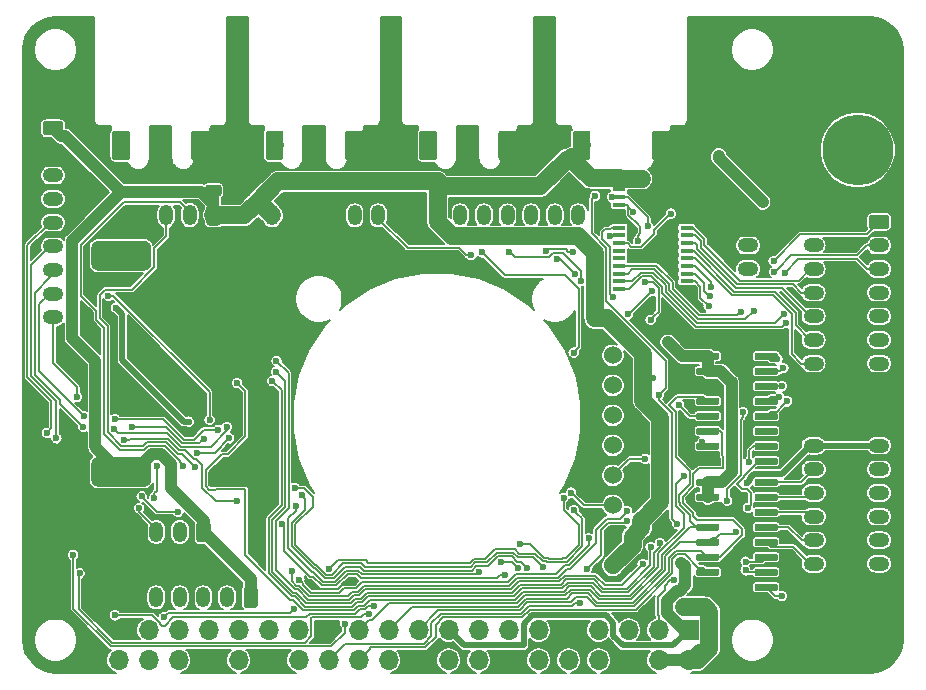
<source format=gbr>
G04 #@! TF.GenerationSoftware,KiCad,Pcbnew,(5.1.4)-1*
G04 #@! TF.CreationDate,2021-11-14T18:14:48-06:00*
G04 #@! TF.ProjectId,RascalHat,52617363-616c-4486-9174-2e6b69636164,rev?*
G04 #@! TF.SameCoordinates,Original*
G04 #@! TF.FileFunction,Copper,L2,Bot*
G04 #@! TF.FilePolarity,Positive*
%FSLAX46Y46*%
G04 Gerber Fmt 4.6, Leading zero omitted, Abs format (unit mm)*
G04 Created by KiCad (PCBNEW (5.1.4)-1) date 2021-11-14 18:14:48*
%MOMM*%
%LPD*%
G04 APERTURE LIST*
%ADD10O,1.750000X1.200000*%
%ADD11C,0.100000*%
%ADD12C,1.200000*%
%ADD13O,1.200000X1.750000*%
%ADD14C,1.524000*%
%ADD15C,1.500000*%
%ADD16C,0.975000*%
%ADD17O,1.700000X1.700000*%
%ADD18R,1.700000X1.700000*%
%ADD19C,0.600000*%
%ADD20C,2.540000*%
%ADD21C,6.000000*%
%ADD22R,1.100000X0.400000*%
%ADD23C,0.150000*%
%ADD24C,1.000000*%
%ADD25C,1.500000*%
%ADD26C,0.500000*%
G04 APERTURE END LIST*
D10*
X67191000Y-29579000D03*
X67191000Y-27579000D03*
X67191000Y-25579000D03*
X67191000Y-23579000D03*
X67191000Y-21579000D03*
X67191000Y-19579000D03*
D11*
G36*
X67840505Y-16980204D02*
G01*
X67864773Y-16983804D01*
X67888572Y-16989765D01*
X67911671Y-16998030D01*
X67933850Y-17008520D01*
X67954893Y-17021132D01*
X67974599Y-17035747D01*
X67992777Y-17052223D01*
X68009253Y-17070401D01*
X68023868Y-17090107D01*
X68036480Y-17111150D01*
X68046970Y-17133329D01*
X68055235Y-17156428D01*
X68061196Y-17180227D01*
X68064796Y-17204495D01*
X68066000Y-17228999D01*
X68066000Y-17929001D01*
X68064796Y-17953505D01*
X68061196Y-17977773D01*
X68055235Y-18001572D01*
X68046970Y-18024671D01*
X68036480Y-18046850D01*
X68023868Y-18067893D01*
X68009253Y-18087599D01*
X67992777Y-18105777D01*
X67974599Y-18122253D01*
X67954893Y-18136868D01*
X67933850Y-18149480D01*
X67911671Y-18159970D01*
X67888572Y-18168235D01*
X67864773Y-18174196D01*
X67840505Y-18177796D01*
X67816001Y-18179000D01*
X66565999Y-18179000D01*
X66541495Y-18177796D01*
X66517227Y-18174196D01*
X66493428Y-18168235D01*
X66470329Y-18159970D01*
X66448150Y-18149480D01*
X66427107Y-18136868D01*
X66407401Y-18122253D01*
X66389223Y-18105777D01*
X66372747Y-18087599D01*
X66358132Y-18067893D01*
X66345520Y-18046850D01*
X66335030Y-18024671D01*
X66326765Y-18001572D01*
X66320804Y-17977773D01*
X66317204Y-17953505D01*
X66316000Y-17929001D01*
X66316000Y-17228999D01*
X66317204Y-17204495D01*
X66320804Y-17180227D01*
X66326765Y-17156428D01*
X66335030Y-17133329D01*
X66345520Y-17111150D01*
X66358132Y-17090107D01*
X66372747Y-17070401D01*
X66389223Y-17052223D01*
X66407401Y-17035747D01*
X66427107Y-17021132D01*
X66448150Y-17008520D01*
X66470329Y-16998030D01*
X66493428Y-16989765D01*
X66517227Y-16983804D01*
X66541495Y-16980204D01*
X66565999Y-16979000D01*
X67816001Y-16979000D01*
X67840505Y-16980204D01*
X67840505Y-16980204D01*
G37*
D12*
X67191000Y-17579000D03*
D10*
X72740000Y-29579000D03*
X72740000Y-27579000D03*
X72740000Y-25579000D03*
X72740000Y-23579000D03*
X72740000Y-21579000D03*
X72740000Y-19579000D03*
D11*
G36*
X73389505Y-16980204D02*
G01*
X73413773Y-16983804D01*
X73437572Y-16989765D01*
X73460671Y-16998030D01*
X73482850Y-17008520D01*
X73503893Y-17021132D01*
X73523599Y-17035747D01*
X73541777Y-17052223D01*
X73558253Y-17070401D01*
X73572868Y-17090107D01*
X73585480Y-17111150D01*
X73595970Y-17133329D01*
X73604235Y-17156428D01*
X73610196Y-17180227D01*
X73613796Y-17204495D01*
X73615000Y-17228999D01*
X73615000Y-17929001D01*
X73613796Y-17953505D01*
X73610196Y-17977773D01*
X73604235Y-18001572D01*
X73595970Y-18024671D01*
X73585480Y-18046850D01*
X73572868Y-18067893D01*
X73558253Y-18087599D01*
X73541777Y-18105777D01*
X73523599Y-18122253D01*
X73503893Y-18136868D01*
X73482850Y-18149480D01*
X73460671Y-18159970D01*
X73437572Y-18168235D01*
X73413773Y-18174196D01*
X73389505Y-18177796D01*
X73365001Y-18179000D01*
X72114999Y-18179000D01*
X72090495Y-18177796D01*
X72066227Y-18174196D01*
X72042428Y-18168235D01*
X72019329Y-18159970D01*
X71997150Y-18149480D01*
X71976107Y-18136868D01*
X71956401Y-18122253D01*
X71938223Y-18105777D01*
X71921747Y-18087599D01*
X71907132Y-18067893D01*
X71894520Y-18046850D01*
X71884030Y-18024671D01*
X71875765Y-18001572D01*
X71869804Y-17977773D01*
X71866204Y-17953505D01*
X71865000Y-17929001D01*
X71865000Y-17228999D01*
X71866204Y-17204495D01*
X71869804Y-17180227D01*
X71875765Y-17156428D01*
X71884030Y-17133329D01*
X71894520Y-17111150D01*
X71907132Y-17090107D01*
X71921747Y-17070401D01*
X71938223Y-17052223D01*
X71956401Y-17035747D01*
X71976107Y-17021132D01*
X71997150Y-17008520D01*
X72019329Y-16998030D01*
X72042428Y-16989765D01*
X72066227Y-16983804D01*
X72090495Y-16980204D01*
X72114999Y-16979000D01*
X73365001Y-16979000D01*
X73389505Y-16980204D01*
X73389505Y-16980204D01*
G37*
D12*
X72740000Y-17579000D03*
D13*
X37280000Y-17030000D03*
X39280000Y-17030000D03*
X41280000Y-17030000D03*
X43280000Y-17030000D03*
X45280000Y-17030000D03*
X47280000Y-17030000D03*
D11*
G36*
X49654505Y-16156204D02*
G01*
X49678773Y-16159804D01*
X49702572Y-16165765D01*
X49725671Y-16174030D01*
X49747850Y-16184520D01*
X49768893Y-16197132D01*
X49788599Y-16211747D01*
X49806777Y-16228223D01*
X49823253Y-16246401D01*
X49837868Y-16266107D01*
X49850480Y-16287150D01*
X49860970Y-16309329D01*
X49869235Y-16332428D01*
X49875196Y-16356227D01*
X49878796Y-16380495D01*
X49880000Y-16404999D01*
X49880000Y-17655001D01*
X49878796Y-17679505D01*
X49875196Y-17703773D01*
X49869235Y-17727572D01*
X49860970Y-17750671D01*
X49850480Y-17772850D01*
X49837868Y-17793893D01*
X49823253Y-17813599D01*
X49806777Y-17831777D01*
X49788599Y-17848253D01*
X49768893Y-17862868D01*
X49747850Y-17875480D01*
X49725671Y-17885970D01*
X49702572Y-17894235D01*
X49678773Y-17900196D01*
X49654505Y-17903796D01*
X49630001Y-17905000D01*
X48929999Y-17905000D01*
X48905495Y-17903796D01*
X48881227Y-17900196D01*
X48857428Y-17894235D01*
X48834329Y-17885970D01*
X48812150Y-17875480D01*
X48791107Y-17862868D01*
X48771401Y-17848253D01*
X48753223Y-17831777D01*
X48736747Y-17813599D01*
X48722132Y-17793893D01*
X48709520Y-17772850D01*
X48699030Y-17750671D01*
X48690765Y-17727572D01*
X48684804Y-17703773D01*
X48681204Y-17679505D01*
X48680000Y-17655001D01*
X48680000Y-16404999D01*
X48681204Y-16380495D01*
X48684804Y-16356227D01*
X48690765Y-16332428D01*
X48699030Y-16309329D01*
X48709520Y-16287150D01*
X48722132Y-16266107D01*
X48736747Y-16246401D01*
X48753223Y-16228223D01*
X48771401Y-16211747D01*
X48791107Y-16197132D01*
X48812150Y-16184520D01*
X48834329Y-16174030D01*
X48857428Y-16165765D01*
X48881227Y-16159804D01*
X48905495Y-16156204D01*
X48929999Y-16155000D01*
X49630001Y-16155000D01*
X49654505Y-16156204D01*
X49654505Y-16156204D01*
G37*
D12*
X49280000Y-17030000D03*
D13*
X21360000Y-17030000D03*
D11*
G36*
X23734505Y-16156204D02*
G01*
X23758773Y-16159804D01*
X23782572Y-16165765D01*
X23805671Y-16174030D01*
X23827850Y-16184520D01*
X23848893Y-16197132D01*
X23868599Y-16211747D01*
X23886777Y-16228223D01*
X23903253Y-16246401D01*
X23917868Y-16266107D01*
X23930480Y-16287150D01*
X23940970Y-16309329D01*
X23949235Y-16332428D01*
X23955196Y-16356227D01*
X23958796Y-16380495D01*
X23960000Y-16404999D01*
X23960000Y-17655001D01*
X23958796Y-17679505D01*
X23955196Y-17703773D01*
X23949235Y-17727572D01*
X23940970Y-17750671D01*
X23930480Y-17772850D01*
X23917868Y-17793893D01*
X23903253Y-17813599D01*
X23886777Y-17831777D01*
X23868599Y-17848253D01*
X23848893Y-17862868D01*
X23827850Y-17875480D01*
X23805671Y-17885970D01*
X23782572Y-17894235D01*
X23758773Y-17900196D01*
X23734505Y-17903796D01*
X23710001Y-17905000D01*
X23009999Y-17905000D01*
X22985495Y-17903796D01*
X22961227Y-17900196D01*
X22937428Y-17894235D01*
X22914329Y-17885970D01*
X22892150Y-17875480D01*
X22871107Y-17862868D01*
X22851401Y-17848253D01*
X22833223Y-17831777D01*
X22816747Y-17813599D01*
X22802132Y-17793893D01*
X22789520Y-17772850D01*
X22779030Y-17750671D01*
X22770765Y-17727572D01*
X22764804Y-17703773D01*
X22761204Y-17679505D01*
X22760000Y-17655001D01*
X22760000Y-16404999D01*
X22761204Y-16380495D01*
X22764804Y-16356227D01*
X22770765Y-16332428D01*
X22779030Y-16309329D01*
X22789520Y-16287150D01*
X22802132Y-16266107D01*
X22816747Y-16246401D01*
X22833223Y-16228223D01*
X22851401Y-16211747D01*
X22871107Y-16197132D01*
X22892150Y-16184520D01*
X22914329Y-16174030D01*
X22937428Y-16165765D01*
X22961227Y-16159804D01*
X22985495Y-16156204D01*
X23009999Y-16155000D01*
X23710001Y-16155000D01*
X23734505Y-16156204D01*
X23734505Y-16156204D01*
G37*
D12*
X23360000Y-17030000D03*
D13*
X9530000Y-49380000D03*
X11530000Y-49380000D03*
X13530000Y-49380000D03*
X15530000Y-49380000D03*
X17530000Y-49380000D03*
D11*
G36*
X19904505Y-48506204D02*
G01*
X19928773Y-48509804D01*
X19952572Y-48515765D01*
X19975671Y-48524030D01*
X19997850Y-48534520D01*
X20018893Y-48547132D01*
X20038599Y-48561747D01*
X20056777Y-48578223D01*
X20073253Y-48596401D01*
X20087868Y-48616107D01*
X20100480Y-48637150D01*
X20110970Y-48659329D01*
X20119235Y-48682428D01*
X20125196Y-48706227D01*
X20128796Y-48730495D01*
X20130000Y-48754999D01*
X20130000Y-50005001D01*
X20128796Y-50029505D01*
X20125196Y-50053773D01*
X20119235Y-50077572D01*
X20110970Y-50100671D01*
X20100480Y-50122850D01*
X20087868Y-50143893D01*
X20073253Y-50163599D01*
X20056777Y-50181777D01*
X20038599Y-50198253D01*
X20018893Y-50212868D01*
X19997850Y-50225480D01*
X19975671Y-50235970D01*
X19952572Y-50244235D01*
X19928773Y-50250196D01*
X19904505Y-50253796D01*
X19880001Y-50255000D01*
X19179999Y-50255000D01*
X19155495Y-50253796D01*
X19131227Y-50250196D01*
X19107428Y-50244235D01*
X19084329Y-50235970D01*
X19062150Y-50225480D01*
X19041107Y-50212868D01*
X19021401Y-50198253D01*
X19003223Y-50181777D01*
X18986747Y-50163599D01*
X18972132Y-50143893D01*
X18959520Y-50122850D01*
X18949030Y-50100671D01*
X18940765Y-50077572D01*
X18934804Y-50053773D01*
X18931204Y-50029505D01*
X18930000Y-50005001D01*
X18930000Y-48754999D01*
X18931204Y-48730495D01*
X18934804Y-48706227D01*
X18940765Y-48682428D01*
X18949030Y-48659329D01*
X18959520Y-48637150D01*
X18972132Y-48616107D01*
X18986747Y-48596401D01*
X19003223Y-48578223D01*
X19021401Y-48561747D01*
X19041107Y-48547132D01*
X19062150Y-48534520D01*
X19084329Y-48524030D01*
X19107428Y-48515765D01*
X19131227Y-48509804D01*
X19155495Y-48506204D01*
X19179999Y-48505000D01*
X19880001Y-48505000D01*
X19904505Y-48506204D01*
X19904505Y-48506204D01*
G37*
D12*
X19530000Y-49380000D03*
D10*
X67200000Y-46542000D03*
X67200000Y-44542000D03*
X67200000Y-42542000D03*
X67200000Y-40542000D03*
X67200000Y-38542000D03*
X67200000Y-36542000D03*
D11*
G36*
X67849505Y-33943204D02*
G01*
X67873773Y-33946804D01*
X67897572Y-33952765D01*
X67920671Y-33961030D01*
X67942850Y-33971520D01*
X67963893Y-33984132D01*
X67983599Y-33998747D01*
X68001777Y-34015223D01*
X68018253Y-34033401D01*
X68032868Y-34053107D01*
X68045480Y-34074150D01*
X68055970Y-34096329D01*
X68064235Y-34119428D01*
X68070196Y-34143227D01*
X68073796Y-34167495D01*
X68075000Y-34191999D01*
X68075000Y-34892001D01*
X68073796Y-34916505D01*
X68070196Y-34940773D01*
X68064235Y-34964572D01*
X68055970Y-34987671D01*
X68045480Y-35009850D01*
X68032868Y-35030893D01*
X68018253Y-35050599D01*
X68001777Y-35068777D01*
X67983599Y-35085253D01*
X67963893Y-35099868D01*
X67942850Y-35112480D01*
X67920671Y-35122970D01*
X67897572Y-35131235D01*
X67873773Y-35137196D01*
X67849505Y-35140796D01*
X67825001Y-35142000D01*
X66574999Y-35142000D01*
X66550495Y-35140796D01*
X66526227Y-35137196D01*
X66502428Y-35131235D01*
X66479329Y-35122970D01*
X66457150Y-35112480D01*
X66436107Y-35099868D01*
X66416401Y-35085253D01*
X66398223Y-35068777D01*
X66381747Y-35050599D01*
X66367132Y-35030893D01*
X66354520Y-35009850D01*
X66344030Y-34987671D01*
X66335765Y-34964572D01*
X66329804Y-34940773D01*
X66326204Y-34916505D01*
X66325000Y-34892001D01*
X66325000Y-34191999D01*
X66326204Y-34167495D01*
X66329804Y-34143227D01*
X66335765Y-34119428D01*
X66344030Y-34096329D01*
X66354520Y-34074150D01*
X66367132Y-34053107D01*
X66381747Y-34033401D01*
X66398223Y-34015223D01*
X66416401Y-33998747D01*
X66436107Y-33984132D01*
X66457150Y-33971520D01*
X66479329Y-33961030D01*
X66502428Y-33952765D01*
X66526227Y-33946804D01*
X66550495Y-33943204D01*
X66574999Y-33942000D01*
X67825001Y-33942000D01*
X67849505Y-33943204D01*
X67849505Y-33943204D01*
G37*
D12*
X67200000Y-34542000D03*
D10*
X72740000Y-46537000D03*
X72740000Y-44537000D03*
X72740000Y-42537000D03*
X72740000Y-40537000D03*
X72740000Y-38537000D03*
X72740000Y-36537000D03*
D11*
G36*
X73389505Y-33938204D02*
G01*
X73413773Y-33941804D01*
X73437572Y-33947765D01*
X73460671Y-33956030D01*
X73482850Y-33966520D01*
X73503893Y-33979132D01*
X73523599Y-33993747D01*
X73541777Y-34010223D01*
X73558253Y-34028401D01*
X73572868Y-34048107D01*
X73585480Y-34069150D01*
X73595970Y-34091329D01*
X73604235Y-34114428D01*
X73610196Y-34138227D01*
X73613796Y-34162495D01*
X73615000Y-34186999D01*
X73615000Y-34887001D01*
X73613796Y-34911505D01*
X73610196Y-34935773D01*
X73604235Y-34959572D01*
X73595970Y-34982671D01*
X73585480Y-35004850D01*
X73572868Y-35025893D01*
X73558253Y-35045599D01*
X73541777Y-35063777D01*
X73523599Y-35080253D01*
X73503893Y-35094868D01*
X73482850Y-35107480D01*
X73460671Y-35117970D01*
X73437572Y-35126235D01*
X73413773Y-35132196D01*
X73389505Y-35135796D01*
X73365001Y-35137000D01*
X72114999Y-35137000D01*
X72090495Y-35135796D01*
X72066227Y-35132196D01*
X72042428Y-35126235D01*
X72019329Y-35117970D01*
X71997150Y-35107480D01*
X71976107Y-35094868D01*
X71956401Y-35080253D01*
X71938223Y-35063777D01*
X71921747Y-35045599D01*
X71907132Y-35025893D01*
X71894520Y-35004850D01*
X71884030Y-34982671D01*
X71875765Y-34959572D01*
X71869804Y-34935773D01*
X71866204Y-34911505D01*
X71865000Y-34887001D01*
X71865000Y-34186999D01*
X71866204Y-34162495D01*
X71869804Y-34138227D01*
X71875765Y-34114428D01*
X71884030Y-34091329D01*
X71894520Y-34069150D01*
X71907132Y-34048107D01*
X71921747Y-34028401D01*
X71938223Y-34010223D01*
X71956401Y-33993747D01*
X71976107Y-33979132D01*
X71997150Y-33966520D01*
X72019329Y-33956030D01*
X72042428Y-33947765D01*
X72066227Y-33941804D01*
X72090495Y-33938204D01*
X72114999Y-33937000D01*
X73365001Y-33937000D01*
X73389505Y-33938204D01*
X73389505Y-33938204D01*
G37*
D12*
X72740000Y-34537000D03*
D10*
X61650000Y-21580000D03*
X61650000Y-19580000D03*
D11*
G36*
X62299505Y-16981204D02*
G01*
X62323773Y-16984804D01*
X62347572Y-16990765D01*
X62370671Y-16999030D01*
X62392850Y-17009520D01*
X62413893Y-17022132D01*
X62433599Y-17036747D01*
X62451777Y-17053223D01*
X62468253Y-17071401D01*
X62482868Y-17091107D01*
X62495480Y-17112150D01*
X62505970Y-17134329D01*
X62514235Y-17157428D01*
X62520196Y-17181227D01*
X62523796Y-17205495D01*
X62525000Y-17229999D01*
X62525000Y-17930001D01*
X62523796Y-17954505D01*
X62520196Y-17978773D01*
X62514235Y-18002572D01*
X62505970Y-18025671D01*
X62495480Y-18047850D01*
X62482868Y-18068893D01*
X62468253Y-18088599D01*
X62451777Y-18106777D01*
X62433599Y-18123253D01*
X62413893Y-18137868D01*
X62392850Y-18150480D01*
X62370671Y-18160970D01*
X62347572Y-18169235D01*
X62323773Y-18175196D01*
X62299505Y-18178796D01*
X62275001Y-18180000D01*
X61024999Y-18180000D01*
X61000495Y-18178796D01*
X60976227Y-18175196D01*
X60952428Y-18169235D01*
X60929329Y-18160970D01*
X60907150Y-18150480D01*
X60886107Y-18137868D01*
X60866401Y-18123253D01*
X60848223Y-18106777D01*
X60831747Y-18088599D01*
X60817132Y-18068893D01*
X60804520Y-18047850D01*
X60794030Y-18025671D01*
X60785765Y-18002572D01*
X60779804Y-17978773D01*
X60776204Y-17954505D01*
X60775000Y-17930001D01*
X60775000Y-17229999D01*
X60776204Y-17205495D01*
X60779804Y-17181227D01*
X60785765Y-17157428D01*
X60794030Y-17134329D01*
X60804520Y-17112150D01*
X60817132Y-17091107D01*
X60831747Y-17071401D01*
X60848223Y-17053223D01*
X60866401Y-17036747D01*
X60886107Y-17022132D01*
X60907150Y-17009520D01*
X60929329Y-16999030D01*
X60952428Y-16990765D01*
X60976227Y-16984804D01*
X61000495Y-16981204D01*
X61024999Y-16980000D01*
X62275001Y-16980000D01*
X62299505Y-16981204D01*
X62299505Y-16981204D01*
G37*
D12*
X61650000Y-17580000D03*
D13*
X28340000Y-17030000D03*
X30340000Y-17030000D03*
D11*
G36*
X32714505Y-16156204D02*
G01*
X32738773Y-16159804D01*
X32762572Y-16165765D01*
X32785671Y-16174030D01*
X32807850Y-16184520D01*
X32828893Y-16197132D01*
X32848599Y-16211747D01*
X32866777Y-16228223D01*
X32883253Y-16246401D01*
X32897868Y-16266107D01*
X32910480Y-16287150D01*
X32920970Y-16309329D01*
X32929235Y-16332428D01*
X32935196Y-16356227D01*
X32938796Y-16380495D01*
X32940000Y-16404999D01*
X32940000Y-17655001D01*
X32938796Y-17679505D01*
X32935196Y-17703773D01*
X32929235Y-17727572D01*
X32920970Y-17750671D01*
X32910480Y-17772850D01*
X32897868Y-17793893D01*
X32883253Y-17813599D01*
X32866777Y-17831777D01*
X32848599Y-17848253D01*
X32828893Y-17862868D01*
X32807850Y-17875480D01*
X32785671Y-17885970D01*
X32762572Y-17894235D01*
X32738773Y-17900196D01*
X32714505Y-17903796D01*
X32690001Y-17905000D01*
X31989999Y-17905000D01*
X31965495Y-17903796D01*
X31941227Y-17900196D01*
X31917428Y-17894235D01*
X31894329Y-17885970D01*
X31872150Y-17875480D01*
X31851107Y-17862868D01*
X31831401Y-17848253D01*
X31813223Y-17831777D01*
X31796747Y-17813599D01*
X31782132Y-17793893D01*
X31769520Y-17772850D01*
X31759030Y-17750671D01*
X31750765Y-17727572D01*
X31744804Y-17703773D01*
X31741204Y-17679505D01*
X31740000Y-17655001D01*
X31740000Y-16404999D01*
X31741204Y-16380495D01*
X31744804Y-16356227D01*
X31750765Y-16332428D01*
X31759030Y-16309329D01*
X31769520Y-16287150D01*
X31782132Y-16266107D01*
X31796747Y-16246401D01*
X31813223Y-16228223D01*
X31831401Y-16211747D01*
X31851107Y-16197132D01*
X31872150Y-16184520D01*
X31894329Y-16174030D01*
X31917428Y-16165765D01*
X31941227Y-16159804D01*
X31965495Y-16156204D01*
X31989999Y-16155000D01*
X32690001Y-16155000D01*
X32714505Y-16156204D01*
X32714505Y-16156204D01*
G37*
D12*
X32340000Y-17030000D03*
D13*
X10383000Y-17018000D03*
X12383000Y-17018000D03*
X14383000Y-17018000D03*
D11*
G36*
X16757505Y-16144204D02*
G01*
X16781773Y-16147804D01*
X16805572Y-16153765D01*
X16828671Y-16162030D01*
X16850850Y-16172520D01*
X16871893Y-16185132D01*
X16891599Y-16199747D01*
X16909777Y-16216223D01*
X16926253Y-16234401D01*
X16940868Y-16254107D01*
X16953480Y-16275150D01*
X16963970Y-16297329D01*
X16972235Y-16320428D01*
X16978196Y-16344227D01*
X16981796Y-16368495D01*
X16983000Y-16392999D01*
X16983000Y-17643001D01*
X16981796Y-17667505D01*
X16978196Y-17691773D01*
X16972235Y-17715572D01*
X16963970Y-17738671D01*
X16953480Y-17760850D01*
X16940868Y-17781893D01*
X16926253Y-17801599D01*
X16909777Y-17819777D01*
X16891599Y-17836253D01*
X16871893Y-17850868D01*
X16850850Y-17863480D01*
X16828671Y-17873970D01*
X16805572Y-17882235D01*
X16781773Y-17888196D01*
X16757505Y-17891796D01*
X16733001Y-17893000D01*
X16032999Y-17893000D01*
X16008495Y-17891796D01*
X15984227Y-17888196D01*
X15960428Y-17882235D01*
X15937329Y-17873970D01*
X15915150Y-17863480D01*
X15894107Y-17850868D01*
X15874401Y-17836253D01*
X15856223Y-17819777D01*
X15839747Y-17801599D01*
X15825132Y-17781893D01*
X15812520Y-17760850D01*
X15802030Y-17738671D01*
X15793765Y-17715572D01*
X15787804Y-17691773D01*
X15784204Y-17667505D01*
X15783000Y-17643001D01*
X15783000Y-16392999D01*
X15784204Y-16368495D01*
X15787804Y-16344227D01*
X15793765Y-16320428D01*
X15802030Y-16297329D01*
X15812520Y-16275150D01*
X15825132Y-16254107D01*
X15839747Y-16234401D01*
X15856223Y-16216223D01*
X15874401Y-16199747D01*
X15894107Y-16185132D01*
X15915150Y-16172520D01*
X15937329Y-16162030D01*
X15960428Y-16153765D01*
X15984227Y-16147804D01*
X16008495Y-16144204D01*
X16032999Y-16143000D01*
X16733001Y-16143000D01*
X16757505Y-16144204D01*
X16757505Y-16144204D01*
G37*
D12*
X16383000Y-17018000D03*
D13*
X9540000Y-43850000D03*
X11540000Y-43850000D03*
X13540000Y-43850000D03*
D11*
G36*
X15914505Y-42976204D02*
G01*
X15938773Y-42979804D01*
X15962572Y-42985765D01*
X15985671Y-42994030D01*
X16007850Y-43004520D01*
X16028893Y-43017132D01*
X16048599Y-43031747D01*
X16066777Y-43048223D01*
X16083253Y-43066401D01*
X16097868Y-43086107D01*
X16110480Y-43107150D01*
X16120970Y-43129329D01*
X16129235Y-43152428D01*
X16135196Y-43176227D01*
X16138796Y-43200495D01*
X16140000Y-43224999D01*
X16140000Y-44475001D01*
X16138796Y-44499505D01*
X16135196Y-44523773D01*
X16129235Y-44547572D01*
X16120970Y-44570671D01*
X16110480Y-44592850D01*
X16097868Y-44613893D01*
X16083253Y-44633599D01*
X16066777Y-44651777D01*
X16048599Y-44668253D01*
X16028893Y-44682868D01*
X16007850Y-44695480D01*
X15985671Y-44705970D01*
X15962572Y-44714235D01*
X15938773Y-44720196D01*
X15914505Y-44723796D01*
X15890001Y-44725000D01*
X15189999Y-44725000D01*
X15165495Y-44723796D01*
X15141227Y-44720196D01*
X15117428Y-44714235D01*
X15094329Y-44705970D01*
X15072150Y-44695480D01*
X15051107Y-44682868D01*
X15031401Y-44668253D01*
X15013223Y-44651777D01*
X14996747Y-44633599D01*
X14982132Y-44613893D01*
X14969520Y-44592850D01*
X14959030Y-44570671D01*
X14950765Y-44547572D01*
X14944804Y-44523773D01*
X14941204Y-44499505D01*
X14940000Y-44475001D01*
X14940000Y-43224999D01*
X14941204Y-43200495D01*
X14944804Y-43176227D01*
X14950765Y-43152428D01*
X14959030Y-43129329D01*
X14969520Y-43107150D01*
X14982132Y-43086107D01*
X14996747Y-43066401D01*
X15013223Y-43048223D01*
X15031401Y-43031747D01*
X15051107Y-43017132D01*
X15072150Y-43004520D01*
X15094329Y-42994030D01*
X15117428Y-42985765D01*
X15141227Y-42979804D01*
X15165495Y-42976204D01*
X15189999Y-42975000D01*
X15890001Y-42975000D01*
X15914505Y-42976204D01*
X15914505Y-42976204D01*
G37*
D12*
X15540000Y-43850000D03*
D10*
X2794000Y-25652000D03*
X2794000Y-23652000D03*
X2794000Y-21652000D03*
X2794000Y-19652000D03*
X2794000Y-17652000D03*
X2794000Y-15652000D03*
X2794000Y-13652000D03*
X2794000Y-11652000D03*
D11*
G36*
X3443505Y-9053204D02*
G01*
X3467773Y-9056804D01*
X3491572Y-9062765D01*
X3514671Y-9071030D01*
X3536850Y-9081520D01*
X3557893Y-9094132D01*
X3577599Y-9108747D01*
X3595777Y-9125223D01*
X3612253Y-9143401D01*
X3626868Y-9163107D01*
X3639480Y-9184150D01*
X3649970Y-9206329D01*
X3658235Y-9229428D01*
X3664196Y-9253227D01*
X3667796Y-9277495D01*
X3669000Y-9301999D01*
X3669000Y-10002001D01*
X3667796Y-10026505D01*
X3664196Y-10050773D01*
X3658235Y-10074572D01*
X3649970Y-10097671D01*
X3639480Y-10119850D01*
X3626868Y-10140893D01*
X3612253Y-10160599D01*
X3595777Y-10178777D01*
X3577599Y-10195253D01*
X3557893Y-10209868D01*
X3536850Y-10222480D01*
X3514671Y-10232970D01*
X3491572Y-10241235D01*
X3467773Y-10247196D01*
X3443505Y-10250796D01*
X3419001Y-10252000D01*
X2168999Y-10252000D01*
X2144495Y-10250796D01*
X2120227Y-10247196D01*
X2096428Y-10241235D01*
X2073329Y-10232970D01*
X2051150Y-10222480D01*
X2030107Y-10209868D01*
X2010401Y-10195253D01*
X1992223Y-10178777D01*
X1975747Y-10160599D01*
X1961132Y-10140893D01*
X1948520Y-10119850D01*
X1938030Y-10097671D01*
X1929765Y-10074572D01*
X1923804Y-10050773D01*
X1920204Y-10026505D01*
X1919000Y-10002001D01*
X1919000Y-9301999D01*
X1920204Y-9277495D01*
X1923804Y-9253227D01*
X1929765Y-9229428D01*
X1938030Y-9206329D01*
X1948520Y-9184150D01*
X1961132Y-9163107D01*
X1975747Y-9143401D01*
X1992223Y-9125223D01*
X2010401Y-9108747D01*
X2030107Y-9094132D01*
X2051150Y-9081520D01*
X2073329Y-9071030D01*
X2096428Y-9062765D01*
X2120227Y-9056804D01*
X2144495Y-9053204D01*
X2168999Y-9052000D01*
X3419001Y-9052000D01*
X3443505Y-9053204D01*
X3443505Y-9053204D01*
G37*
D12*
X2794000Y-9652000D03*
D14*
X50200000Y-28890000D03*
X50200000Y-31430000D03*
X50200000Y-33970000D03*
X50200000Y-36510000D03*
X50200000Y-39050000D03*
X50200000Y-41590000D03*
X50200000Y-44130000D03*
X50200000Y-46670000D03*
D11*
G36*
X22074053Y-9851206D02*
G01*
X22098370Y-9854813D01*
X22122216Y-9860786D01*
X22145362Y-9869068D01*
X22167585Y-9879579D01*
X22188670Y-9892217D01*
X22208416Y-9906861D01*
X22226630Y-9923370D01*
X22243139Y-9941584D01*
X22257783Y-9961330D01*
X22270421Y-9982415D01*
X22280932Y-10004638D01*
X22289214Y-10027784D01*
X22295187Y-10051630D01*
X22298794Y-10075947D01*
X22300000Y-10100500D01*
X22300000Y-12099500D01*
X22298794Y-12124053D01*
X22295187Y-12148370D01*
X22289214Y-12172216D01*
X22280932Y-12195362D01*
X22270421Y-12217585D01*
X22257783Y-12238670D01*
X22243139Y-12258416D01*
X22226630Y-12276630D01*
X22208416Y-12293139D01*
X22188670Y-12307783D01*
X22167585Y-12320421D01*
X22145362Y-12330932D01*
X22122216Y-12339214D01*
X22098370Y-12345187D01*
X22074053Y-12348794D01*
X22049500Y-12350000D01*
X21050500Y-12350000D01*
X21025947Y-12348794D01*
X21001630Y-12345187D01*
X20977784Y-12339214D01*
X20954638Y-12330932D01*
X20932415Y-12320421D01*
X20911330Y-12307783D01*
X20891584Y-12293139D01*
X20873370Y-12276630D01*
X20856861Y-12258416D01*
X20842217Y-12238670D01*
X20829579Y-12217585D01*
X20819068Y-12195362D01*
X20810786Y-12172216D01*
X20804813Y-12148370D01*
X20801206Y-12124053D01*
X20800000Y-12099500D01*
X20800000Y-10100500D01*
X20801206Y-10075947D01*
X20804813Y-10051630D01*
X20810786Y-10027784D01*
X20819068Y-10004638D01*
X20829579Y-9982415D01*
X20842217Y-9961330D01*
X20856861Y-9941584D01*
X20873370Y-9923370D01*
X20891584Y-9906861D01*
X20911330Y-9892217D01*
X20932415Y-9879579D01*
X20954638Y-9869068D01*
X20977784Y-9860786D01*
X21001630Y-9854813D01*
X21025947Y-9851206D01*
X21050500Y-9850000D01*
X22049500Y-9850000D01*
X22074053Y-9851206D01*
X22074053Y-9851206D01*
G37*
D15*
X21550000Y-11100000D03*
D11*
G36*
X28774053Y-9851206D02*
G01*
X28798370Y-9854813D01*
X28822216Y-9860786D01*
X28845362Y-9869068D01*
X28867585Y-9879579D01*
X28888670Y-9892217D01*
X28908416Y-9906861D01*
X28926630Y-9923370D01*
X28943139Y-9941584D01*
X28957783Y-9961330D01*
X28970421Y-9982415D01*
X28980932Y-10004638D01*
X28989214Y-10027784D01*
X28995187Y-10051630D01*
X28998794Y-10075947D01*
X29000000Y-10100500D01*
X29000000Y-12099500D01*
X28998794Y-12124053D01*
X28995187Y-12148370D01*
X28989214Y-12172216D01*
X28980932Y-12195362D01*
X28970421Y-12217585D01*
X28957783Y-12238670D01*
X28943139Y-12258416D01*
X28926630Y-12276630D01*
X28908416Y-12293139D01*
X28888670Y-12307783D01*
X28867585Y-12320421D01*
X28845362Y-12330932D01*
X28822216Y-12339214D01*
X28798370Y-12345187D01*
X28774053Y-12348794D01*
X28749500Y-12350000D01*
X27750500Y-12350000D01*
X27725947Y-12348794D01*
X27701630Y-12345187D01*
X27677784Y-12339214D01*
X27654638Y-12330932D01*
X27632415Y-12320421D01*
X27611330Y-12307783D01*
X27591584Y-12293139D01*
X27573370Y-12276630D01*
X27556861Y-12258416D01*
X27542217Y-12238670D01*
X27529579Y-12217585D01*
X27519068Y-12195362D01*
X27510786Y-12172216D01*
X27504813Y-12148370D01*
X27501206Y-12124053D01*
X27500000Y-12099500D01*
X27500000Y-10100500D01*
X27501206Y-10075947D01*
X27504813Y-10051630D01*
X27510786Y-10027784D01*
X27519068Y-10004638D01*
X27529579Y-9982415D01*
X27542217Y-9961330D01*
X27556861Y-9941584D01*
X27573370Y-9923370D01*
X27591584Y-9906861D01*
X27611330Y-9892217D01*
X27632415Y-9879579D01*
X27654638Y-9869068D01*
X27677784Y-9860786D01*
X27701630Y-9854813D01*
X27725947Y-9851206D01*
X27750500Y-9850000D01*
X28749500Y-9850000D01*
X28774053Y-9851206D01*
X28774053Y-9851206D01*
G37*
D15*
X28250000Y-11100000D03*
D11*
G36*
X16860142Y-12566174D02*
G01*
X16883803Y-12569684D01*
X16907007Y-12575496D01*
X16929529Y-12583554D01*
X16951153Y-12593782D01*
X16971670Y-12606079D01*
X16990883Y-12620329D01*
X17008607Y-12636393D01*
X17024671Y-12654117D01*
X17038921Y-12673330D01*
X17051218Y-12693847D01*
X17061446Y-12715471D01*
X17069504Y-12737993D01*
X17075316Y-12761197D01*
X17078826Y-12784858D01*
X17080000Y-12808750D01*
X17080000Y-13296250D01*
X17078826Y-13320142D01*
X17075316Y-13343803D01*
X17069504Y-13367007D01*
X17061446Y-13389529D01*
X17051218Y-13411153D01*
X17038921Y-13431670D01*
X17024671Y-13450883D01*
X17008607Y-13468607D01*
X16990883Y-13484671D01*
X16971670Y-13498921D01*
X16951153Y-13511218D01*
X16929529Y-13521446D01*
X16907007Y-13529504D01*
X16883803Y-13535316D01*
X16860142Y-13538826D01*
X16836250Y-13540000D01*
X15923750Y-13540000D01*
X15899858Y-13538826D01*
X15876197Y-13535316D01*
X15852993Y-13529504D01*
X15830471Y-13521446D01*
X15808847Y-13511218D01*
X15788330Y-13498921D01*
X15769117Y-13484671D01*
X15751393Y-13468607D01*
X15735329Y-13450883D01*
X15721079Y-13431670D01*
X15708782Y-13411153D01*
X15698554Y-13389529D01*
X15690496Y-13367007D01*
X15684684Y-13343803D01*
X15681174Y-13320142D01*
X15680000Y-13296250D01*
X15680000Y-12808750D01*
X15681174Y-12784858D01*
X15684684Y-12761197D01*
X15690496Y-12737993D01*
X15698554Y-12715471D01*
X15708782Y-12693847D01*
X15721079Y-12673330D01*
X15735329Y-12654117D01*
X15751393Y-12636393D01*
X15769117Y-12620329D01*
X15788330Y-12606079D01*
X15808847Y-12593782D01*
X15830471Y-12583554D01*
X15852993Y-12575496D01*
X15876197Y-12569684D01*
X15899858Y-12566174D01*
X15923750Y-12565000D01*
X16836250Y-12565000D01*
X16860142Y-12566174D01*
X16860142Y-12566174D01*
G37*
D16*
X16380000Y-13052500D03*
D11*
G36*
X16860142Y-14441174D02*
G01*
X16883803Y-14444684D01*
X16907007Y-14450496D01*
X16929529Y-14458554D01*
X16951153Y-14468782D01*
X16971670Y-14481079D01*
X16990883Y-14495329D01*
X17008607Y-14511393D01*
X17024671Y-14529117D01*
X17038921Y-14548330D01*
X17051218Y-14568847D01*
X17061446Y-14590471D01*
X17069504Y-14612993D01*
X17075316Y-14636197D01*
X17078826Y-14659858D01*
X17080000Y-14683750D01*
X17080000Y-15171250D01*
X17078826Y-15195142D01*
X17075316Y-15218803D01*
X17069504Y-15242007D01*
X17061446Y-15264529D01*
X17051218Y-15286153D01*
X17038921Y-15306670D01*
X17024671Y-15325883D01*
X17008607Y-15343607D01*
X16990883Y-15359671D01*
X16971670Y-15373921D01*
X16951153Y-15386218D01*
X16929529Y-15396446D01*
X16907007Y-15404504D01*
X16883803Y-15410316D01*
X16860142Y-15413826D01*
X16836250Y-15415000D01*
X15923750Y-15415000D01*
X15899858Y-15413826D01*
X15876197Y-15410316D01*
X15852993Y-15404504D01*
X15830471Y-15396446D01*
X15808847Y-15386218D01*
X15788330Y-15373921D01*
X15769117Y-15359671D01*
X15751393Y-15343607D01*
X15735329Y-15325883D01*
X15721079Y-15306670D01*
X15708782Y-15286153D01*
X15698554Y-15264529D01*
X15690496Y-15242007D01*
X15684684Y-15218803D01*
X15681174Y-15195142D01*
X15680000Y-15171250D01*
X15680000Y-14683750D01*
X15681174Y-14659858D01*
X15684684Y-14636197D01*
X15690496Y-14612993D01*
X15698554Y-14590471D01*
X15708782Y-14568847D01*
X15721079Y-14548330D01*
X15735329Y-14529117D01*
X15751393Y-14511393D01*
X15769117Y-14495329D01*
X15788330Y-14481079D01*
X15808847Y-14468782D01*
X15830471Y-14458554D01*
X15852993Y-14450496D01*
X15876197Y-14444684D01*
X15899858Y-14441174D01*
X15923750Y-14440000D01*
X16836250Y-14440000D01*
X16860142Y-14441174D01*
X16860142Y-14441174D01*
G37*
D16*
X16380000Y-14927500D03*
D17*
X8350000Y-54690000D03*
X8350000Y-52150000D03*
X10890000Y-54690000D03*
X10890000Y-52150000D03*
X13430000Y-54690000D03*
X13430000Y-52150000D03*
X15970000Y-54690000D03*
X15970000Y-52150000D03*
X18510000Y-54690000D03*
X18510000Y-52150000D03*
X21050000Y-54690000D03*
X21050000Y-52150000D03*
X23590000Y-54690000D03*
X23590000Y-52150000D03*
X26130000Y-54690000D03*
X26130000Y-52150000D03*
X28670000Y-54690000D03*
X28670000Y-52150000D03*
X31210000Y-54690000D03*
X31210000Y-52150000D03*
X33750000Y-54690000D03*
X33750000Y-52150000D03*
X36290000Y-54690000D03*
X36290000Y-52150000D03*
X38830000Y-54690000D03*
X38830000Y-52150000D03*
X41370000Y-54690000D03*
X41370000Y-52150000D03*
X43910000Y-54690000D03*
X43910000Y-52150000D03*
X46450000Y-54690000D03*
X46450000Y-52150000D03*
X48990000Y-54690000D03*
X48990000Y-52150000D03*
X51530000Y-54690000D03*
X51530000Y-52150000D03*
X54070000Y-54690000D03*
X54070000Y-52150000D03*
X56610000Y-54690000D03*
D18*
X56610000Y-52150000D03*
D11*
G36*
X9074053Y-9851206D02*
G01*
X9098370Y-9854813D01*
X9122216Y-9860786D01*
X9145362Y-9869068D01*
X9167585Y-9879579D01*
X9188670Y-9892217D01*
X9208416Y-9906861D01*
X9226630Y-9923370D01*
X9243139Y-9941584D01*
X9257783Y-9961330D01*
X9270421Y-9982415D01*
X9280932Y-10004638D01*
X9289214Y-10027784D01*
X9295187Y-10051630D01*
X9298794Y-10075947D01*
X9300000Y-10100500D01*
X9300000Y-12099500D01*
X9298794Y-12124053D01*
X9295187Y-12148370D01*
X9289214Y-12172216D01*
X9280932Y-12195362D01*
X9270421Y-12217585D01*
X9257783Y-12238670D01*
X9243139Y-12258416D01*
X9226630Y-12276630D01*
X9208416Y-12293139D01*
X9188670Y-12307783D01*
X9167585Y-12320421D01*
X9145362Y-12330932D01*
X9122216Y-12339214D01*
X9098370Y-12345187D01*
X9074053Y-12348794D01*
X9049500Y-12350000D01*
X8050500Y-12350000D01*
X8025947Y-12348794D01*
X8001630Y-12345187D01*
X7977784Y-12339214D01*
X7954638Y-12330932D01*
X7932415Y-12320421D01*
X7911330Y-12307783D01*
X7891584Y-12293139D01*
X7873370Y-12276630D01*
X7856861Y-12258416D01*
X7842217Y-12238670D01*
X7829579Y-12217585D01*
X7819068Y-12195362D01*
X7810786Y-12172216D01*
X7804813Y-12148370D01*
X7801206Y-12124053D01*
X7800000Y-12099500D01*
X7800000Y-10100500D01*
X7801206Y-10075947D01*
X7804813Y-10051630D01*
X7810786Y-10027784D01*
X7819068Y-10004638D01*
X7829579Y-9982415D01*
X7842217Y-9961330D01*
X7856861Y-9941584D01*
X7873370Y-9923370D01*
X7891584Y-9906861D01*
X7911330Y-9892217D01*
X7932415Y-9879579D01*
X7954638Y-9869068D01*
X7977784Y-9860786D01*
X8001630Y-9854813D01*
X8025947Y-9851206D01*
X8050500Y-9850000D01*
X9049500Y-9850000D01*
X9074053Y-9851206D01*
X9074053Y-9851206D01*
G37*
D15*
X8550000Y-11100000D03*
D11*
G36*
X15774053Y-9851206D02*
G01*
X15798370Y-9854813D01*
X15822216Y-9860786D01*
X15845362Y-9869068D01*
X15867585Y-9879579D01*
X15888670Y-9892217D01*
X15908416Y-9906861D01*
X15926630Y-9923370D01*
X15943139Y-9941584D01*
X15957783Y-9961330D01*
X15970421Y-9982415D01*
X15980932Y-10004638D01*
X15989214Y-10027784D01*
X15995187Y-10051630D01*
X15998794Y-10075947D01*
X16000000Y-10100500D01*
X16000000Y-12099500D01*
X15998794Y-12124053D01*
X15995187Y-12148370D01*
X15989214Y-12172216D01*
X15980932Y-12195362D01*
X15970421Y-12217585D01*
X15957783Y-12238670D01*
X15943139Y-12258416D01*
X15926630Y-12276630D01*
X15908416Y-12293139D01*
X15888670Y-12307783D01*
X15867585Y-12320421D01*
X15845362Y-12330932D01*
X15822216Y-12339214D01*
X15798370Y-12345187D01*
X15774053Y-12348794D01*
X15749500Y-12350000D01*
X14750500Y-12350000D01*
X14725947Y-12348794D01*
X14701630Y-12345187D01*
X14677784Y-12339214D01*
X14654638Y-12330932D01*
X14632415Y-12320421D01*
X14611330Y-12307783D01*
X14591584Y-12293139D01*
X14573370Y-12276630D01*
X14556861Y-12258416D01*
X14542217Y-12238670D01*
X14529579Y-12217585D01*
X14519068Y-12195362D01*
X14510786Y-12172216D01*
X14504813Y-12148370D01*
X14501206Y-12124053D01*
X14500000Y-12099500D01*
X14500000Y-10100500D01*
X14501206Y-10075947D01*
X14504813Y-10051630D01*
X14510786Y-10027784D01*
X14519068Y-10004638D01*
X14529579Y-9982415D01*
X14542217Y-9961330D01*
X14556861Y-9941584D01*
X14573370Y-9923370D01*
X14591584Y-9906861D01*
X14611330Y-9892217D01*
X14632415Y-9879579D01*
X14654638Y-9869068D01*
X14677784Y-9860786D01*
X14701630Y-9854813D01*
X14725947Y-9851206D01*
X14750500Y-9850000D01*
X15749500Y-9850000D01*
X15774053Y-9851206D01*
X15774053Y-9851206D01*
G37*
D15*
X15250000Y-11100000D03*
D11*
G36*
X59070703Y-28656722D02*
G01*
X59085264Y-28658882D01*
X59099543Y-28662459D01*
X59113403Y-28667418D01*
X59126710Y-28673712D01*
X59139336Y-28681280D01*
X59151159Y-28690048D01*
X59162066Y-28699934D01*
X59171952Y-28710841D01*
X59180720Y-28722664D01*
X59188288Y-28735290D01*
X59194582Y-28748597D01*
X59199541Y-28762457D01*
X59203118Y-28776736D01*
X59205278Y-28791297D01*
X59206000Y-28806000D01*
X59206000Y-29106000D01*
X59205278Y-29120703D01*
X59203118Y-29135264D01*
X59199541Y-29149543D01*
X59194582Y-29163403D01*
X59188288Y-29176710D01*
X59180720Y-29189336D01*
X59171952Y-29201159D01*
X59162066Y-29212066D01*
X59151159Y-29221952D01*
X59139336Y-29230720D01*
X59126710Y-29238288D01*
X59113403Y-29244582D01*
X59099543Y-29249541D01*
X59085264Y-29253118D01*
X59070703Y-29255278D01*
X59056000Y-29256000D01*
X57406000Y-29256000D01*
X57391297Y-29255278D01*
X57376736Y-29253118D01*
X57362457Y-29249541D01*
X57348597Y-29244582D01*
X57335290Y-29238288D01*
X57322664Y-29230720D01*
X57310841Y-29221952D01*
X57299934Y-29212066D01*
X57290048Y-29201159D01*
X57281280Y-29189336D01*
X57273712Y-29176710D01*
X57267418Y-29163403D01*
X57262459Y-29149543D01*
X57258882Y-29135264D01*
X57256722Y-29120703D01*
X57256000Y-29106000D01*
X57256000Y-28806000D01*
X57256722Y-28791297D01*
X57258882Y-28776736D01*
X57262459Y-28762457D01*
X57267418Y-28748597D01*
X57273712Y-28735290D01*
X57281280Y-28722664D01*
X57290048Y-28710841D01*
X57299934Y-28699934D01*
X57310841Y-28690048D01*
X57322664Y-28681280D01*
X57335290Y-28673712D01*
X57348597Y-28667418D01*
X57362457Y-28662459D01*
X57376736Y-28658882D01*
X57391297Y-28656722D01*
X57406000Y-28656000D01*
X59056000Y-28656000D01*
X59070703Y-28656722D01*
X59070703Y-28656722D01*
G37*
D19*
X58231000Y-28956000D03*
D11*
G36*
X59070703Y-29926722D02*
G01*
X59085264Y-29928882D01*
X59099543Y-29932459D01*
X59113403Y-29937418D01*
X59126710Y-29943712D01*
X59139336Y-29951280D01*
X59151159Y-29960048D01*
X59162066Y-29969934D01*
X59171952Y-29980841D01*
X59180720Y-29992664D01*
X59188288Y-30005290D01*
X59194582Y-30018597D01*
X59199541Y-30032457D01*
X59203118Y-30046736D01*
X59205278Y-30061297D01*
X59206000Y-30076000D01*
X59206000Y-30376000D01*
X59205278Y-30390703D01*
X59203118Y-30405264D01*
X59199541Y-30419543D01*
X59194582Y-30433403D01*
X59188288Y-30446710D01*
X59180720Y-30459336D01*
X59171952Y-30471159D01*
X59162066Y-30482066D01*
X59151159Y-30491952D01*
X59139336Y-30500720D01*
X59126710Y-30508288D01*
X59113403Y-30514582D01*
X59099543Y-30519541D01*
X59085264Y-30523118D01*
X59070703Y-30525278D01*
X59056000Y-30526000D01*
X57406000Y-30526000D01*
X57391297Y-30525278D01*
X57376736Y-30523118D01*
X57362457Y-30519541D01*
X57348597Y-30514582D01*
X57335290Y-30508288D01*
X57322664Y-30500720D01*
X57310841Y-30491952D01*
X57299934Y-30482066D01*
X57290048Y-30471159D01*
X57281280Y-30459336D01*
X57273712Y-30446710D01*
X57267418Y-30433403D01*
X57262459Y-30419543D01*
X57258882Y-30405264D01*
X57256722Y-30390703D01*
X57256000Y-30376000D01*
X57256000Y-30076000D01*
X57256722Y-30061297D01*
X57258882Y-30046736D01*
X57262459Y-30032457D01*
X57267418Y-30018597D01*
X57273712Y-30005290D01*
X57281280Y-29992664D01*
X57290048Y-29980841D01*
X57299934Y-29969934D01*
X57310841Y-29960048D01*
X57322664Y-29951280D01*
X57335290Y-29943712D01*
X57348597Y-29937418D01*
X57362457Y-29932459D01*
X57376736Y-29928882D01*
X57391297Y-29926722D01*
X57406000Y-29926000D01*
X59056000Y-29926000D01*
X59070703Y-29926722D01*
X59070703Y-29926722D01*
G37*
D19*
X58231000Y-30226000D03*
D11*
G36*
X59070703Y-31196722D02*
G01*
X59085264Y-31198882D01*
X59099543Y-31202459D01*
X59113403Y-31207418D01*
X59126710Y-31213712D01*
X59139336Y-31221280D01*
X59151159Y-31230048D01*
X59162066Y-31239934D01*
X59171952Y-31250841D01*
X59180720Y-31262664D01*
X59188288Y-31275290D01*
X59194582Y-31288597D01*
X59199541Y-31302457D01*
X59203118Y-31316736D01*
X59205278Y-31331297D01*
X59206000Y-31346000D01*
X59206000Y-31646000D01*
X59205278Y-31660703D01*
X59203118Y-31675264D01*
X59199541Y-31689543D01*
X59194582Y-31703403D01*
X59188288Y-31716710D01*
X59180720Y-31729336D01*
X59171952Y-31741159D01*
X59162066Y-31752066D01*
X59151159Y-31761952D01*
X59139336Y-31770720D01*
X59126710Y-31778288D01*
X59113403Y-31784582D01*
X59099543Y-31789541D01*
X59085264Y-31793118D01*
X59070703Y-31795278D01*
X59056000Y-31796000D01*
X57406000Y-31796000D01*
X57391297Y-31795278D01*
X57376736Y-31793118D01*
X57362457Y-31789541D01*
X57348597Y-31784582D01*
X57335290Y-31778288D01*
X57322664Y-31770720D01*
X57310841Y-31761952D01*
X57299934Y-31752066D01*
X57290048Y-31741159D01*
X57281280Y-31729336D01*
X57273712Y-31716710D01*
X57267418Y-31703403D01*
X57262459Y-31689543D01*
X57258882Y-31675264D01*
X57256722Y-31660703D01*
X57256000Y-31646000D01*
X57256000Y-31346000D01*
X57256722Y-31331297D01*
X57258882Y-31316736D01*
X57262459Y-31302457D01*
X57267418Y-31288597D01*
X57273712Y-31275290D01*
X57281280Y-31262664D01*
X57290048Y-31250841D01*
X57299934Y-31239934D01*
X57310841Y-31230048D01*
X57322664Y-31221280D01*
X57335290Y-31213712D01*
X57348597Y-31207418D01*
X57362457Y-31202459D01*
X57376736Y-31198882D01*
X57391297Y-31196722D01*
X57406000Y-31196000D01*
X59056000Y-31196000D01*
X59070703Y-31196722D01*
X59070703Y-31196722D01*
G37*
D19*
X58231000Y-31496000D03*
D11*
G36*
X59070703Y-32466722D02*
G01*
X59085264Y-32468882D01*
X59099543Y-32472459D01*
X59113403Y-32477418D01*
X59126710Y-32483712D01*
X59139336Y-32491280D01*
X59151159Y-32500048D01*
X59162066Y-32509934D01*
X59171952Y-32520841D01*
X59180720Y-32532664D01*
X59188288Y-32545290D01*
X59194582Y-32558597D01*
X59199541Y-32572457D01*
X59203118Y-32586736D01*
X59205278Y-32601297D01*
X59206000Y-32616000D01*
X59206000Y-32916000D01*
X59205278Y-32930703D01*
X59203118Y-32945264D01*
X59199541Y-32959543D01*
X59194582Y-32973403D01*
X59188288Y-32986710D01*
X59180720Y-32999336D01*
X59171952Y-33011159D01*
X59162066Y-33022066D01*
X59151159Y-33031952D01*
X59139336Y-33040720D01*
X59126710Y-33048288D01*
X59113403Y-33054582D01*
X59099543Y-33059541D01*
X59085264Y-33063118D01*
X59070703Y-33065278D01*
X59056000Y-33066000D01*
X57406000Y-33066000D01*
X57391297Y-33065278D01*
X57376736Y-33063118D01*
X57362457Y-33059541D01*
X57348597Y-33054582D01*
X57335290Y-33048288D01*
X57322664Y-33040720D01*
X57310841Y-33031952D01*
X57299934Y-33022066D01*
X57290048Y-33011159D01*
X57281280Y-32999336D01*
X57273712Y-32986710D01*
X57267418Y-32973403D01*
X57262459Y-32959543D01*
X57258882Y-32945264D01*
X57256722Y-32930703D01*
X57256000Y-32916000D01*
X57256000Y-32616000D01*
X57256722Y-32601297D01*
X57258882Y-32586736D01*
X57262459Y-32572457D01*
X57267418Y-32558597D01*
X57273712Y-32545290D01*
X57281280Y-32532664D01*
X57290048Y-32520841D01*
X57299934Y-32509934D01*
X57310841Y-32500048D01*
X57322664Y-32491280D01*
X57335290Y-32483712D01*
X57348597Y-32477418D01*
X57362457Y-32472459D01*
X57376736Y-32468882D01*
X57391297Y-32466722D01*
X57406000Y-32466000D01*
X59056000Y-32466000D01*
X59070703Y-32466722D01*
X59070703Y-32466722D01*
G37*
D19*
X58231000Y-32766000D03*
D11*
G36*
X59070703Y-33736722D02*
G01*
X59085264Y-33738882D01*
X59099543Y-33742459D01*
X59113403Y-33747418D01*
X59126710Y-33753712D01*
X59139336Y-33761280D01*
X59151159Y-33770048D01*
X59162066Y-33779934D01*
X59171952Y-33790841D01*
X59180720Y-33802664D01*
X59188288Y-33815290D01*
X59194582Y-33828597D01*
X59199541Y-33842457D01*
X59203118Y-33856736D01*
X59205278Y-33871297D01*
X59206000Y-33886000D01*
X59206000Y-34186000D01*
X59205278Y-34200703D01*
X59203118Y-34215264D01*
X59199541Y-34229543D01*
X59194582Y-34243403D01*
X59188288Y-34256710D01*
X59180720Y-34269336D01*
X59171952Y-34281159D01*
X59162066Y-34292066D01*
X59151159Y-34301952D01*
X59139336Y-34310720D01*
X59126710Y-34318288D01*
X59113403Y-34324582D01*
X59099543Y-34329541D01*
X59085264Y-34333118D01*
X59070703Y-34335278D01*
X59056000Y-34336000D01*
X57406000Y-34336000D01*
X57391297Y-34335278D01*
X57376736Y-34333118D01*
X57362457Y-34329541D01*
X57348597Y-34324582D01*
X57335290Y-34318288D01*
X57322664Y-34310720D01*
X57310841Y-34301952D01*
X57299934Y-34292066D01*
X57290048Y-34281159D01*
X57281280Y-34269336D01*
X57273712Y-34256710D01*
X57267418Y-34243403D01*
X57262459Y-34229543D01*
X57258882Y-34215264D01*
X57256722Y-34200703D01*
X57256000Y-34186000D01*
X57256000Y-33886000D01*
X57256722Y-33871297D01*
X57258882Y-33856736D01*
X57262459Y-33842457D01*
X57267418Y-33828597D01*
X57273712Y-33815290D01*
X57281280Y-33802664D01*
X57290048Y-33790841D01*
X57299934Y-33779934D01*
X57310841Y-33770048D01*
X57322664Y-33761280D01*
X57335290Y-33753712D01*
X57348597Y-33747418D01*
X57362457Y-33742459D01*
X57376736Y-33738882D01*
X57391297Y-33736722D01*
X57406000Y-33736000D01*
X59056000Y-33736000D01*
X59070703Y-33736722D01*
X59070703Y-33736722D01*
G37*
D19*
X58231000Y-34036000D03*
D11*
G36*
X59070703Y-35006722D02*
G01*
X59085264Y-35008882D01*
X59099543Y-35012459D01*
X59113403Y-35017418D01*
X59126710Y-35023712D01*
X59139336Y-35031280D01*
X59151159Y-35040048D01*
X59162066Y-35049934D01*
X59171952Y-35060841D01*
X59180720Y-35072664D01*
X59188288Y-35085290D01*
X59194582Y-35098597D01*
X59199541Y-35112457D01*
X59203118Y-35126736D01*
X59205278Y-35141297D01*
X59206000Y-35156000D01*
X59206000Y-35456000D01*
X59205278Y-35470703D01*
X59203118Y-35485264D01*
X59199541Y-35499543D01*
X59194582Y-35513403D01*
X59188288Y-35526710D01*
X59180720Y-35539336D01*
X59171952Y-35551159D01*
X59162066Y-35562066D01*
X59151159Y-35571952D01*
X59139336Y-35580720D01*
X59126710Y-35588288D01*
X59113403Y-35594582D01*
X59099543Y-35599541D01*
X59085264Y-35603118D01*
X59070703Y-35605278D01*
X59056000Y-35606000D01*
X57406000Y-35606000D01*
X57391297Y-35605278D01*
X57376736Y-35603118D01*
X57362457Y-35599541D01*
X57348597Y-35594582D01*
X57335290Y-35588288D01*
X57322664Y-35580720D01*
X57310841Y-35571952D01*
X57299934Y-35562066D01*
X57290048Y-35551159D01*
X57281280Y-35539336D01*
X57273712Y-35526710D01*
X57267418Y-35513403D01*
X57262459Y-35499543D01*
X57258882Y-35485264D01*
X57256722Y-35470703D01*
X57256000Y-35456000D01*
X57256000Y-35156000D01*
X57256722Y-35141297D01*
X57258882Y-35126736D01*
X57262459Y-35112457D01*
X57267418Y-35098597D01*
X57273712Y-35085290D01*
X57281280Y-35072664D01*
X57290048Y-35060841D01*
X57299934Y-35049934D01*
X57310841Y-35040048D01*
X57322664Y-35031280D01*
X57335290Y-35023712D01*
X57348597Y-35017418D01*
X57362457Y-35012459D01*
X57376736Y-35008882D01*
X57391297Y-35006722D01*
X57406000Y-35006000D01*
X59056000Y-35006000D01*
X59070703Y-35006722D01*
X59070703Y-35006722D01*
G37*
D19*
X58231000Y-35306000D03*
D11*
G36*
X59070703Y-36276722D02*
G01*
X59085264Y-36278882D01*
X59099543Y-36282459D01*
X59113403Y-36287418D01*
X59126710Y-36293712D01*
X59139336Y-36301280D01*
X59151159Y-36310048D01*
X59162066Y-36319934D01*
X59171952Y-36330841D01*
X59180720Y-36342664D01*
X59188288Y-36355290D01*
X59194582Y-36368597D01*
X59199541Y-36382457D01*
X59203118Y-36396736D01*
X59205278Y-36411297D01*
X59206000Y-36426000D01*
X59206000Y-36726000D01*
X59205278Y-36740703D01*
X59203118Y-36755264D01*
X59199541Y-36769543D01*
X59194582Y-36783403D01*
X59188288Y-36796710D01*
X59180720Y-36809336D01*
X59171952Y-36821159D01*
X59162066Y-36832066D01*
X59151159Y-36841952D01*
X59139336Y-36850720D01*
X59126710Y-36858288D01*
X59113403Y-36864582D01*
X59099543Y-36869541D01*
X59085264Y-36873118D01*
X59070703Y-36875278D01*
X59056000Y-36876000D01*
X57406000Y-36876000D01*
X57391297Y-36875278D01*
X57376736Y-36873118D01*
X57362457Y-36869541D01*
X57348597Y-36864582D01*
X57335290Y-36858288D01*
X57322664Y-36850720D01*
X57310841Y-36841952D01*
X57299934Y-36832066D01*
X57290048Y-36821159D01*
X57281280Y-36809336D01*
X57273712Y-36796710D01*
X57267418Y-36783403D01*
X57262459Y-36769543D01*
X57258882Y-36755264D01*
X57256722Y-36740703D01*
X57256000Y-36726000D01*
X57256000Y-36426000D01*
X57256722Y-36411297D01*
X57258882Y-36396736D01*
X57262459Y-36382457D01*
X57267418Y-36368597D01*
X57273712Y-36355290D01*
X57281280Y-36342664D01*
X57290048Y-36330841D01*
X57299934Y-36319934D01*
X57310841Y-36310048D01*
X57322664Y-36301280D01*
X57335290Y-36293712D01*
X57348597Y-36287418D01*
X57362457Y-36282459D01*
X57376736Y-36278882D01*
X57391297Y-36276722D01*
X57406000Y-36276000D01*
X59056000Y-36276000D01*
X59070703Y-36276722D01*
X59070703Y-36276722D01*
G37*
D19*
X58231000Y-36576000D03*
D11*
G36*
X59070703Y-37546722D02*
G01*
X59085264Y-37548882D01*
X59099543Y-37552459D01*
X59113403Y-37557418D01*
X59126710Y-37563712D01*
X59139336Y-37571280D01*
X59151159Y-37580048D01*
X59162066Y-37589934D01*
X59171952Y-37600841D01*
X59180720Y-37612664D01*
X59188288Y-37625290D01*
X59194582Y-37638597D01*
X59199541Y-37652457D01*
X59203118Y-37666736D01*
X59205278Y-37681297D01*
X59206000Y-37696000D01*
X59206000Y-37996000D01*
X59205278Y-38010703D01*
X59203118Y-38025264D01*
X59199541Y-38039543D01*
X59194582Y-38053403D01*
X59188288Y-38066710D01*
X59180720Y-38079336D01*
X59171952Y-38091159D01*
X59162066Y-38102066D01*
X59151159Y-38111952D01*
X59139336Y-38120720D01*
X59126710Y-38128288D01*
X59113403Y-38134582D01*
X59099543Y-38139541D01*
X59085264Y-38143118D01*
X59070703Y-38145278D01*
X59056000Y-38146000D01*
X57406000Y-38146000D01*
X57391297Y-38145278D01*
X57376736Y-38143118D01*
X57362457Y-38139541D01*
X57348597Y-38134582D01*
X57335290Y-38128288D01*
X57322664Y-38120720D01*
X57310841Y-38111952D01*
X57299934Y-38102066D01*
X57290048Y-38091159D01*
X57281280Y-38079336D01*
X57273712Y-38066710D01*
X57267418Y-38053403D01*
X57262459Y-38039543D01*
X57258882Y-38025264D01*
X57256722Y-38010703D01*
X57256000Y-37996000D01*
X57256000Y-37696000D01*
X57256722Y-37681297D01*
X57258882Y-37666736D01*
X57262459Y-37652457D01*
X57267418Y-37638597D01*
X57273712Y-37625290D01*
X57281280Y-37612664D01*
X57290048Y-37600841D01*
X57299934Y-37589934D01*
X57310841Y-37580048D01*
X57322664Y-37571280D01*
X57335290Y-37563712D01*
X57348597Y-37557418D01*
X57362457Y-37552459D01*
X57376736Y-37548882D01*
X57391297Y-37546722D01*
X57406000Y-37546000D01*
X59056000Y-37546000D01*
X59070703Y-37546722D01*
X59070703Y-37546722D01*
G37*
D19*
X58231000Y-37846000D03*
D11*
G36*
X64020703Y-37546722D02*
G01*
X64035264Y-37548882D01*
X64049543Y-37552459D01*
X64063403Y-37557418D01*
X64076710Y-37563712D01*
X64089336Y-37571280D01*
X64101159Y-37580048D01*
X64112066Y-37589934D01*
X64121952Y-37600841D01*
X64130720Y-37612664D01*
X64138288Y-37625290D01*
X64144582Y-37638597D01*
X64149541Y-37652457D01*
X64153118Y-37666736D01*
X64155278Y-37681297D01*
X64156000Y-37696000D01*
X64156000Y-37996000D01*
X64155278Y-38010703D01*
X64153118Y-38025264D01*
X64149541Y-38039543D01*
X64144582Y-38053403D01*
X64138288Y-38066710D01*
X64130720Y-38079336D01*
X64121952Y-38091159D01*
X64112066Y-38102066D01*
X64101159Y-38111952D01*
X64089336Y-38120720D01*
X64076710Y-38128288D01*
X64063403Y-38134582D01*
X64049543Y-38139541D01*
X64035264Y-38143118D01*
X64020703Y-38145278D01*
X64006000Y-38146000D01*
X62356000Y-38146000D01*
X62341297Y-38145278D01*
X62326736Y-38143118D01*
X62312457Y-38139541D01*
X62298597Y-38134582D01*
X62285290Y-38128288D01*
X62272664Y-38120720D01*
X62260841Y-38111952D01*
X62249934Y-38102066D01*
X62240048Y-38091159D01*
X62231280Y-38079336D01*
X62223712Y-38066710D01*
X62217418Y-38053403D01*
X62212459Y-38039543D01*
X62208882Y-38025264D01*
X62206722Y-38010703D01*
X62206000Y-37996000D01*
X62206000Y-37696000D01*
X62206722Y-37681297D01*
X62208882Y-37666736D01*
X62212459Y-37652457D01*
X62217418Y-37638597D01*
X62223712Y-37625290D01*
X62231280Y-37612664D01*
X62240048Y-37600841D01*
X62249934Y-37589934D01*
X62260841Y-37580048D01*
X62272664Y-37571280D01*
X62285290Y-37563712D01*
X62298597Y-37557418D01*
X62312457Y-37552459D01*
X62326736Y-37548882D01*
X62341297Y-37546722D01*
X62356000Y-37546000D01*
X64006000Y-37546000D01*
X64020703Y-37546722D01*
X64020703Y-37546722D01*
G37*
D19*
X63181000Y-37846000D03*
D11*
G36*
X64020703Y-36276722D02*
G01*
X64035264Y-36278882D01*
X64049543Y-36282459D01*
X64063403Y-36287418D01*
X64076710Y-36293712D01*
X64089336Y-36301280D01*
X64101159Y-36310048D01*
X64112066Y-36319934D01*
X64121952Y-36330841D01*
X64130720Y-36342664D01*
X64138288Y-36355290D01*
X64144582Y-36368597D01*
X64149541Y-36382457D01*
X64153118Y-36396736D01*
X64155278Y-36411297D01*
X64156000Y-36426000D01*
X64156000Y-36726000D01*
X64155278Y-36740703D01*
X64153118Y-36755264D01*
X64149541Y-36769543D01*
X64144582Y-36783403D01*
X64138288Y-36796710D01*
X64130720Y-36809336D01*
X64121952Y-36821159D01*
X64112066Y-36832066D01*
X64101159Y-36841952D01*
X64089336Y-36850720D01*
X64076710Y-36858288D01*
X64063403Y-36864582D01*
X64049543Y-36869541D01*
X64035264Y-36873118D01*
X64020703Y-36875278D01*
X64006000Y-36876000D01*
X62356000Y-36876000D01*
X62341297Y-36875278D01*
X62326736Y-36873118D01*
X62312457Y-36869541D01*
X62298597Y-36864582D01*
X62285290Y-36858288D01*
X62272664Y-36850720D01*
X62260841Y-36841952D01*
X62249934Y-36832066D01*
X62240048Y-36821159D01*
X62231280Y-36809336D01*
X62223712Y-36796710D01*
X62217418Y-36783403D01*
X62212459Y-36769543D01*
X62208882Y-36755264D01*
X62206722Y-36740703D01*
X62206000Y-36726000D01*
X62206000Y-36426000D01*
X62206722Y-36411297D01*
X62208882Y-36396736D01*
X62212459Y-36382457D01*
X62217418Y-36368597D01*
X62223712Y-36355290D01*
X62231280Y-36342664D01*
X62240048Y-36330841D01*
X62249934Y-36319934D01*
X62260841Y-36310048D01*
X62272664Y-36301280D01*
X62285290Y-36293712D01*
X62298597Y-36287418D01*
X62312457Y-36282459D01*
X62326736Y-36278882D01*
X62341297Y-36276722D01*
X62356000Y-36276000D01*
X64006000Y-36276000D01*
X64020703Y-36276722D01*
X64020703Y-36276722D01*
G37*
D19*
X63181000Y-36576000D03*
D11*
G36*
X64020703Y-35006722D02*
G01*
X64035264Y-35008882D01*
X64049543Y-35012459D01*
X64063403Y-35017418D01*
X64076710Y-35023712D01*
X64089336Y-35031280D01*
X64101159Y-35040048D01*
X64112066Y-35049934D01*
X64121952Y-35060841D01*
X64130720Y-35072664D01*
X64138288Y-35085290D01*
X64144582Y-35098597D01*
X64149541Y-35112457D01*
X64153118Y-35126736D01*
X64155278Y-35141297D01*
X64156000Y-35156000D01*
X64156000Y-35456000D01*
X64155278Y-35470703D01*
X64153118Y-35485264D01*
X64149541Y-35499543D01*
X64144582Y-35513403D01*
X64138288Y-35526710D01*
X64130720Y-35539336D01*
X64121952Y-35551159D01*
X64112066Y-35562066D01*
X64101159Y-35571952D01*
X64089336Y-35580720D01*
X64076710Y-35588288D01*
X64063403Y-35594582D01*
X64049543Y-35599541D01*
X64035264Y-35603118D01*
X64020703Y-35605278D01*
X64006000Y-35606000D01*
X62356000Y-35606000D01*
X62341297Y-35605278D01*
X62326736Y-35603118D01*
X62312457Y-35599541D01*
X62298597Y-35594582D01*
X62285290Y-35588288D01*
X62272664Y-35580720D01*
X62260841Y-35571952D01*
X62249934Y-35562066D01*
X62240048Y-35551159D01*
X62231280Y-35539336D01*
X62223712Y-35526710D01*
X62217418Y-35513403D01*
X62212459Y-35499543D01*
X62208882Y-35485264D01*
X62206722Y-35470703D01*
X62206000Y-35456000D01*
X62206000Y-35156000D01*
X62206722Y-35141297D01*
X62208882Y-35126736D01*
X62212459Y-35112457D01*
X62217418Y-35098597D01*
X62223712Y-35085290D01*
X62231280Y-35072664D01*
X62240048Y-35060841D01*
X62249934Y-35049934D01*
X62260841Y-35040048D01*
X62272664Y-35031280D01*
X62285290Y-35023712D01*
X62298597Y-35017418D01*
X62312457Y-35012459D01*
X62326736Y-35008882D01*
X62341297Y-35006722D01*
X62356000Y-35006000D01*
X64006000Y-35006000D01*
X64020703Y-35006722D01*
X64020703Y-35006722D01*
G37*
D19*
X63181000Y-35306000D03*
D11*
G36*
X64020703Y-33736722D02*
G01*
X64035264Y-33738882D01*
X64049543Y-33742459D01*
X64063403Y-33747418D01*
X64076710Y-33753712D01*
X64089336Y-33761280D01*
X64101159Y-33770048D01*
X64112066Y-33779934D01*
X64121952Y-33790841D01*
X64130720Y-33802664D01*
X64138288Y-33815290D01*
X64144582Y-33828597D01*
X64149541Y-33842457D01*
X64153118Y-33856736D01*
X64155278Y-33871297D01*
X64156000Y-33886000D01*
X64156000Y-34186000D01*
X64155278Y-34200703D01*
X64153118Y-34215264D01*
X64149541Y-34229543D01*
X64144582Y-34243403D01*
X64138288Y-34256710D01*
X64130720Y-34269336D01*
X64121952Y-34281159D01*
X64112066Y-34292066D01*
X64101159Y-34301952D01*
X64089336Y-34310720D01*
X64076710Y-34318288D01*
X64063403Y-34324582D01*
X64049543Y-34329541D01*
X64035264Y-34333118D01*
X64020703Y-34335278D01*
X64006000Y-34336000D01*
X62356000Y-34336000D01*
X62341297Y-34335278D01*
X62326736Y-34333118D01*
X62312457Y-34329541D01*
X62298597Y-34324582D01*
X62285290Y-34318288D01*
X62272664Y-34310720D01*
X62260841Y-34301952D01*
X62249934Y-34292066D01*
X62240048Y-34281159D01*
X62231280Y-34269336D01*
X62223712Y-34256710D01*
X62217418Y-34243403D01*
X62212459Y-34229543D01*
X62208882Y-34215264D01*
X62206722Y-34200703D01*
X62206000Y-34186000D01*
X62206000Y-33886000D01*
X62206722Y-33871297D01*
X62208882Y-33856736D01*
X62212459Y-33842457D01*
X62217418Y-33828597D01*
X62223712Y-33815290D01*
X62231280Y-33802664D01*
X62240048Y-33790841D01*
X62249934Y-33779934D01*
X62260841Y-33770048D01*
X62272664Y-33761280D01*
X62285290Y-33753712D01*
X62298597Y-33747418D01*
X62312457Y-33742459D01*
X62326736Y-33738882D01*
X62341297Y-33736722D01*
X62356000Y-33736000D01*
X64006000Y-33736000D01*
X64020703Y-33736722D01*
X64020703Y-33736722D01*
G37*
D19*
X63181000Y-34036000D03*
D11*
G36*
X64020703Y-32466722D02*
G01*
X64035264Y-32468882D01*
X64049543Y-32472459D01*
X64063403Y-32477418D01*
X64076710Y-32483712D01*
X64089336Y-32491280D01*
X64101159Y-32500048D01*
X64112066Y-32509934D01*
X64121952Y-32520841D01*
X64130720Y-32532664D01*
X64138288Y-32545290D01*
X64144582Y-32558597D01*
X64149541Y-32572457D01*
X64153118Y-32586736D01*
X64155278Y-32601297D01*
X64156000Y-32616000D01*
X64156000Y-32916000D01*
X64155278Y-32930703D01*
X64153118Y-32945264D01*
X64149541Y-32959543D01*
X64144582Y-32973403D01*
X64138288Y-32986710D01*
X64130720Y-32999336D01*
X64121952Y-33011159D01*
X64112066Y-33022066D01*
X64101159Y-33031952D01*
X64089336Y-33040720D01*
X64076710Y-33048288D01*
X64063403Y-33054582D01*
X64049543Y-33059541D01*
X64035264Y-33063118D01*
X64020703Y-33065278D01*
X64006000Y-33066000D01*
X62356000Y-33066000D01*
X62341297Y-33065278D01*
X62326736Y-33063118D01*
X62312457Y-33059541D01*
X62298597Y-33054582D01*
X62285290Y-33048288D01*
X62272664Y-33040720D01*
X62260841Y-33031952D01*
X62249934Y-33022066D01*
X62240048Y-33011159D01*
X62231280Y-32999336D01*
X62223712Y-32986710D01*
X62217418Y-32973403D01*
X62212459Y-32959543D01*
X62208882Y-32945264D01*
X62206722Y-32930703D01*
X62206000Y-32916000D01*
X62206000Y-32616000D01*
X62206722Y-32601297D01*
X62208882Y-32586736D01*
X62212459Y-32572457D01*
X62217418Y-32558597D01*
X62223712Y-32545290D01*
X62231280Y-32532664D01*
X62240048Y-32520841D01*
X62249934Y-32509934D01*
X62260841Y-32500048D01*
X62272664Y-32491280D01*
X62285290Y-32483712D01*
X62298597Y-32477418D01*
X62312457Y-32472459D01*
X62326736Y-32468882D01*
X62341297Y-32466722D01*
X62356000Y-32466000D01*
X64006000Y-32466000D01*
X64020703Y-32466722D01*
X64020703Y-32466722D01*
G37*
D19*
X63181000Y-32766000D03*
D11*
G36*
X64020703Y-31196722D02*
G01*
X64035264Y-31198882D01*
X64049543Y-31202459D01*
X64063403Y-31207418D01*
X64076710Y-31213712D01*
X64089336Y-31221280D01*
X64101159Y-31230048D01*
X64112066Y-31239934D01*
X64121952Y-31250841D01*
X64130720Y-31262664D01*
X64138288Y-31275290D01*
X64144582Y-31288597D01*
X64149541Y-31302457D01*
X64153118Y-31316736D01*
X64155278Y-31331297D01*
X64156000Y-31346000D01*
X64156000Y-31646000D01*
X64155278Y-31660703D01*
X64153118Y-31675264D01*
X64149541Y-31689543D01*
X64144582Y-31703403D01*
X64138288Y-31716710D01*
X64130720Y-31729336D01*
X64121952Y-31741159D01*
X64112066Y-31752066D01*
X64101159Y-31761952D01*
X64089336Y-31770720D01*
X64076710Y-31778288D01*
X64063403Y-31784582D01*
X64049543Y-31789541D01*
X64035264Y-31793118D01*
X64020703Y-31795278D01*
X64006000Y-31796000D01*
X62356000Y-31796000D01*
X62341297Y-31795278D01*
X62326736Y-31793118D01*
X62312457Y-31789541D01*
X62298597Y-31784582D01*
X62285290Y-31778288D01*
X62272664Y-31770720D01*
X62260841Y-31761952D01*
X62249934Y-31752066D01*
X62240048Y-31741159D01*
X62231280Y-31729336D01*
X62223712Y-31716710D01*
X62217418Y-31703403D01*
X62212459Y-31689543D01*
X62208882Y-31675264D01*
X62206722Y-31660703D01*
X62206000Y-31646000D01*
X62206000Y-31346000D01*
X62206722Y-31331297D01*
X62208882Y-31316736D01*
X62212459Y-31302457D01*
X62217418Y-31288597D01*
X62223712Y-31275290D01*
X62231280Y-31262664D01*
X62240048Y-31250841D01*
X62249934Y-31239934D01*
X62260841Y-31230048D01*
X62272664Y-31221280D01*
X62285290Y-31213712D01*
X62298597Y-31207418D01*
X62312457Y-31202459D01*
X62326736Y-31198882D01*
X62341297Y-31196722D01*
X62356000Y-31196000D01*
X64006000Y-31196000D01*
X64020703Y-31196722D01*
X64020703Y-31196722D01*
G37*
D19*
X63181000Y-31496000D03*
D11*
G36*
X64020703Y-29926722D02*
G01*
X64035264Y-29928882D01*
X64049543Y-29932459D01*
X64063403Y-29937418D01*
X64076710Y-29943712D01*
X64089336Y-29951280D01*
X64101159Y-29960048D01*
X64112066Y-29969934D01*
X64121952Y-29980841D01*
X64130720Y-29992664D01*
X64138288Y-30005290D01*
X64144582Y-30018597D01*
X64149541Y-30032457D01*
X64153118Y-30046736D01*
X64155278Y-30061297D01*
X64156000Y-30076000D01*
X64156000Y-30376000D01*
X64155278Y-30390703D01*
X64153118Y-30405264D01*
X64149541Y-30419543D01*
X64144582Y-30433403D01*
X64138288Y-30446710D01*
X64130720Y-30459336D01*
X64121952Y-30471159D01*
X64112066Y-30482066D01*
X64101159Y-30491952D01*
X64089336Y-30500720D01*
X64076710Y-30508288D01*
X64063403Y-30514582D01*
X64049543Y-30519541D01*
X64035264Y-30523118D01*
X64020703Y-30525278D01*
X64006000Y-30526000D01*
X62356000Y-30526000D01*
X62341297Y-30525278D01*
X62326736Y-30523118D01*
X62312457Y-30519541D01*
X62298597Y-30514582D01*
X62285290Y-30508288D01*
X62272664Y-30500720D01*
X62260841Y-30491952D01*
X62249934Y-30482066D01*
X62240048Y-30471159D01*
X62231280Y-30459336D01*
X62223712Y-30446710D01*
X62217418Y-30433403D01*
X62212459Y-30419543D01*
X62208882Y-30405264D01*
X62206722Y-30390703D01*
X62206000Y-30376000D01*
X62206000Y-30076000D01*
X62206722Y-30061297D01*
X62208882Y-30046736D01*
X62212459Y-30032457D01*
X62217418Y-30018597D01*
X62223712Y-30005290D01*
X62231280Y-29992664D01*
X62240048Y-29980841D01*
X62249934Y-29969934D01*
X62260841Y-29960048D01*
X62272664Y-29951280D01*
X62285290Y-29943712D01*
X62298597Y-29937418D01*
X62312457Y-29932459D01*
X62326736Y-29928882D01*
X62341297Y-29926722D01*
X62356000Y-29926000D01*
X64006000Y-29926000D01*
X64020703Y-29926722D01*
X64020703Y-29926722D01*
G37*
D19*
X63181000Y-30226000D03*
D11*
G36*
X64020703Y-28656722D02*
G01*
X64035264Y-28658882D01*
X64049543Y-28662459D01*
X64063403Y-28667418D01*
X64076710Y-28673712D01*
X64089336Y-28681280D01*
X64101159Y-28690048D01*
X64112066Y-28699934D01*
X64121952Y-28710841D01*
X64130720Y-28722664D01*
X64138288Y-28735290D01*
X64144582Y-28748597D01*
X64149541Y-28762457D01*
X64153118Y-28776736D01*
X64155278Y-28791297D01*
X64156000Y-28806000D01*
X64156000Y-29106000D01*
X64155278Y-29120703D01*
X64153118Y-29135264D01*
X64149541Y-29149543D01*
X64144582Y-29163403D01*
X64138288Y-29176710D01*
X64130720Y-29189336D01*
X64121952Y-29201159D01*
X64112066Y-29212066D01*
X64101159Y-29221952D01*
X64089336Y-29230720D01*
X64076710Y-29238288D01*
X64063403Y-29244582D01*
X64049543Y-29249541D01*
X64035264Y-29253118D01*
X64020703Y-29255278D01*
X64006000Y-29256000D01*
X62356000Y-29256000D01*
X62341297Y-29255278D01*
X62326736Y-29253118D01*
X62312457Y-29249541D01*
X62298597Y-29244582D01*
X62285290Y-29238288D01*
X62272664Y-29230720D01*
X62260841Y-29221952D01*
X62249934Y-29212066D01*
X62240048Y-29201159D01*
X62231280Y-29189336D01*
X62223712Y-29176710D01*
X62217418Y-29163403D01*
X62212459Y-29149543D01*
X62208882Y-29135264D01*
X62206722Y-29120703D01*
X62206000Y-29106000D01*
X62206000Y-28806000D01*
X62206722Y-28791297D01*
X62208882Y-28776736D01*
X62212459Y-28762457D01*
X62217418Y-28748597D01*
X62223712Y-28735290D01*
X62231280Y-28722664D01*
X62240048Y-28710841D01*
X62249934Y-28699934D01*
X62260841Y-28690048D01*
X62272664Y-28681280D01*
X62285290Y-28673712D01*
X62298597Y-28667418D01*
X62312457Y-28662459D01*
X62326736Y-28658882D01*
X62341297Y-28656722D01*
X62356000Y-28656000D01*
X64006000Y-28656000D01*
X64020703Y-28656722D01*
X64020703Y-28656722D01*
G37*
D19*
X63181000Y-28956000D03*
D11*
G36*
X59070703Y-39324722D02*
G01*
X59085264Y-39326882D01*
X59099543Y-39330459D01*
X59113403Y-39335418D01*
X59126710Y-39341712D01*
X59139336Y-39349280D01*
X59151159Y-39358048D01*
X59162066Y-39367934D01*
X59171952Y-39378841D01*
X59180720Y-39390664D01*
X59188288Y-39403290D01*
X59194582Y-39416597D01*
X59199541Y-39430457D01*
X59203118Y-39444736D01*
X59205278Y-39459297D01*
X59206000Y-39474000D01*
X59206000Y-39774000D01*
X59205278Y-39788703D01*
X59203118Y-39803264D01*
X59199541Y-39817543D01*
X59194582Y-39831403D01*
X59188288Y-39844710D01*
X59180720Y-39857336D01*
X59171952Y-39869159D01*
X59162066Y-39880066D01*
X59151159Y-39889952D01*
X59139336Y-39898720D01*
X59126710Y-39906288D01*
X59113403Y-39912582D01*
X59099543Y-39917541D01*
X59085264Y-39921118D01*
X59070703Y-39923278D01*
X59056000Y-39924000D01*
X57406000Y-39924000D01*
X57391297Y-39923278D01*
X57376736Y-39921118D01*
X57362457Y-39917541D01*
X57348597Y-39912582D01*
X57335290Y-39906288D01*
X57322664Y-39898720D01*
X57310841Y-39889952D01*
X57299934Y-39880066D01*
X57290048Y-39869159D01*
X57281280Y-39857336D01*
X57273712Y-39844710D01*
X57267418Y-39831403D01*
X57262459Y-39817543D01*
X57258882Y-39803264D01*
X57256722Y-39788703D01*
X57256000Y-39774000D01*
X57256000Y-39474000D01*
X57256722Y-39459297D01*
X57258882Y-39444736D01*
X57262459Y-39430457D01*
X57267418Y-39416597D01*
X57273712Y-39403290D01*
X57281280Y-39390664D01*
X57290048Y-39378841D01*
X57299934Y-39367934D01*
X57310841Y-39358048D01*
X57322664Y-39349280D01*
X57335290Y-39341712D01*
X57348597Y-39335418D01*
X57362457Y-39330459D01*
X57376736Y-39326882D01*
X57391297Y-39324722D01*
X57406000Y-39324000D01*
X59056000Y-39324000D01*
X59070703Y-39324722D01*
X59070703Y-39324722D01*
G37*
D19*
X58231000Y-39624000D03*
D11*
G36*
X59070703Y-40594722D02*
G01*
X59085264Y-40596882D01*
X59099543Y-40600459D01*
X59113403Y-40605418D01*
X59126710Y-40611712D01*
X59139336Y-40619280D01*
X59151159Y-40628048D01*
X59162066Y-40637934D01*
X59171952Y-40648841D01*
X59180720Y-40660664D01*
X59188288Y-40673290D01*
X59194582Y-40686597D01*
X59199541Y-40700457D01*
X59203118Y-40714736D01*
X59205278Y-40729297D01*
X59206000Y-40744000D01*
X59206000Y-41044000D01*
X59205278Y-41058703D01*
X59203118Y-41073264D01*
X59199541Y-41087543D01*
X59194582Y-41101403D01*
X59188288Y-41114710D01*
X59180720Y-41127336D01*
X59171952Y-41139159D01*
X59162066Y-41150066D01*
X59151159Y-41159952D01*
X59139336Y-41168720D01*
X59126710Y-41176288D01*
X59113403Y-41182582D01*
X59099543Y-41187541D01*
X59085264Y-41191118D01*
X59070703Y-41193278D01*
X59056000Y-41194000D01*
X57406000Y-41194000D01*
X57391297Y-41193278D01*
X57376736Y-41191118D01*
X57362457Y-41187541D01*
X57348597Y-41182582D01*
X57335290Y-41176288D01*
X57322664Y-41168720D01*
X57310841Y-41159952D01*
X57299934Y-41150066D01*
X57290048Y-41139159D01*
X57281280Y-41127336D01*
X57273712Y-41114710D01*
X57267418Y-41101403D01*
X57262459Y-41087543D01*
X57258882Y-41073264D01*
X57256722Y-41058703D01*
X57256000Y-41044000D01*
X57256000Y-40744000D01*
X57256722Y-40729297D01*
X57258882Y-40714736D01*
X57262459Y-40700457D01*
X57267418Y-40686597D01*
X57273712Y-40673290D01*
X57281280Y-40660664D01*
X57290048Y-40648841D01*
X57299934Y-40637934D01*
X57310841Y-40628048D01*
X57322664Y-40619280D01*
X57335290Y-40611712D01*
X57348597Y-40605418D01*
X57362457Y-40600459D01*
X57376736Y-40596882D01*
X57391297Y-40594722D01*
X57406000Y-40594000D01*
X59056000Y-40594000D01*
X59070703Y-40594722D01*
X59070703Y-40594722D01*
G37*
D19*
X58231000Y-40894000D03*
D11*
G36*
X59070703Y-41864722D02*
G01*
X59085264Y-41866882D01*
X59099543Y-41870459D01*
X59113403Y-41875418D01*
X59126710Y-41881712D01*
X59139336Y-41889280D01*
X59151159Y-41898048D01*
X59162066Y-41907934D01*
X59171952Y-41918841D01*
X59180720Y-41930664D01*
X59188288Y-41943290D01*
X59194582Y-41956597D01*
X59199541Y-41970457D01*
X59203118Y-41984736D01*
X59205278Y-41999297D01*
X59206000Y-42014000D01*
X59206000Y-42314000D01*
X59205278Y-42328703D01*
X59203118Y-42343264D01*
X59199541Y-42357543D01*
X59194582Y-42371403D01*
X59188288Y-42384710D01*
X59180720Y-42397336D01*
X59171952Y-42409159D01*
X59162066Y-42420066D01*
X59151159Y-42429952D01*
X59139336Y-42438720D01*
X59126710Y-42446288D01*
X59113403Y-42452582D01*
X59099543Y-42457541D01*
X59085264Y-42461118D01*
X59070703Y-42463278D01*
X59056000Y-42464000D01*
X57406000Y-42464000D01*
X57391297Y-42463278D01*
X57376736Y-42461118D01*
X57362457Y-42457541D01*
X57348597Y-42452582D01*
X57335290Y-42446288D01*
X57322664Y-42438720D01*
X57310841Y-42429952D01*
X57299934Y-42420066D01*
X57290048Y-42409159D01*
X57281280Y-42397336D01*
X57273712Y-42384710D01*
X57267418Y-42371403D01*
X57262459Y-42357543D01*
X57258882Y-42343264D01*
X57256722Y-42328703D01*
X57256000Y-42314000D01*
X57256000Y-42014000D01*
X57256722Y-41999297D01*
X57258882Y-41984736D01*
X57262459Y-41970457D01*
X57267418Y-41956597D01*
X57273712Y-41943290D01*
X57281280Y-41930664D01*
X57290048Y-41918841D01*
X57299934Y-41907934D01*
X57310841Y-41898048D01*
X57322664Y-41889280D01*
X57335290Y-41881712D01*
X57348597Y-41875418D01*
X57362457Y-41870459D01*
X57376736Y-41866882D01*
X57391297Y-41864722D01*
X57406000Y-41864000D01*
X59056000Y-41864000D01*
X59070703Y-41864722D01*
X59070703Y-41864722D01*
G37*
D19*
X58231000Y-42164000D03*
D11*
G36*
X59070703Y-43134722D02*
G01*
X59085264Y-43136882D01*
X59099543Y-43140459D01*
X59113403Y-43145418D01*
X59126710Y-43151712D01*
X59139336Y-43159280D01*
X59151159Y-43168048D01*
X59162066Y-43177934D01*
X59171952Y-43188841D01*
X59180720Y-43200664D01*
X59188288Y-43213290D01*
X59194582Y-43226597D01*
X59199541Y-43240457D01*
X59203118Y-43254736D01*
X59205278Y-43269297D01*
X59206000Y-43284000D01*
X59206000Y-43584000D01*
X59205278Y-43598703D01*
X59203118Y-43613264D01*
X59199541Y-43627543D01*
X59194582Y-43641403D01*
X59188288Y-43654710D01*
X59180720Y-43667336D01*
X59171952Y-43679159D01*
X59162066Y-43690066D01*
X59151159Y-43699952D01*
X59139336Y-43708720D01*
X59126710Y-43716288D01*
X59113403Y-43722582D01*
X59099543Y-43727541D01*
X59085264Y-43731118D01*
X59070703Y-43733278D01*
X59056000Y-43734000D01*
X57406000Y-43734000D01*
X57391297Y-43733278D01*
X57376736Y-43731118D01*
X57362457Y-43727541D01*
X57348597Y-43722582D01*
X57335290Y-43716288D01*
X57322664Y-43708720D01*
X57310841Y-43699952D01*
X57299934Y-43690066D01*
X57290048Y-43679159D01*
X57281280Y-43667336D01*
X57273712Y-43654710D01*
X57267418Y-43641403D01*
X57262459Y-43627543D01*
X57258882Y-43613264D01*
X57256722Y-43598703D01*
X57256000Y-43584000D01*
X57256000Y-43284000D01*
X57256722Y-43269297D01*
X57258882Y-43254736D01*
X57262459Y-43240457D01*
X57267418Y-43226597D01*
X57273712Y-43213290D01*
X57281280Y-43200664D01*
X57290048Y-43188841D01*
X57299934Y-43177934D01*
X57310841Y-43168048D01*
X57322664Y-43159280D01*
X57335290Y-43151712D01*
X57348597Y-43145418D01*
X57362457Y-43140459D01*
X57376736Y-43136882D01*
X57391297Y-43134722D01*
X57406000Y-43134000D01*
X59056000Y-43134000D01*
X59070703Y-43134722D01*
X59070703Y-43134722D01*
G37*
D19*
X58231000Y-43434000D03*
D11*
G36*
X59070703Y-44404722D02*
G01*
X59085264Y-44406882D01*
X59099543Y-44410459D01*
X59113403Y-44415418D01*
X59126710Y-44421712D01*
X59139336Y-44429280D01*
X59151159Y-44438048D01*
X59162066Y-44447934D01*
X59171952Y-44458841D01*
X59180720Y-44470664D01*
X59188288Y-44483290D01*
X59194582Y-44496597D01*
X59199541Y-44510457D01*
X59203118Y-44524736D01*
X59205278Y-44539297D01*
X59206000Y-44554000D01*
X59206000Y-44854000D01*
X59205278Y-44868703D01*
X59203118Y-44883264D01*
X59199541Y-44897543D01*
X59194582Y-44911403D01*
X59188288Y-44924710D01*
X59180720Y-44937336D01*
X59171952Y-44949159D01*
X59162066Y-44960066D01*
X59151159Y-44969952D01*
X59139336Y-44978720D01*
X59126710Y-44986288D01*
X59113403Y-44992582D01*
X59099543Y-44997541D01*
X59085264Y-45001118D01*
X59070703Y-45003278D01*
X59056000Y-45004000D01*
X57406000Y-45004000D01*
X57391297Y-45003278D01*
X57376736Y-45001118D01*
X57362457Y-44997541D01*
X57348597Y-44992582D01*
X57335290Y-44986288D01*
X57322664Y-44978720D01*
X57310841Y-44969952D01*
X57299934Y-44960066D01*
X57290048Y-44949159D01*
X57281280Y-44937336D01*
X57273712Y-44924710D01*
X57267418Y-44911403D01*
X57262459Y-44897543D01*
X57258882Y-44883264D01*
X57256722Y-44868703D01*
X57256000Y-44854000D01*
X57256000Y-44554000D01*
X57256722Y-44539297D01*
X57258882Y-44524736D01*
X57262459Y-44510457D01*
X57267418Y-44496597D01*
X57273712Y-44483290D01*
X57281280Y-44470664D01*
X57290048Y-44458841D01*
X57299934Y-44447934D01*
X57310841Y-44438048D01*
X57322664Y-44429280D01*
X57335290Y-44421712D01*
X57348597Y-44415418D01*
X57362457Y-44410459D01*
X57376736Y-44406882D01*
X57391297Y-44404722D01*
X57406000Y-44404000D01*
X59056000Y-44404000D01*
X59070703Y-44404722D01*
X59070703Y-44404722D01*
G37*
D19*
X58231000Y-44704000D03*
D11*
G36*
X59070703Y-45674722D02*
G01*
X59085264Y-45676882D01*
X59099543Y-45680459D01*
X59113403Y-45685418D01*
X59126710Y-45691712D01*
X59139336Y-45699280D01*
X59151159Y-45708048D01*
X59162066Y-45717934D01*
X59171952Y-45728841D01*
X59180720Y-45740664D01*
X59188288Y-45753290D01*
X59194582Y-45766597D01*
X59199541Y-45780457D01*
X59203118Y-45794736D01*
X59205278Y-45809297D01*
X59206000Y-45824000D01*
X59206000Y-46124000D01*
X59205278Y-46138703D01*
X59203118Y-46153264D01*
X59199541Y-46167543D01*
X59194582Y-46181403D01*
X59188288Y-46194710D01*
X59180720Y-46207336D01*
X59171952Y-46219159D01*
X59162066Y-46230066D01*
X59151159Y-46239952D01*
X59139336Y-46248720D01*
X59126710Y-46256288D01*
X59113403Y-46262582D01*
X59099543Y-46267541D01*
X59085264Y-46271118D01*
X59070703Y-46273278D01*
X59056000Y-46274000D01*
X57406000Y-46274000D01*
X57391297Y-46273278D01*
X57376736Y-46271118D01*
X57362457Y-46267541D01*
X57348597Y-46262582D01*
X57335290Y-46256288D01*
X57322664Y-46248720D01*
X57310841Y-46239952D01*
X57299934Y-46230066D01*
X57290048Y-46219159D01*
X57281280Y-46207336D01*
X57273712Y-46194710D01*
X57267418Y-46181403D01*
X57262459Y-46167543D01*
X57258882Y-46153264D01*
X57256722Y-46138703D01*
X57256000Y-46124000D01*
X57256000Y-45824000D01*
X57256722Y-45809297D01*
X57258882Y-45794736D01*
X57262459Y-45780457D01*
X57267418Y-45766597D01*
X57273712Y-45753290D01*
X57281280Y-45740664D01*
X57290048Y-45728841D01*
X57299934Y-45717934D01*
X57310841Y-45708048D01*
X57322664Y-45699280D01*
X57335290Y-45691712D01*
X57348597Y-45685418D01*
X57362457Y-45680459D01*
X57376736Y-45676882D01*
X57391297Y-45674722D01*
X57406000Y-45674000D01*
X59056000Y-45674000D01*
X59070703Y-45674722D01*
X59070703Y-45674722D01*
G37*
D19*
X58231000Y-45974000D03*
D11*
G36*
X59070703Y-46944722D02*
G01*
X59085264Y-46946882D01*
X59099543Y-46950459D01*
X59113403Y-46955418D01*
X59126710Y-46961712D01*
X59139336Y-46969280D01*
X59151159Y-46978048D01*
X59162066Y-46987934D01*
X59171952Y-46998841D01*
X59180720Y-47010664D01*
X59188288Y-47023290D01*
X59194582Y-47036597D01*
X59199541Y-47050457D01*
X59203118Y-47064736D01*
X59205278Y-47079297D01*
X59206000Y-47094000D01*
X59206000Y-47394000D01*
X59205278Y-47408703D01*
X59203118Y-47423264D01*
X59199541Y-47437543D01*
X59194582Y-47451403D01*
X59188288Y-47464710D01*
X59180720Y-47477336D01*
X59171952Y-47489159D01*
X59162066Y-47500066D01*
X59151159Y-47509952D01*
X59139336Y-47518720D01*
X59126710Y-47526288D01*
X59113403Y-47532582D01*
X59099543Y-47537541D01*
X59085264Y-47541118D01*
X59070703Y-47543278D01*
X59056000Y-47544000D01*
X57406000Y-47544000D01*
X57391297Y-47543278D01*
X57376736Y-47541118D01*
X57362457Y-47537541D01*
X57348597Y-47532582D01*
X57335290Y-47526288D01*
X57322664Y-47518720D01*
X57310841Y-47509952D01*
X57299934Y-47500066D01*
X57290048Y-47489159D01*
X57281280Y-47477336D01*
X57273712Y-47464710D01*
X57267418Y-47451403D01*
X57262459Y-47437543D01*
X57258882Y-47423264D01*
X57256722Y-47408703D01*
X57256000Y-47394000D01*
X57256000Y-47094000D01*
X57256722Y-47079297D01*
X57258882Y-47064736D01*
X57262459Y-47050457D01*
X57267418Y-47036597D01*
X57273712Y-47023290D01*
X57281280Y-47010664D01*
X57290048Y-46998841D01*
X57299934Y-46987934D01*
X57310841Y-46978048D01*
X57322664Y-46969280D01*
X57335290Y-46961712D01*
X57348597Y-46955418D01*
X57362457Y-46950459D01*
X57376736Y-46946882D01*
X57391297Y-46944722D01*
X57406000Y-46944000D01*
X59056000Y-46944000D01*
X59070703Y-46944722D01*
X59070703Y-46944722D01*
G37*
D19*
X58231000Y-47244000D03*
D11*
G36*
X59070703Y-48214722D02*
G01*
X59085264Y-48216882D01*
X59099543Y-48220459D01*
X59113403Y-48225418D01*
X59126710Y-48231712D01*
X59139336Y-48239280D01*
X59151159Y-48248048D01*
X59162066Y-48257934D01*
X59171952Y-48268841D01*
X59180720Y-48280664D01*
X59188288Y-48293290D01*
X59194582Y-48306597D01*
X59199541Y-48320457D01*
X59203118Y-48334736D01*
X59205278Y-48349297D01*
X59206000Y-48364000D01*
X59206000Y-48664000D01*
X59205278Y-48678703D01*
X59203118Y-48693264D01*
X59199541Y-48707543D01*
X59194582Y-48721403D01*
X59188288Y-48734710D01*
X59180720Y-48747336D01*
X59171952Y-48759159D01*
X59162066Y-48770066D01*
X59151159Y-48779952D01*
X59139336Y-48788720D01*
X59126710Y-48796288D01*
X59113403Y-48802582D01*
X59099543Y-48807541D01*
X59085264Y-48811118D01*
X59070703Y-48813278D01*
X59056000Y-48814000D01*
X57406000Y-48814000D01*
X57391297Y-48813278D01*
X57376736Y-48811118D01*
X57362457Y-48807541D01*
X57348597Y-48802582D01*
X57335290Y-48796288D01*
X57322664Y-48788720D01*
X57310841Y-48779952D01*
X57299934Y-48770066D01*
X57290048Y-48759159D01*
X57281280Y-48747336D01*
X57273712Y-48734710D01*
X57267418Y-48721403D01*
X57262459Y-48707543D01*
X57258882Y-48693264D01*
X57256722Y-48678703D01*
X57256000Y-48664000D01*
X57256000Y-48364000D01*
X57256722Y-48349297D01*
X57258882Y-48334736D01*
X57262459Y-48320457D01*
X57267418Y-48306597D01*
X57273712Y-48293290D01*
X57281280Y-48280664D01*
X57290048Y-48268841D01*
X57299934Y-48257934D01*
X57310841Y-48248048D01*
X57322664Y-48239280D01*
X57335290Y-48231712D01*
X57348597Y-48225418D01*
X57362457Y-48220459D01*
X57376736Y-48216882D01*
X57391297Y-48214722D01*
X57406000Y-48214000D01*
X59056000Y-48214000D01*
X59070703Y-48214722D01*
X59070703Y-48214722D01*
G37*
D19*
X58231000Y-48514000D03*
D11*
G36*
X64020703Y-48214722D02*
G01*
X64035264Y-48216882D01*
X64049543Y-48220459D01*
X64063403Y-48225418D01*
X64076710Y-48231712D01*
X64089336Y-48239280D01*
X64101159Y-48248048D01*
X64112066Y-48257934D01*
X64121952Y-48268841D01*
X64130720Y-48280664D01*
X64138288Y-48293290D01*
X64144582Y-48306597D01*
X64149541Y-48320457D01*
X64153118Y-48334736D01*
X64155278Y-48349297D01*
X64156000Y-48364000D01*
X64156000Y-48664000D01*
X64155278Y-48678703D01*
X64153118Y-48693264D01*
X64149541Y-48707543D01*
X64144582Y-48721403D01*
X64138288Y-48734710D01*
X64130720Y-48747336D01*
X64121952Y-48759159D01*
X64112066Y-48770066D01*
X64101159Y-48779952D01*
X64089336Y-48788720D01*
X64076710Y-48796288D01*
X64063403Y-48802582D01*
X64049543Y-48807541D01*
X64035264Y-48811118D01*
X64020703Y-48813278D01*
X64006000Y-48814000D01*
X62356000Y-48814000D01*
X62341297Y-48813278D01*
X62326736Y-48811118D01*
X62312457Y-48807541D01*
X62298597Y-48802582D01*
X62285290Y-48796288D01*
X62272664Y-48788720D01*
X62260841Y-48779952D01*
X62249934Y-48770066D01*
X62240048Y-48759159D01*
X62231280Y-48747336D01*
X62223712Y-48734710D01*
X62217418Y-48721403D01*
X62212459Y-48707543D01*
X62208882Y-48693264D01*
X62206722Y-48678703D01*
X62206000Y-48664000D01*
X62206000Y-48364000D01*
X62206722Y-48349297D01*
X62208882Y-48334736D01*
X62212459Y-48320457D01*
X62217418Y-48306597D01*
X62223712Y-48293290D01*
X62231280Y-48280664D01*
X62240048Y-48268841D01*
X62249934Y-48257934D01*
X62260841Y-48248048D01*
X62272664Y-48239280D01*
X62285290Y-48231712D01*
X62298597Y-48225418D01*
X62312457Y-48220459D01*
X62326736Y-48216882D01*
X62341297Y-48214722D01*
X62356000Y-48214000D01*
X64006000Y-48214000D01*
X64020703Y-48214722D01*
X64020703Y-48214722D01*
G37*
D19*
X63181000Y-48514000D03*
D11*
G36*
X64020703Y-46944722D02*
G01*
X64035264Y-46946882D01*
X64049543Y-46950459D01*
X64063403Y-46955418D01*
X64076710Y-46961712D01*
X64089336Y-46969280D01*
X64101159Y-46978048D01*
X64112066Y-46987934D01*
X64121952Y-46998841D01*
X64130720Y-47010664D01*
X64138288Y-47023290D01*
X64144582Y-47036597D01*
X64149541Y-47050457D01*
X64153118Y-47064736D01*
X64155278Y-47079297D01*
X64156000Y-47094000D01*
X64156000Y-47394000D01*
X64155278Y-47408703D01*
X64153118Y-47423264D01*
X64149541Y-47437543D01*
X64144582Y-47451403D01*
X64138288Y-47464710D01*
X64130720Y-47477336D01*
X64121952Y-47489159D01*
X64112066Y-47500066D01*
X64101159Y-47509952D01*
X64089336Y-47518720D01*
X64076710Y-47526288D01*
X64063403Y-47532582D01*
X64049543Y-47537541D01*
X64035264Y-47541118D01*
X64020703Y-47543278D01*
X64006000Y-47544000D01*
X62356000Y-47544000D01*
X62341297Y-47543278D01*
X62326736Y-47541118D01*
X62312457Y-47537541D01*
X62298597Y-47532582D01*
X62285290Y-47526288D01*
X62272664Y-47518720D01*
X62260841Y-47509952D01*
X62249934Y-47500066D01*
X62240048Y-47489159D01*
X62231280Y-47477336D01*
X62223712Y-47464710D01*
X62217418Y-47451403D01*
X62212459Y-47437543D01*
X62208882Y-47423264D01*
X62206722Y-47408703D01*
X62206000Y-47394000D01*
X62206000Y-47094000D01*
X62206722Y-47079297D01*
X62208882Y-47064736D01*
X62212459Y-47050457D01*
X62217418Y-47036597D01*
X62223712Y-47023290D01*
X62231280Y-47010664D01*
X62240048Y-46998841D01*
X62249934Y-46987934D01*
X62260841Y-46978048D01*
X62272664Y-46969280D01*
X62285290Y-46961712D01*
X62298597Y-46955418D01*
X62312457Y-46950459D01*
X62326736Y-46946882D01*
X62341297Y-46944722D01*
X62356000Y-46944000D01*
X64006000Y-46944000D01*
X64020703Y-46944722D01*
X64020703Y-46944722D01*
G37*
D19*
X63181000Y-47244000D03*
D11*
G36*
X64020703Y-45674722D02*
G01*
X64035264Y-45676882D01*
X64049543Y-45680459D01*
X64063403Y-45685418D01*
X64076710Y-45691712D01*
X64089336Y-45699280D01*
X64101159Y-45708048D01*
X64112066Y-45717934D01*
X64121952Y-45728841D01*
X64130720Y-45740664D01*
X64138288Y-45753290D01*
X64144582Y-45766597D01*
X64149541Y-45780457D01*
X64153118Y-45794736D01*
X64155278Y-45809297D01*
X64156000Y-45824000D01*
X64156000Y-46124000D01*
X64155278Y-46138703D01*
X64153118Y-46153264D01*
X64149541Y-46167543D01*
X64144582Y-46181403D01*
X64138288Y-46194710D01*
X64130720Y-46207336D01*
X64121952Y-46219159D01*
X64112066Y-46230066D01*
X64101159Y-46239952D01*
X64089336Y-46248720D01*
X64076710Y-46256288D01*
X64063403Y-46262582D01*
X64049543Y-46267541D01*
X64035264Y-46271118D01*
X64020703Y-46273278D01*
X64006000Y-46274000D01*
X62356000Y-46274000D01*
X62341297Y-46273278D01*
X62326736Y-46271118D01*
X62312457Y-46267541D01*
X62298597Y-46262582D01*
X62285290Y-46256288D01*
X62272664Y-46248720D01*
X62260841Y-46239952D01*
X62249934Y-46230066D01*
X62240048Y-46219159D01*
X62231280Y-46207336D01*
X62223712Y-46194710D01*
X62217418Y-46181403D01*
X62212459Y-46167543D01*
X62208882Y-46153264D01*
X62206722Y-46138703D01*
X62206000Y-46124000D01*
X62206000Y-45824000D01*
X62206722Y-45809297D01*
X62208882Y-45794736D01*
X62212459Y-45780457D01*
X62217418Y-45766597D01*
X62223712Y-45753290D01*
X62231280Y-45740664D01*
X62240048Y-45728841D01*
X62249934Y-45717934D01*
X62260841Y-45708048D01*
X62272664Y-45699280D01*
X62285290Y-45691712D01*
X62298597Y-45685418D01*
X62312457Y-45680459D01*
X62326736Y-45676882D01*
X62341297Y-45674722D01*
X62356000Y-45674000D01*
X64006000Y-45674000D01*
X64020703Y-45674722D01*
X64020703Y-45674722D01*
G37*
D19*
X63181000Y-45974000D03*
D11*
G36*
X64020703Y-44404722D02*
G01*
X64035264Y-44406882D01*
X64049543Y-44410459D01*
X64063403Y-44415418D01*
X64076710Y-44421712D01*
X64089336Y-44429280D01*
X64101159Y-44438048D01*
X64112066Y-44447934D01*
X64121952Y-44458841D01*
X64130720Y-44470664D01*
X64138288Y-44483290D01*
X64144582Y-44496597D01*
X64149541Y-44510457D01*
X64153118Y-44524736D01*
X64155278Y-44539297D01*
X64156000Y-44554000D01*
X64156000Y-44854000D01*
X64155278Y-44868703D01*
X64153118Y-44883264D01*
X64149541Y-44897543D01*
X64144582Y-44911403D01*
X64138288Y-44924710D01*
X64130720Y-44937336D01*
X64121952Y-44949159D01*
X64112066Y-44960066D01*
X64101159Y-44969952D01*
X64089336Y-44978720D01*
X64076710Y-44986288D01*
X64063403Y-44992582D01*
X64049543Y-44997541D01*
X64035264Y-45001118D01*
X64020703Y-45003278D01*
X64006000Y-45004000D01*
X62356000Y-45004000D01*
X62341297Y-45003278D01*
X62326736Y-45001118D01*
X62312457Y-44997541D01*
X62298597Y-44992582D01*
X62285290Y-44986288D01*
X62272664Y-44978720D01*
X62260841Y-44969952D01*
X62249934Y-44960066D01*
X62240048Y-44949159D01*
X62231280Y-44937336D01*
X62223712Y-44924710D01*
X62217418Y-44911403D01*
X62212459Y-44897543D01*
X62208882Y-44883264D01*
X62206722Y-44868703D01*
X62206000Y-44854000D01*
X62206000Y-44554000D01*
X62206722Y-44539297D01*
X62208882Y-44524736D01*
X62212459Y-44510457D01*
X62217418Y-44496597D01*
X62223712Y-44483290D01*
X62231280Y-44470664D01*
X62240048Y-44458841D01*
X62249934Y-44447934D01*
X62260841Y-44438048D01*
X62272664Y-44429280D01*
X62285290Y-44421712D01*
X62298597Y-44415418D01*
X62312457Y-44410459D01*
X62326736Y-44406882D01*
X62341297Y-44404722D01*
X62356000Y-44404000D01*
X64006000Y-44404000D01*
X64020703Y-44404722D01*
X64020703Y-44404722D01*
G37*
D19*
X63181000Y-44704000D03*
D11*
G36*
X64020703Y-43134722D02*
G01*
X64035264Y-43136882D01*
X64049543Y-43140459D01*
X64063403Y-43145418D01*
X64076710Y-43151712D01*
X64089336Y-43159280D01*
X64101159Y-43168048D01*
X64112066Y-43177934D01*
X64121952Y-43188841D01*
X64130720Y-43200664D01*
X64138288Y-43213290D01*
X64144582Y-43226597D01*
X64149541Y-43240457D01*
X64153118Y-43254736D01*
X64155278Y-43269297D01*
X64156000Y-43284000D01*
X64156000Y-43584000D01*
X64155278Y-43598703D01*
X64153118Y-43613264D01*
X64149541Y-43627543D01*
X64144582Y-43641403D01*
X64138288Y-43654710D01*
X64130720Y-43667336D01*
X64121952Y-43679159D01*
X64112066Y-43690066D01*
X64101159Y-43699952D01*
X64089336Y-43708720D01*
X64076710Y-43716288D01*
X64063403Y-43722582D01*
X64049543Y-43727541D01*
X64035264Y-43731118D01*
X64020703Y-43733278D01*
X64006000Y-43734000D01*
X62356000Y-43734000D01*
X62341297Y-43733278D01*
X62326736Y-43731118D01*
X62312457Y-43727541D01*
X62298597Y-43722582D01*
X62285290Y-43716288D01*
X62272664Y-43708720D01*
X62260841Y-43699952D01*
X62249934Y-43690066D01*
X62240048Y-43679159D01*
X62231280Y-43667336D01*
X62223712Y-43654710D01*
X62217418Y-43641403D01*
X62212459Y-43627543D01*
X62208882Y-43613264D01*
X62206722Y-43598703D01*
X62206000Y-43584000D01*
X62206000Y-43284000D01*
X62206722Y-43269297D01*
X62208882Y-43254736D01*
X62212459Y-43240457D01*
X62217418Y-43226597D01*
X62223712Y-43213290D01*
X62231280Y-43200664D01*
X62240048Y-43188841D01*
X62249934Y-43177934D01*
X62260841Y-43168048D01*
X62272664Y-43159280D01*
X62285290Y-43151712D01*
X62298597Y-43145418D01*
X62312457Y-43140459D01*
X62326736Y-43136882D01*
X62341297Y-43134722D01*
X62356000Y-43134000D01*
X64006000Y-43134000D01*
X64020703Y-43134722D01*
X64020703Y-43134722D01*
G37*
D19*
X63181000Y-43434000D03*
D11*
G36*
X64020703Y-41864722D02*
G01*
X64035264Y-41866882D01*
X64049543Y-41870459D01*
X64063403Y-41875418D01*
X64076710Y-41881712D01*
X64089336Y-41889280D01*
X64101159Y-41898048D01*
X64112066Y-41907934D01*
X64121952Y-41918841D01*
X64130720Y-41930664D01*
X64138288Y-41943290D01*
X64144582Y-41956597D01*
X64149541Y-41970457D01*
X64153118Y-41984736D01*
X64155278Y-41999297D01*
X64156000Y-42014000D01*
X64156000Y-42314000D01*
X64155278Y-42328703D01*
X64153118Y-42343264D01*
X64149541Y-42357543D01*
X64144582Y-42371403D01*
X64138288Y-42384710D01*
X64130720Y-42397336D01*
X64121952Y-42409159D01*
X64112066Y-42420066D01*
X64101159Y-42429952D01*
X64089336Y-42438720D01*
X64076710Y-42446288D01*
X64063403Y-42452582D01*
X64049543Y-42457541D01*
X64035264Y-42461118D01*
X64020703Y-42463278D01*
X64006000Y-42464000D01*
X62356000Y-42464000D01*
X62341297Y-42463278D01*
X62326736Y-42461118D01*
X62312457Y-42457541D01*
X62298597Y-42452582D01*
X62285290Y-42446288D01*
X62272664Y-42438720D01*
X62260841Y-42429952D01*
X62249934Y-42420066D01*
X62240048Y-42409159D01*
X62231280Y-42397336D01*
X62223712Y-42384710D01*
X62217418Y-42371403D01*
X62212459Y-42357543D01*
X62208882Y-42343264D01*
X62206722Y-42328703D01*
X62206000Y-42314000D01*
X62206000Y-42014000D01*
X62206722Y-41999297D01*
X62208882Y-41984736D01*
X62212459Y-41970457D01*
X62217418Y-41956597D01*
X62223712Y-41943290D01*
X62231280Y-41930664D01*
X62240048Y-41918841D01*
X62249934Y-41907934D01*
X62260841Y-41898048D01*
X62272664Y-41889280D01*
X62285290Y-41881712D01*
X62298597Y-41875418D01*
X62312457Y-41870459D01*
X62326736Y-41866882D01*
X62341297Y-41864722D01*
X62356000Y-41864000D01*
X64006000Y-41864000D01*
X64020703Y-41864722D01*
X64020703Y-41864722D01*
G37*
D19*
X63181000Y-42164000D03*
D11*
G36*
X64020703Y-40594722D02*
G01*
X64035264Y-40596882D01*
X64049543Y-40600459D01*
X64063403Y-40605418D01*
X64076710Y-40611712D01*
X64089336Y-40619280D01*
X64101159Y-40628048D01*
X64112066Y-40637934D01*
X64121952Y-40648841D01*
X64130720Y-40660664D01*
X64138288Y-40673290D01*
X64144582Y-40686597D01*
X64149541Y-40700457D01*
X64153118Y-40714736D01*
X64155278Y-40729297D01*
X64156000Y-40744000D01*
X64156000Y-41044000D01*
X64155278Y-41058703D01*
X64153118Y-41073264D01*
X64149541Y-41087543D01*
X64144582Y-41101403D01*
X64138288Y-41114710D01*
X64130720Y-41127336D01*
X64121952Y-41139159D01*
X64112066Y-41150066D01*
X64101159Y-41159952D01*
X64089336Y-41168720D01*
X64076710Y-41176288D01*
X64063403Y-41182582D01*
X64049543Y-41187541D01*
X64035264Y-41191118D01*
X64020703Y-41193278D01*
X64006000Y-41194000D01*
X62356000Y-41194000D01*
X62341297Y-41193278D01*
X62326736Y-41191118D01*
X62312457Y-41187541D01*
X62298597Y-41182582D01*
X62285290Y-41176288D01*
X62272664Y-41168720D01*
X62260841Y-41159952D01*
X62249934Y-41150066D01*
X62240048Y-41139159D01*
X62231280Y-41127336D01*
X62223712Y-41114710D01*
X62217418Y-41101403D01*
X62212459Y-41087543D01*
X62208882Y-41073264D01*
X62206722Y-41058703D01*
X62206000Y-41044000D01*
X62206000Y-40744000D01*
X62206722Y-40729297D01*
X62208882Y-40714736D01*
X62212459Y-40700457D01*
X62217418Y-40686597D01*
X62223712Y-40673290D01*
X62231280Y-40660664D01*
X62240048Y-40648841D01*
X62249934Y-40637934D01*
X62260841Y-40628048D01*
X62272664Y-40619280D01*
X62285290Y-40611712D01*
X62298597Y-40605418D01*
X62312457Y-40600459D01*
X62326736Y-40596882D01*
X62341297Y-40594722D01*
X62356000Y-40594000D01*
X64006000Y-40594000D01*
X64020703Y-40594722D01*
X64020703Y-40594722D01*
G37*
D19*
X63181000Y-40894000D03*
D11*
G36*
X64020703Y-39324722D02*
G01*
X64035264Y-39326882D01*
X64049543Y-39330459D01*
X64063403Y-39335418D01*
X64076710Y-39341712D01*
X64089336Y-39349280D01*
X64101159Y-39358048D01*
X64112066Y-39367934D01*
X64121952Y-39378841D01*
X64130720Y-39390664D01*
X64138288Y-39403290D01*
X64144582Y-39416597D01*
X64149541Y-39430457D01*
X64153118Y-39444736D01*
X64155278Y-39459297D01*
X64156000Y-39474000D01*
X64156000Y-39774000D01*
X64155278Y-39788703D01*
X64153118Y-39803264D01*
X64149541Y-39817543D01*
X64144582Y-39831403D01*
X64138288Y-39844710D01*
X64130720Y-39857336D01*
X64121952Y-39869159D01*
X64112066Y-39880066D01*
X64101159Y-39889952D01*
X64089336Y-39898720D01*
X64076710Y-39906288D01*
X64063403Y-39912582D01*
X64049543Y-39917541D01*
X64035264Y-39921118D01*
X64020703Y-39923278D01*
X64006000Y-39924000D01*
X62356000Y-39924000D01*
X62341297Y-39923278D01*
X62326736Y-39921118D01*
X62312457Y-39917541D01*
X62298597Y-39912582D01*
X62285290Y-39906288D01*
X62272664Y-39898720D01*
X62260841Y-39889952D01*
X62249934Y-39880066D01*
X62240048Y-39869159D01*
X62231280Y-39857336D01*
X62223712Y-39844710D01*
X62217418Y-39831403D01*
X62212459Y-39817543D01*
X62208882Y-39803264D01*
X62206722Y-39788703D01*
X62206000Y-39774000D01*
X62206000Y-39474000D01*
X62206722Y-39459297D01*
X62208882Y-39444736D01*
X62212459Y-39430457D01*
X62217418Y-39416597D01*
X62223712Y-39403290D01*
X62231280Y-39390664D01*
X62240048Y-39378841D01*
X62249934Y-39367934D01*
X62260841Y-39358048D01*
X62272664Y-39349280D01*
X62285290Y-39341712D01*
X62298597Y-39335418D01*
X62312457Y-39330459D01*
X62326736Y-39326882D01*
X62341297Y-39324722D01*
X62356000Y-39324000D01*
X64006000Y-39324000D01*
X64020703Y-39324722D01*
X64020703Y-39324722D01*
G37*
D19*
X63181000Y-39624000D03*
D11*
G36*
X54774053Y-9851206D02*
G01*
X54798370Y-9854813D01*
X54822216Y-9860786D01*
X54845362Y-9869068D01*
X54867585Y-9879579D01*
X54888670Y-9892217D01*
X54908416Y-9906861D01*
X54926630Y-9923370D01*
X54943139Y-9941584D01*
X54957783Y-9961330D01*
X54970421Y-9982415D01*
X54980932Y-10004638D01*
X54989214Y-10027784D01*
X54995187Y-10051630D01*
X54998794Y-10075947D01*
X55000000Y-10100500D01*
X55000000Y-12099500D01*
X54998794Y-12124053D01*
X54995187Y-12148370D01*
X54989214Y-12172216D01*
X54980932Y-12195362D01*
X54970421Y-12217585D01*
X54957783Y-12238670D01*
X54943139Y-12258416D01*
X54926630Y-12276630D01*
X54908416Y-12293139D01*
X54888670Y-12307783D01*
X54867585Y-12320421D01*
X54845362Y-12330932D01*
X54822216Y-12339214D01*
X54798370Y-12345187D01*
X54774053Y-12348794D01*
X54749500Y-12350000D01*
X53750500Y-12350000D01*
X53725947Y-12348794D01*
X53701630Y-12345187D01*
X53677784Y-12339214D01*
X53654638Y-12330932D01*
X53632415Y-12320421D01*
X53611330Y-12307783D01*
X53591584Y-12293139D01*
X53573370Y-12276630D01*
X53556861Y-12258416D01*
X53542217Y-12238670D01*
X53529579Y-12217585D01*
X53519068Y-12195362D01*
X53510786Y-12172216D01*
X53504813Y-12148370D01*
X53501206Y-12124053D01*
X53500000Y-12099500D01*
X53500000Y-10100500D01*
X53501206Y-10075947D01*
X53504813Y-10051630D01*
X53510786Y-10027784D01*
X53519068Y-10004638D01*
X53529579Y-9982415D01*
X53542217Y-9961330D01*
X53556861Y-9941584D01*
X53573370Y-9923370D01*
X53591584Y-9906861D01*
X53611330Y-9892217D01*
X53632415Y-9879579D01*
X53654638Y-9869068D01*
X53677784Y-9860786D01*
X53701630Y-9854813D01*
X53725947Y-9851206D01*
X53750500Y-9850000D01*
X54749500Y-9850000D01*
X54774053Y-9851206D01*
X54774053Y-9851206D01*
G37*
D15*
X54250000Y-11100000D03*
D11*
G36*
X48074053Y-9851206D02*
G01*
X48098370Y-9854813D01*
X48122216Y-9860786D01*
X48145362Y-9869068D01*
X48167585Y-9879579D01*
X48188670Y-9892217D01*
X48208416Y-9906861D01*
X48226630Y-9923370D01*
X48243139Y-9941584D01*
X48257783Y-9961330D01*
X48270421Y-9982415D01*
X48280932Y-10004638D01*
X48289214Y-10027784D01*
X48295187Y-10051630D01*
X48298794Y-10075947D01*
X48300000Y-10100500D01*
X48300000Y-12099500D01*
X48298794Y-12124053D01*
X48295187Y-12148370D01*
X48289214Y-12172216D01*
X48280932Y-12195362D01*
X48270421Y-12217585D01*
X48257783Y-12238670D01*
X48243139Y-12258416D01*
X48226630Y-12276630D01*
X48208416Y-12293139D01*
X48188670Y-12307783D01*
X48167585Y-12320421D01*
X48145362Y-12330932D01*
X48122216Y-12339214D01*
X48098370Y-12345187D01*
X48074053Y-12348794D01*
X48049500Y-12350000D01*
X47050500Y-12350000D01*
X47025947Y-12348794D01*
X47001630Y-12345187D01*
X46977784Y-12339214D01*
X46954638Y-12330932D01*
X46932415Y-12320421D01*
X46911330Y-12307783D01*
X46891584Y-12293139D01*
X46873370Y-12276630D01*
X46856861Y-12258416D01*
X46842217Y-12238670D01*
X46829579Y-12217585D01*
X46819068Y-12195362D01*
X46810786Y-12172216D01*
X46804813Y-12148370D01*
X46801206Y-12124053D01*
X46800000Y-12099500D01*
X46800000Y-10100500D01*
X46801206Y-10075947D01*
X46804813Y-10051630D01*
X46810786Y-10027784D01*
X46819068Y-10004638D01*
X46829579Y-9982415D01*
X46842217Y-9961330D01*
X46856861Y-9941584D01*
X46873370Y-9923370D01*
X46891584Y-9906861D01*
X46911330Y-9892217D01*
X46932415Y-9879579D01*
X46954638Y-9869068D01*
X46977784Y-9860786D01*
X47001630Y-9854813D01*
X47025947Y-9851206D01*
X47050500Y-9850000D01*
X48049500Y-9850000D01*
X48074053Y-9851206D01*
X48074053Y-9851206D01*
G37*
D15*
X47550000Y-11100000D03*
D11*
G36*
X35074053Y-9851206D02*
G01*
X35098370Y-9854813D01*
X35122216Y-9860786D01*
X35145362Y-9869068D01*
X35167585Y-9879579D01*
X35188670Y-9892217D01*
X35208416Y-9906861D01*
X35226630Y-9923370D01*
X35243139Y-9941584D01*
X35257783Y-9961330D01*
X35270421Y-9982415D01*
X35280932Y-10004638D01*
X35289214Y-10027784D01*
X35295187Y-10051630D01*
X35298794Y-10075947D01*
X35300000Y-10100500D01*
X35300000Y-12099500D01*
X35298794Y-12124053D01*
X35295187Y-12148370D01*
X35289214Y-12172216D01*
X35280932Y-12195362D01*
X35270421Y-12217585D01*
X35257783Y-12238670D01*
X35243139Y-12258416D01*
X35226630Y-12276630D01*
X35208416Y-12293139D01*
X35188670Y-12307783D01*
X35167585Y-12320421D01*
X35145362Y-12330932D01*
X35122216Y-12339214D01*
X35098370Y-12345187D01*
X35074053Y-12348794D01*
X35049500Y-12350000D01*
X34050500Y-12350000D01*
X34025947Y-12348794D01*
X34001630Y-12345187D01*
X33977784Y-12339214D01*
X33954638Y-12330932D01*
X33932415Y-12320421D01*
X33911330Y-12307783D01*
X33891584Y-12293139D01*
X33873370Y-12276630D01*
X33856861Y-12258416D01*
X33842217Y-12238670D01*
X33829579Y-12217585D01*
X33819068Y-12195362D01*
X33810786Y-12172216D01*
X33804813Y-12148370D01*
X33801206Y-12124053D01*
X33800000Y-12099500D01*
X33800000Y-10100500D01*
X33801206Y-10075947D01*
X33804813Y-10051630D01*
X33810786Y-10027784D01*
X33819068Y-10004638D01*
X33829579Y-9982415D01*
X33842217Y-9961330D01*
X33856861Y-9941584D01*
X33873370Y-9923370D01*
X33891584Y-9906861D01*
X33911330Y-9892217D01*
X33932415Y-9879579D01*
X33954638Y-9869068D01*
X33977784Y-9860786D01*
X34001630Y-9854813D01*
X34025947Y-9851206D01*
X34050500Y-9850000D01*
X35049500Y-9850000D01*
X35074053Y-9851206D01*
X35074053Y-9851206D01*
G37*
D15*
X34550000Y-11100000D03*
D11*
G36*
X41774053Y-9851206D02*
G01*
X41798370Y-9854813D01*
X41822216Y-9860786D01*
X41845362Y-9869068D01*
X41867585Y-9879579D01*
X41888670Y-9892217D01*
X41908416Y-9906861D01*
X41926630Y-9923370D01*
X41943139Y-9941584D01*
X41957783Y-9961330D01*
X41970421Y-9982415D01*
X41980932Y-10004638D01*
X41989214Y-10027784D01*
X41995187Y-10051630D01*
X41998794Y-10075947D01*
X42000000Y-10100500D01*
X42000000Y-12099500D01*
X41998794Y-12124053D01*
X41995187Y-12148370D01*
X41989214Y-12172216D01*
X41980932Y-12195362D01*
X41970421Y-12217585D01*
X41957783Y-12238670D01*
X41943139Y-12258416D01*
X41926630Y-12276630D01*
X41908416Y-12293139D01*
X41888670Y-12307783D01*
X41867585Y-12320421D01*
X41845362Y-12330932D01*
X41822216Y-12339214D01*
X41798370Y-12345187D01*
X41774053Y-12348794D01*
X41749500Y-12350000D01*
X40750500Y-12350000D01*
X40725947Y-12348794D01*
X40701630Y-12345187D01*
X40677784Y-12339214D01*
X40654638Y-12330932D01*
X40632415Y-12320421D01*
X40611330Y-12307783D01*
X40591584Y-12293139D01*
X40573370Y-12276630D01*
X40556861Y-12258416D01*
X40542217Y-12238670D01*
X40529579Y-12217585D01*
X40519068Y-12195362D01*
X40510786Y-12172216D01*
X40504813Y-12148370D01*
X40501206Y-12124053D01*
X40500000Y-12099500D01*
X40500000Y-10100500D01*
X40501206Y-10075947D01*
X40504813Y-10051630D01*
X40510786Y-10027784D01*
X40519068Y-10004638D01*
X40529579Y-9982415D01*
X40542217Y-9961330D01*
X40556861Y-9941584D01*
X40573370Y-9923370D01*
X40591584Y-9906861D01*
X40611330Y-9892217D01*
X40632415Y-9879579D01*
X40654638Y-9869068D01*
X40677784Y-9860786D01*
X40701630Y-9854813D01*
X40725947Y-9851206D01*
X40750500Y-9850000D01*
X41749500Y-9850000D01*
X41774053Y-9851206D01*
X41774053Y-9851206D01*
G37*
D15*
X41250000Y-11100000D03*
D11*
G36*
X21337241Y-37474058D02*
G01*
X21398882Y-37483201D01*
X21459331Y-37498343D01*
X21518004Y-37519336D01*
X21574337Y-37545980D01*
X21627787Y-37578017D01*
X21677840Y-37615138D01*
X21724013Y-37656987D01*
X21765862Y-37703160D01*
X21802983Y-37753213D01*
X21835020Y-37806663D01*
X21861664Y-37862996D01*
X21882657Y-37921669D01*
X21897799Y-37982118D01*
X21906942Y-38043759D01*
X21910000Y-38106000D01*
X21910000Y-39376000D01*
X21906942Y-39438241D01*
X21897799Y-39499882D01*
X21882657Y-39560331D01*
X21861664Y-39619004D01*
X21835020Y-39675337D01*
X21802983Y-39728787D01*
X21765862Y-39778840D01*
X21724013Y-39825013D01*
X21677840Y-39866862D01*
X21627787Y-39903983D01*
X21574337Y-39936020D01*
X21518004Y-39962664D01*
X21459331Y-39983657D01*
X21398882Y-39998799D01*
X21337241Y-40007942D01*
X21275000Y-40011000D01*
X17465000Y-40011000D01*
X17402759Y-40007942D01*
X17341118Y-39998799D01*
X17280669Y-39983657D01*
X17221996Y-39962664D01*
X17165663Y-39936020D01*
X17112213Y-39903983D01*
X17062160Y-39866862D01*
X17015987Y-39825013D01*
X16974138Y-39778840D01*
X16937017Y-39728787D01*
X16904980Y-39675337D01*
X16878336Y-39619004D01*
X16857343Y-39560331D01*
X16842201Y-39499882D01*
X16833058Y-39438241D01*
X16830000Y-39376000D01*
X16830000Y-38106000D01*
X16833058Y-38043759D01*
X16842201Y-37982118D01*
X16857343Y-37921669D01*
X16878336Y-37862996D01*
X16904980Y-37806663D01*
X16937017Y-37753213D01*
X16974138Y-37703160D01*
X17015987Y-37656987D01*
X17062160Y-37615138D01*
X17112213Y-37578017D01*
X17165663Y-37545980D01*
X17221996Y-37519336D01*
X17280669Y-37498343D01*
X17341118Y-37483201D01*
X17402759Y-37474058D01*
X17465000Y-37471000D01*
X21275000Y-37471000D01*
X21337241Y-37474058D01*
X21337241Y-37474058D01*
G37*
D20*
X19370000Y-38741000D03*
D11*
G36*
X10537241Y-19174058D02*
G01*
X10598882Y-19183201D01*
X10659331Y-19198343D01*
X10718004Y-19219336D01*
X10774337Y-19245980D01*
X10827787Y-19278017D01*
X10877840Y-19315138D01*
X10924013Y-19356987D01*
X10965862Y-19403160D01*
X11002983Y-19453213D01*
X11035020Y-19506663D01*
X11061664Y-19562996D01*
X11082657Y-19621669D01*
X11097799Y-19682118D01*
X11106942Y-19743759D01*
X11110000Y-19806000D01*
X11110000Y-21076000D01*
X11106942Y-21138241D01*
X11097799Y-21199882D01*
X11082657Y-21260331D01*
X11061664Y-21319004D01*
X11035020Y-21375337D01*
X11002983Y-21428787D01*
X10965862Y-21478840D01*
X10924013Y-21525013D01*
X10877840Y-21566862D01*
X10827787Y-21603983D01*
X10774337Y-21636020D01*
X10718004Y-21662664D01*
X10659331Y-21683657D01*
X10598882Y-21698799D01*
X10537241Y-21707942D01*
X10475000Y-21711000D01*
X6665000Y-21711000D01*
X6602759Y-21707942D01*
X6541118Y-21698799D01*
X6480669Y-21683657D01*
X6421996Y-21662664D01*
X6365663Y-21636020D01*
X6312213Y-21603983D01*
X6262160Y-21566862D01*
X6215987Y-21525013D01*
X6174138Y-21478840D01*
X6137017Y-21428787D01*
X6104980Y-21375337D01*
X6078336Y-21319004D01*
X6057343Y-21260331D01*
X6042201Y-21199882D01*
X6033058Y-21138241D01*
X6030000Y-21076000D01*
X6030000Y-19806000D01*
X6033058Y-19743759D01*
X6042201Y-19682118D01*
X6057343Y-19621669D01*
X6078336Y-19562996D01*
X6104980Y-19506663D01*
X6137017Y-19453213D01*
X6174138Y-19403160D01*
X6215987Y-19356987D01*
X6262160Y-19315138D01*
X6312213Y-19278017D01*
X6365663Y-19245980D01*
X6421996Y-19219336D01*
X6480669Y-19198343D01*
X6541118Y-19183201D01*
X6602759Y-19174058D01*
X6665000Y-19171000D01*
X10475000Y-19171000D01*
X10537241Y-19174058D01*
X10537241Y-19174058D01*
G37*
D20*
X8570000Y-20441000D03*
D11*
G36*
X10537241Y-37474058D02*
G01*
X10598882Y-37483201D01*
X10659331Y-37498343D01*
X10718004Y-37519336D01*
X10774337Y-37545980D01*
X10827787Y-37578017D01*
X10877840Y-37615138D01*
X10924013Y-37656987D01*
X10965862Y-37703160D01*
X11002983Y-37753213D01*
X11035020Y-37806663D01*
X11061664Y-37862996D01*
X11082657Y-37921669D01*
X11097799Y-37982118D01*
X11106942Y-38043759D01*
X11110000Y-38106000D01*
X11110000Y-39376000D01*
X11106942Y-39438241D01*
X11097799Y-39499882D01*
X11082657Y-39560331D01*
X11061664Y-39619004D01*
X11035020Y-39675337D01*
X11002983Y-39728787D01*
X10965862Y-39778840D01*
X10924013Y-39825013D01*
X10877840Y-39866862D01*
X10827787Y-39903983D01*
X10774337Y-39936020D01*
X10718004Y-39962664D01*
X10659331Y-39983657D01*
X10598882Y-39998799D01*
X10537241Y-40007942D01*
X10475000Y-40011000D01*
X6665000Y-40011000D01*
X6602759Y-40007942D01*
X6541118Y-39998799D01*
X6480669Y-39983657D01*
X6421996Y-39962664D01*
X6365663Y-39936020D01*
X6312213Y-39903983D01*
X6262160Y-39866862D01*
X6215987Y-39825013D01*
X6174138Y-39778840D01*
X6137017Y-39728787D01*
X6104980Y-39675337D01*
X6078336Y-39619004D01*
X6057343Y-39560331D01*
X6042201Y-39499882D01*
X6033058Y-39438241D01*
X6030000Y-39376000D01*
X6030000Y-38106000D01*
X6033058Y-38043759D01*
X6042201Y-37982118D01*
X6057343Y-37921669D01*
X6078336Y-37862996D01*
X6104980Y-37806663D01*
X6137017Y-37753213D01*
X6174138Y-37703160D01*
X6215987Y-37656987D01*
X6262160Y-37615138D01*
X6312213Y-37578017D01*
X6365663Y-37545980D01*
X6421996Y-37519336D01*
X6480669Y-37498343D01*
X6541118Y-37483201D01*
X6602759Y-37474058D01*
X6665000Y-37471000D01*
X10475000Y-37471000D01*
X10537241Y-37474058D01*
X10537241Y-37474058D01*
G37*
D20*
X8570000Y-38741000D03*
D11*
G36*
X21337241Y-19174058D02*
G01*
X21398882Y-19183201D01*
X21459331Y-19198343D01*
X21518004Y-19219336D01*
X21574337Y-19245980D01*
X21627787Y-19278017D01*
X21677840Y-19315138D01*
X21724013Y-19356987D01*
X21765862Y-19403160D01*
X21802983Y-19453213D01*
X21835020Y-19506663D01*
X21861664Y-19562996D01*
X21882657Y-19621669D01*
X21897799Y-19682118D01*
X21906942Y-19743759D01*
X21910000Y-19806000D01*
X21910000Y-21076000D01*
X21906942Y-21138241D01*
X21897799Y-21199882D01*
X21882657Y-21260331D01*
X21861664Y-21319004D01*
X21835020Y-21375337D01*
X21802983Y-21428787D01*
X21765862Y-21478840D01*
X21724013Y-21525013D01*
X21677840Y-21566862D01*
X21627787Y-21603983D01*
X21574337Y-21636020D01*
X21518004Y-21662664D01*
X21459331Y-21683657D01*
X21398882Y-21698799D01*
X21337241Y-21707942D01*
X21275000Y-21711000D01*
X17465000Y-21711000D01*
X17402759Y-21707942D01*
X17341118Y-21698799D01*
X17280669Y-21683657D01*
X17221996Y-21662664D01*
X17165663Y-21636020D01*
X17112213Y-21603983D01*
X17062160Y-21566862D01*
X17015987Y-21525013D01*
X16974138Y-21478840D01*
X16937017Y-21428787D01*
X16904980Y-21375337D01*
X16878336Y-21319004D01*
X16857343Y-21260331D01*
X16842201Y-21199882D01*
X16833058Y-21138241D01*
X16830000Y-21076000D01*
X16830000Y-19806000D01*
X16833058Y-19743759D01*
X16842201Y-19682118D01*
X16857343Y-19621669D01*
X16878336Y-19562996D01*
X16904980Y-19506663D01*
X16937017Y-19453213D01*
X16974138Y-19403160D01*
X17015987Y-19356987D01*
X17062160Y-19315138D01*
X17112213Y-19278017D01*
X17165663Y-19245980D01*
X17221996Y-19219336D01*
X17280669Y-19198343D01*
X17341118Y-19183201D01*
X17402759Y-19174058D01*
X17465000Y-19171000D01*
X21275000Y-19171000D01*
X21337241Y-19174058D01*
X21337241Y-19174058D01*
G37*
D20*
X19370000Y-20441000D03*
D21*
X70930000Y-11500000D03*
X70930000Y-4300000D03*
D22*
X50744000Y-14825000D03*
X50744000Y-15475000D03*
X50744000Y-16125000D03*
X50744000Y-16775000D03*
X50744000Y-17425000D03*
X50744000Y-18075000D03*
X50744000Y-18725000D03*
X50744000Y-19375000D03*
X50744000Y-20025000D03*
X50744000Y-20675000D03*
X50744000Y-21325000D03*
X50744000Y-21975000D03*
X50744000Y-22625000D03*
X50744000Y-23275000D03*
X56444000Y-23275000D03*
X56444000Y-22625000D03*
X56444000Y-21975000D03*
X56444000Y-21325000D03*
X56444000Y-20675000D03*
X56444000Y-20025000D03*
X56444000Y-19375000D03*
X56444000Y-18725000D03*
X56444000Y-18075000D03*
X56444000Y-17425000D03*
X56444000Y-16775000D03*
X56444000Y-16125000D03*
X56444000Y-15475000D03*
X56444000Y-14825000D03*
D19*
X59055000Y-6096000D03*
X9110000Y-40850000D03*
X14990000Y-19560000D03*
X20750000Y-33920000D03*
X16960000Y-32230000D03*
X20430000Y-28670000D03*
X18150000Y-28770000D03*
X21510000Y-27020000D03*
X14630000Y-24040000D03*
X6060000Y-22980000D03*
X5700000Y-25360000D03*
X58770000Y-55280000D03*
X70060000Y-53850000D03*
X69560000Y-49750000D03*
X69440000Y-46370000D03*
X69330000Y-42160000D03*
X69890000Y-22990000D03*
X70030000Y-18050000D03*
X57460000Y-930000D03*
X56820000Y-8530000D03*
X37840000Y-12060000D03*
X31540000Y-11940000D03*
X25010000Y-12000000D03*
X18240000Y-11160000D03*
X11580000Y-12060000D03*
X5650000Y-10230000D03*
X1150000Y-7400000D03*
X950000Y-15650000D03*
X24460000Y-15940000D03*
X24030000Y-19460000D03*
X72030000Y-1160000D03*
X65480000Y-830000D03*
X61570000Y-32540000D03*
X59900000Y-29010000D03*
X62930000Y-49560000D03*
X65470000Y-54180000D03*
X5450000Y-38780000D03*
X5110000Y-44540000D03*
X5400000Y-32980000D03*
X5270000Y-31030000D03*
X4220000Y-28630000D03*
X6820000Y-53820000D03*
X1700000Y-48830000D03*
X1090000Y-38590000D03*
X750000Y-31910000D03*
X6600000Y-15290000D03*
X12080000Y-20720000D03*
X14960000Y-18260000D03*
X14090000Y-27140000D03*
X10430000Y-24970000D03*
X10220000Y-27300000D03*
X15535458Y-32726214D03*
X7270000Y-25500000D03*
X8190000Y-32740000D03*
X13837846Y-35213409D03*
X21250000Y-40270000D03*
X20690000Y-37040000D03*
X19370000Y-20441000D03*
X8090000Y-22390000D03*
X25790000Y-16200000D03*
X18410000Y-34790000D03*
X55570000Y-30200000D03*
X10390000Y-18650000D03*
X19370000Y-24310000D03*
X59146214Y-49669140D03*
X41250000Y-11100000D03*
X54250000Y-11100000D03*
X61330000Y-40750000D03*
X56080000Y-27540000D03*
X51940000Y-18190000D03*
X52330000Y-20730000D03*
X54510000Y-18300000D03*
X18077972Y-15817990D03*
X15250000Y-11100000D03*
X48175010Y-27928761D03*
X57040000Y-24140000D03*
X46540000Y-13860000D03*
X20514959Y-43515248D03*
X28270000Y-47925054D03*
X24733056Y-48295375D03*
X53100000Y-50660000D03*
X56657664Y-41091652D03*
X52041115Y-25959766D03*
X50960000Y-30170000D03*
X48930000Y-39640000D03*
X48490000Y-41030000D03*
X49120000Y-42410000D03*
X48115342Y-43490433D03*
X16270000Y-39720000D03*
X61740000Y-36177942D03*
X61427470Y-47090007D03*
X21717000Y-29337000D03*
X52718785Y-46548785D03*
X21690000Y-30290000D03*
X61430000Y-46340000D03*
X53390010Y-45115765D03*
X21364484Y-31065402D03*
X54164588Y-44783331D03*
X61621327Y-41798537D03*
X18390000Y-31240000D03*
X56196633Y-39062679D03*
X61755010Y-37877838D03*
X64516000Y-49276000D03*
X53169382Y-17964989D03*
X50133378Y-15479099D03*
X53550000Y-23460000D03*
X55390000Y-47920000D03*
X51490293Y-25408943D03*
X52948254Y-37657219D03*
X52326817Y-19165010D03*
X51920000Y-16750000D03*
X46673788Y-40506218D03*
X46968497Y-22000012D03*
X45444303Y-20718668D03*
X55930000Y-50190000D03*
X52650000Y-13950000D03*
X53630000Y-30760000D03*
X62890000Y-15910000D03*
X47550000Y-11100000D03*
X54229955Y-39340045D03*
X61527398Y-39699988D03*
X59160000Y-11990000D03*
X4826000Y-32385000D03*
X27496722Y-51590144D03*
X4500000Y-45780000D03*
X8030000Y-34290000D03*
X5400000Y-34040000D03*
X23280000Y-40120000D03*
X16793309Y-35184540D03*
X44300000Y-46840000D03*
X7940000Y-35160000D03*
X5340000Y-34920000D03*
X17512948Y-34973264D03*
X3080107Y-35908893D03*
X29570098Y-50772015D03*
X5050000Y-47350000D03*
X2286000Y-35433000D03*
X7480000Y-23840000D03*
X29955785Y-50097386D03*
X8020173Y-50892535D03*
X38876273Y-47247308D03*
X16060468Y-34344999D03*
X23370000Y-41610000D03*
X8570000Y-20441000D03*
X59856010Y-30776010D03*
X58231000Y-40894000D03*
X8122500Y-24872500D03*
X55970000Y-46450000D03*
X14272567Y-34494955D03*
X54860000Y-27770000D03*
X13360000Y-42130000D03*
X10299988Y-40830000D03*
X10100000Y-41840000D03*
X58518761Y-23058761D03*
X63800000Y-20920000D03*
X8550000Y-11100000D03*
X21550000Y-11100000D03*
X34550000Y-11100000D03*
X54102000Y-32209500D03*
X55663716Y-43168007D03*
X48689319Y-15374990D03*
X14789229Y-38295021D03*
X13829651Y-38225021D03*
X49991501Y-18773134D03*
X38200000Y-20390000D03*
X55110000Y-16880000D03*
X58413761Y-23893761D03*
X63840000Y-21830000D03*
X58310000Y-24740000D03*
X64730000Y-21890000D03*
X64814990Y-26147796D03*
X64651845Y-25415743D03*
X62130000Y-25090000D03*
X61030000Y-25180000D03*
X64943088Y-32774990D03*
X64290785Y-32404829D03*
X64516000Y-31496000D03*
X64643000Y-29972000D03*
X64122506Y-29184983D03*
X46020000Y-40940000D03*
X39100000Y-20170000D03*
X46870000Y-28650000D03*
X42316919Y-44835559D03*
X23650150Y-47869632D03*
X41440000Y-20100000D03*
X47466239Y-22563761D03*
X48135010Y-44377039D03*
X23024146Y-47170902D03*
X46830000Y-20100000D03*
X44520000Y-20010000D03*
X52935060Y-22701541D03*
X53391138Y-25866759D03*
X51413752Y-42063752D03*
X11569426Y-38223939D03*
X11350000Y-40970000D03*
X8780135Y-36033300D03*
X18371419Y-41219570D03*
X57781856Y-36254493D03*
X51420000Y-42890000D03*
X47430658Y-49861526D03*
X47984968Y-47011449D03*
X60640000Y-43870000D03*
X59880000Y-41180000D03*
X55804388Y-33110785D03*
X61214990Y-33690000D03*
X9517464Y-34964937D03*
X15552198Y-35954559D03*
X41049977Y-47512193D03*
X22180000Y-43190000D03*
X17720000Y-35910000D03*
X14979850Y-37135043D03*
X40740226Y-46413018D03*
X42145016Y-46876624D03*
X23860000Y-40720000D03*
X42894942Y-46865978D03*
X50215030Y-23925012D03*
X26170000Y-46940000D03*
X46887593Y-41987292D03*
X23190914Y-50394110D03*
X12186239Y-51066239D03*
D23*
X55744000Y-17425000D02*
X56444000Y-17425000D01*
X55668999Y-17500001D02*
X55744000Y-17425000D01*
X55668999Y-23199999D02*
X55668999Y-17500001D01*
X55744000Y-23275000D02*
X55668999Y-23199999D01*
X56444000Y-23275000D02*
X55744000Y-23275000D01*
X56444000Y-17425000D02*
X56444000Y-16775000D01*
X56444000Y-16775000D02*
X56444000Y-16125000D01*
X56444000Y-16125000D02*
X56444000Y-15475000D01*
X56444000Y-15475000D02*
X56444000Y-14825000D01*
X50744000Y-16775000D02*
X50744000Y-17425000D01*
X59055000Y-6096000D02*
X65024000Y-6096000D01*
X7994000Y-41966000D02*
X9110000Y-40850000D01*
X7994000Y-43180000D02*
X7994000Y-41966000D01*
X15871000Y-20441000D02*
X19370000Y-20441000D01*
X14990000Y-19560000D02*
X15871000Y-20441000D01*
X19370000Y-38741000D02*
X19370000Y-42409974D01*
X19360001Y-25320001D02*
X19370000Y-25330000D01*
X18560000Y-25620000D02*
X18859999Y-25320001D01*
X19370000Y-38741000D02*
X19370000Y-25330000D01*
X19370000Y-25330000D02*
X19370000Y-24310000D01*
X5270000Y-30605736D02*
X4140000Y-29475736D01*
X5270000Y-31030000D02*
X5270000Y-30605736D01*
X4140000Y-28710000D02*
X4220000Y-28630000D01*
X4140000Y-29475736D02*
X4140000Y-28710000D01*
X59306000Y-48514000D02*
X60818536Y-47001464D01*
X59306000Y-42164000D02*
X58231000Y-42164000D01*
X60818536Y-47001464D02*
X60818536Y-44912747D01*
X60135283Y-42164000D02*
X59306000Y-42164000D01*
X61465013Y-43493730D02*
X60135283Y-42164000D01*
X58231000Y-48514000D02*
X59306000Y-48514000D01*
X60818536Y-44912747D02*
X61465013Y-44266270D01*
X61465013Y-44266270D02*
X61465013Y-43493730D01*
X7270000Y-25500000D02*
X8190000Y-26420000D01*
X8190000Y-26420000D02*
X8190000Y-32740000D01*
X8190000Y-32740000D02*
X8190000Y-31028234D01*
X9833243Y-29384991D02*
X12194235Y-29384991D01*
X15235459Y-32426215D02*
X15535458Y-32726214D01*
X12194235Y-29384991D02*
X15235459Y-32426215D01*
X13837846Y-35213409D02*
X14296591Y-35213409D01*
X15535458Y-33974542D02*
X15535458Y-32726214D01*
X14296591Y-35213409D02*
X15535458Y-33974542D01*
X19721000Y-38741000D02*
X19370000Y-38741000D01*
X21250000Y-40270000D02*
X19721000Y-38741000D01*
X18859999Y-25320001D02*
X19360001Y-25320001D01*
X16960000Y-33340000D02*
X18410000Y-34790000D01*
X16960000Y-32230000D02*
X16960000Y-33340000D01*
X19370000Y-24310000D02*
X19370000Y-20441000D01*
X59146214Y-49429214D02*
X59146214Y-49669140D01*
X58231000Y-48514000D02*
X59146214Y-49429214D01*
X59890604Y-42164000D02*
X60924593Y-41130011D01*
X58231000Y-42164000D02*
X59890604Y-42164000D01*
X60924593Y-41130011D02*
X61224592Y-40830012D01*
X61249988Y-40830012D02*
X61330000Y-40750000D01*
X61224592Y-40830012D02*
X61249988Y-40830012D01*
X51444000Y-17425000D02*
X51940000Y-17921000D01*
X50744000Y-17425000D02*
X51444000Y-17425000D01*
X51940000Y-17921000D02*
X51940000Y-18190000D01*
X55385000Y-17425000D02*
X54510000Y-18300000D01*
X55744000Y-17425000D02*
X55385000Y-17425000D01*
X54510000Y-18550000D02*
X54510000Y-18300000D01*
X52330000Y-20730000D02*
X54510000Y-18550000D01*
X17803242Y-15653242D02*
X17967990Y-15817990D01*
X17967990Y-15817990D02*
X18077972Y-15817990D01*
X49535000Y-16775000D02*
X49280000Y-17030000D01*
X50744000Y-16775000D02*
X49535000Y-16775000D01*
X43393999Y-53614999D02*
X44975001Y-53614999D01*
X41370000Y-54690000D02*
X42318998Y-54690000D01*
X42318998Y-54690000D02*
X43393999Y-53614999D01*
X44975001Y-53614999D02*
X45185001Y-53404999D01*
X45185001Y-53404999D02*
X45195001Y-53404999D01*
X45195001Y-53404999D02*
X46450000Y-52150000D01*
X32660221Y-13060221D02*
X36119699Y-13189688D01*
X31540000Y-11940000D02*
X32660221Y-13060221D01*
X36710312Y-13189688D02*
X37840000Y-12060000D01*
X36119699Y-13189688D02*
X36710312Y-13189688D01*
X56444000Y-13294000D02*
X54250000Y-11100000D01*
X56444000Y-14825000D02*
X56444000Y-13294000D01*
X16380000Y-12230000D02*
X15250000Y-11100000D01*
X16380000Y-13052500D02*
X16380000Y-12230000D01*
X18240000Y-15655962D02*
X18077972Y-15817990D01*
X18240000Y-11160000D02*
X18240000Y-15655962D01*
X18240000Y-11192500D02*
X18240000Y-11160000D01*
X16380000Y-13052500D02*
X18240000Y-11192500D01*
X11580000Y-12060000D02*
X13110000Y-13590000D01*
X13110000Y-13590000D02*
X14670000Y-13590000D01*
X14670000Y-13590000D02*
X15250000Y-13010000D01*
X15250000Y-13010000D02*
X15250000Y-11100000D01*
X48941321Y-14849988D02*
X47550841Y-14849988D01*
X49280000Y-15188667D02*
X48941321Y-14849988D01*
X49280000Y-17030000D02*
X49280000Y-15188667D01*
X48175010Y-29265772D02*
X48175010Y-28353025D01*
X48175010Y-28353025D02*
X48175010Y-27928761D01*
X57040000Y-23871000D02*
X56444000Y-23275000D01*
X57040000Y-24140000D02*
X57040000Y-23871000D01*
X47529988Y-14849988D02*
X46540000Y-13860000D01*
X47550841Y-14849988D02*
X47529988Y-14849988D01*
X28270000Y-47925054D02*
X27659066Y-47925054D01*
X27659066Y-47925054D02*
X26919074Y-48665046D01*
X26919074Y-48665046D02*
X25102727Y-48665046D01*
X25102727Y-48665046D02*
X25033055Y-48595374D01*
X25033055Y-48595374D02*
X24733056Y-48295375D01*
X50327919Y-54690000D02*
X50300000Y-54662081D01*
X51530000Y-54690000D02*
X50327919Y-54690000D01*
X57359302Y-41793290D02*
X56657664Y-41091652D01*
X57860290Y-41793290D02*
X57359302Y-41793290D01*
X58231000Y-42164000D02*
X57860290Y-41793290D01*
X55804988Y-35309290D02*
X55804988Y-37347558D01*
X59306000Y-31496000D02*
X59431010Y-31621010D01*
X59431010Y-31621010D02*
X59431010Y-34561316D01*
X59431010Y-34561316D02*
X56552962Y-34561316D01*
X58231000Y-31496000D02*
X59306000Y-31496000D01*
X56303430Y-37846000D02*
X58231000Y-37846000D01*
X56552962Y-34561316D02*
X55804988Y-35309290D01*
X55804988Y-37347558D02*
X56303430Y-37846000D01*
X55000000Y-26460000D02*
X52541349Y-26460000D01*
X56080000Y-27540000D02*
X55000000Y-26460000D01*
X52541349Y-26460000D02*
X52341114Y-26259765D01*
X52341114Y-26259765D02*
X52041115Y-25959766D01*
X49079238Y-30170000D02*
X48175010Y-29265772D01*
X50960000Y-30170000D02*
X49079238Y-30170000D01*
X48930000Y-40064264D02*
X48470000Y-40524264D01*
X48930000Y-39640000D02*
X48930000Y-40064264D01*
X48470000Y-40524264D02*
X48470000Y-41010000D01*
X48470000Y-41010000D02*
X48490000Y-41030000D01*
X49120000Y-42410000D02*
X48115342Y-43414658D01*
X48115342Y-43414658D02*
X48115342Y-43490433D01*
X16730000Y-38741000D02*
X16220000Y-39251000D01*
X19370000Y-38741000D02*
X16730000Y-38741000D01*
X16220000Y-39670000D02*
X16270000Y-39720000D01*
X16220000Y-39251000D02*
X16220000Y-39670000D01*
X61740000Y-35753678D02*
X61740000Y-36177942D01*
X61740000Y-33134264D02*
X61740000Y-35753678D01*
X61570000Y-32964264D02*
X61740000Y-33134264D01*
X61570000Y-32540000D02*
X61570000Y-32964264D01*
X63181000Y-47244000D02*
X61581463Y-47244000D01*
X61581463Y-47244000D02*
X61427470Y-47090007D01*
X21717000Y-29337000D02*
X22750416Y-30370416D01*
X22750416Y-30370416D02*
X22750416Y-41842580D01*
X21654998Y-42937998D02*
X21654998Y-47075761D01*
X45661240Y-48001656D02*
X46126446Y-47536450D01*
X27877758Y-49565079D02*
X28252804Y-49190033D01*
X22750416Y-41842580D02*
X21654998Y-42937998D01*
X46126446Y-47536450D02*
X48725881Y-47536450D01*
X42220523Y-48001656D02*
X45661240Y-48001656D01*
X50942659Y-48324911D02*
X52418786Y-46848784D01*
X48725881Y-47536450D02*
X49514342Y-48324911D01*
X49514342Y-48324911D02*
X50942659Y-48324911D01*
X52418786Y-46848784D02*
X52718785Y-46548785D01*
X23273881Y-48694644D02*
X23506763Y-48694644D01*
X29230493Y-48672343D02*
X41549836Y-48672343D01*
X28712803Y-49190033D02*
X29230493Y-48672343D01*
X28252804Y-49190033D02*
X28712803Y-49190033D01*
X41549836Y-48672343D02*
X42220523Y-48001656D01*
X24377198Y-49565079D02*
X27877758Y-49565079D01*
X23506763Y-48694644D02*
X24377198Y-49565079D01*
X21654998Y-47075761D02*
X23273881Y-48694644D01*
X62815000Y-46340000D02*
X63181000Y-45974000D01*
X61430000Y-46340000D02*
X62815000Y-46340000D01*
X22450405Y-31050405D02*
X22450405Y-41718312D01*
X28377072Y-49490044D02*
X28837072Y-49490044D01*
X28837072Y-49490044D02*
X29354761Y-48972354D01*
X41674104Y-48972354D02*
X42344791Y-48301667D01*
X42344791Y-48301667D02*
X45785508Y-48301667D01*
X23382500Y-48994658D02*
X24252930Y-49865090D01*
X45785508Y-48301667D02*
X46250714Y-47836461D01*
X46250714Y-47836461D02*
X48601616Y-47836462D01*
X49390074Y-48624922D02*
X51385126Y-48624922D01*
X53360010Y-46650038D02*
X53360010Y-45145765D01*
X53360010Y-45145765D02*
X53390010Y-45115765D01*
X29354761Y-48972354D02*
X41674104Y-48972354D01*
X21354987Y-42813730D02*
X21354987Y-47200029D01*
X48601616Y-47836462D02*
X49390074Y-48624922D01*
X51385126Y-48624922D02*
X53360010Y-46650038D01*
X22450405Y-41718312D02*
X21354987Y-42813730D01*
X28002026Y-49865090D02*
X28377072Y-49490044D01*
X23149613Y-48994655D02*
X23382500Y-48994658D01*
X24252930Y-49865090D02*
X28002026Y-49865090D01*
X21354987Y-47200029D02*
X23149613Y-48994655D01*
X21690000Y-30290000D02*
X22450405Y-31050405D01*
X63181000Y-37846000D02*
X62534400Y-37846000D01*
X62534400Y-37846000D02*
X61310030Y-39070365D01*
X61310030Y-39070365D02*
X61310030Y-39174888D01*
X61310030Y-39174888D02*
X60714268Y-39770650D01*
X61855002Y-41564862D02*
X61621327Y-41798537D01*
X61582002Y-40224998D02*
X61855002Y-40497998D01*
X61855002Y-40497998D02*
X61855002Y-41564862D01*
X61168615Y-40224998D02*
X61582002Y-40224998D01*
X60714268Y-39770650D02*
X61168615Y-40224998D01*
X42469059Y-48601678D02*
X45909776Y-48601678D01*
X54164588Y-45088191D02*
X54164588Y-44783331D01*
X23025345Y-49294666D02*
X23258230Y-49294667D01*
X21364484Y-31065402D02*
X22150394Y-31851312D01*
X24128662Y-50165101D02*
X28126294Y-50165101D01*
X21054976Y-47324297D02*
X23025345Y-49294666D01*
X53672365Y-45580414D02*
X54164588Y-45088191D01*
X53672365Y-46761961D02*
X53672365Y-45580414D01*
X51509393Y-48924933D02*
X53672365Y-46761961D01*
X49265806Y-48924933D02*
X51509393Y-48924933D01*
X48477347Y-48136472D02*
X49265806Y-48924933D01*
X46374982Y-48136472D02*
X48477347Y-48136472D01*
X45909776Y-48601678D02*
X46374982Y-48136472D01*
X41798372Y-49272365D02*
X42469059Y-48601678D01*
X29479029Y-49272365D02*
X41798372Y-49272365D01*
X28961339Y-49790055D02*
X29479029Y-49272365D01*
X28501340Y-49790055D02*
X28961339Y-49790055D01*
X28126294Y-50165101D02*
X28501340Y-49790055D01*
X23258230Y-49294667D02*
X24128662Y-50165101D01*
X21054976Y-42689462D02*
X21054976Y-47324297D01*
X22150394Y-41594044D02*
X21054976Y-42689462D01*
X22150394Y-31851312D02*
X22150394Y-41594044D01*
X63181000Y-36576000D02*
X62106000Y-36576000D01*
X62106000Y-36576000D02*
X61755010Y-36926990D01*
X61755010Y-36926990D02*
X61755010Y-37453574D01*
X61755010Y-37453574D02*
X61755010Y-37877838D01*
X55504976Y-41600538D02*
X55504976Y-39754336D01*
X18390000Y-31240000D02*
X19069990Y-31919990D01*
X19069990Y-31919990D02*
X19069990Y-35750010D01*
X19069990Y-35750010D02*
X17574010Y-37245990D01*
X17574010Y-37245990D02*
X17108770Y-37245990D01*
X17108770Y-37245990D02*
X15744998Y-38609762D01*
X15744998Y-38609762D02*
X15744998Y-39972002D01*
X15744998Y-39972002D02*
X16017998Y-40245002D01*
X16017998Y-40245002D02*
X16552002Y-40245002D01*
X16552002Y-40245002D02*
X16560994Y-40236010D01*
X16560994Y-40236010D02*
X19069990Y-40236010D01*
X19069990Y-40236010D02*
X19069990Y-45763590D01*
X19069990Y-45763590D02*
X22901077Y-49594677D01*
X22901077Y-49594677D02*
X23133961Y-49594677D01*
X23133961Y-49594677D02*
X24004394Y-50465112D01*
X24004394Y-50465112D02*
X28250562Y-50465112D01*
X48353079Y-48436483D02*
X49141539Y-49224944D01*
X46499250Y-48436483D02*
X48353079Y-48436483D01*
X41922640Y-49572376D02*
X42593327Y-48901689D01*
X54044945Y-45652619D02*
X56196633Y-43500931D01*
X55504976Y-39754336D02*
X56196633Y-39062679D01*
X56196633Y-42292195D02*
X55504976Y-41600538D01*
X56196633Y-43500931D02*
X56196633Y-42292195D01*
X54044945Y-46813660D02*
X54044945Y-45652619D01*
X51633661Y-49224944D02*
X54044945Y-46813660D01*
X49141539Y-49224944D02*
X51633661Y-49224944D01*
X46034044Y-48901689D02*
X46499250Y-48436483D01*
X42593327Y-48901689D02*
X46034044Y-48901689D01*
X29603297Y-49572376D02*
X41922640Y-49572376D01*
X29085608Y-50090066D02*
X29603297Y-49572376D01*
X28625608Y-50090066D02*
X29085608Y-50090066D01*
X28250562Y-50465112D02*
X28625608Y-50090066D01*
X63181000Y-48514000D02*
X63943000Y-49276000D01*
X63943000Y-49276000D02*
X64516000Y-49276000D01*
X50744000Y-15475000D02*
X50739901Y-15479099D01*
X50739901Y-15479099D02*
X50557642Y-15479099D01*
X50557642Y-15479099D02*
X50133378Y-15479099D01*
X53169382Y-17200382D02*
X53169382Y-17540725D01*
X53169382Y-17540725D02*
X53169382Y-17964989D01*
X51444000Y-15475000D02*
X53169382Y-17200382D01*
X50744000Y-15475000D02*
X51444000Y-15475000D01*
X54070000Y-50947919D02*
X54020000Y-50897919D01*
X54070000Y-52150000D02*
X54070000Y-50947919D01*
X54020000Y-50897919D02*
X54020000Y-49330000D01*
X54020000Y-49330000D02*
X54580000Y-48770000D01*
X54580000Y-48770000D02*
X54580000Y-48399999D01*
X55059999Y-47920000D02*
X55390000Y-47920000D01*
X54580000Y-48399999D02*
X55059999Y-47920000D01*
X53550000Y-23460000D02*
X51601057Y-25408943D01*
X51601057Y-25408943D02*
X51490293Y-25408943D01*
X51592781Y-37657219D02*
X52948254Y-37657219D01*
X50200000Y-39050000D02*
X51592781Y-37657219D01*
X51444000Y-16125000D02*
X51519001Y-16200001D01*
X52514999Y-17987995D02*
X52514999Y-18552564D01*
X52326817Y-18740746D02*
X52326817Y-19165010D01*
X52514999Y-18552564D02*
X52326817Y-18740746D01*
X50744000Y-16125000D02*
X51444000Y-16125000D01*
X51519001Y-16991997D02*
X52383502Y-17856498D01*
X52383502Y-17856498D02*
X52514999Y-17987995D01*
X51620001Y-16440001D02*
X51519001Y-16339001D01*
X51620001Y-16450001D02*
X51620001Y-16440001D01*
X51920000Y-16750000D02*
X51620001Y-16450001D01*
X51519001Y-16200001D02*
X51519001Y-16339001D01*
X51519001Y-16339001D02*
X51519001Y-16991997D01*
X46968497Y-22000012D02*
X45687153Y-20718668D01*
X45687153Y-20718668D02*
X45444303Y-20718668D01*
X50200000Y-41590000D02*
X47757570Y-41590000D01*
X46973787Y-40806217D02*
X46673788Y-40506218D01*
X47757570Y-41590000D02*
X46973787Y-40806217D01*
D24*
X6446990Y-36725588D02*
X8462402Y-38741000D01*
X8462402Y-38741000D02*
X8570000Y-38741000D01*
X6446990Y-36606010D02*
X6446990Y-36725588D01*
X4435978Y-27439974D02*
X6364967Y-29368963D01*
X6364967Y-29368963D02*
X6364967Y-36523987D01*
X4435978Y-19218688D02*
X4435978Y-27439974D01*
X8561687Y-15092979D02*
X4435978Y-19218688D01*
X6364967Y-36523987D02*
X6446990Y-36606010D01*
X56610000Y-54690000D02*
X54070000Y-54690000D01*
X57790001Y-53840001D02*
X58110001Y-53520001D01*
X57459999Y-53840001D02*
X57790001Y-53840001D01*
X56610000Y-54690000D02*
X57459999Y-53840001D01*
X58110001Y-53520001D02*
X58110001Y-50779999D01*
X58110001Y-50779999D02*
X57680002Y-50350000D01*
X57680002Y-50350000D02*
X56090000Y-50350000D01*
X56090000Y-50350000D02*
X55930000Y-50190000D01*
X11954082Y-37265076D02*
X11148923Y-37265076D01*
X9672998Y-38741000D02*
X8570000Y-38741000D01*
X11148923Y-37265076D02*
X9672998Y-38741000D01*
X12792744Y-38103738D02*
X11954082Y-37265076D01*
X16380000Y-17015000D02*
X16383000Y-17018000D01*
X16380000Y-14927500D02*
X16380000Y-17015000D01*
D25*
X56283555Y-50190000D02*
X56261734Y-50211821D01*
X57970002Y-50190000D02*
X56283555Y-50190000D01*
X58360001Y-53720001D02*
X58360001Y-50579999D01*
X58360001Y-50579999D02*
X57970002Y-50190000D01*
X57390002Y-54690000D02*
X58360001Y-53720001D01*
X56610000Y-54690000D02*
X57390002Y-54690000D01*
D23*
X52800000Y-30760000D02*
X52770000Y-30790000D01*
X53630000Y-30760000D02*
X52800000Y-30760000D01*
D25*
X17083000Y-17018000D02*
X16383000Y-17018000D01*
X18997000Y-17018000D02*
X17083000Y-17018000D01*
X20292500Y-15962500D02*
X21360000Y-17030000D01*
X20052500Y-15962500D02*
X20292500Y-15962500D01*
X21855000Y-14160000D02*
X20052500Y-15962500D01*
X20052500Y-15962500D02*
X18997000Y-17018000D01*
X35370000Y-14160000D02*
X21855000Y-14160000D01*
D26*
X67205000Y-36537000D02*
X67200000Y-36542000D01*
X72740000Y-36537000D02*
X67205000Y-36537000D01*
D23*
X50780000Y-14439000D02*
X50780000Y-13950000D01*
X50744000Y-14475000D02*
X50780000Y-14439000D01*
X50744000Y-14825000D02*
X50744000Y-14475000D01*
D25*
X52650000Y-13950000D02*
X50780000Y-13950000D01*
X46740000Y-12311127D02*
X46740000Y-12130000D01*
D24*
X3791418Y-10322710D02*
X8561687Y-15092979D01*
X3464710Y-10322710D02*
X3791418Y-10322710D01*
X2794000Y-9652000D02*
X3464710Y-10322710D01*
D25*
X50780000Y-13950000D02*
X50704977Y-13874977D01*
X48303850Y-13874977D02*
X48223862Y-13794989D01*
X50704977Y-13874977D02*
X48303850Y-13874977D01*
X48303850Y-13874977D02*
X46740000Y-12311127D01*
X35370000Y-14160000D02*
X35775004Y-14565004D01*
X35775004Y-14565004D02*
X44038992Y-14565004D01*
X44038992Y-14565004D02*
X46292869Y-12311127D01*
X46292869Y-12311127D02*
X46740000Y-12311127D01*
D23*
X46729290Y-12300417D02*
X46740000Y-12311127D01*
X46729290Y-11920710D02*
X46729290Y-12300417D01*
X47550000Y-11100000D02*
X46729290Y-11920710D01*
D25*
X52877012Y-42612988D02*
X54229955Y-41260045D01*
X52770000Y-32720000D02*
X52770000Y-30790000D01*
X54229955Y-34179955D02*
X52770000Y-32720000D01*
X54229955Y-39340045D02*
X54229955Y-34179955D01*
X54229955Y-41260045D02*
X54229955Y-39340045D01*
X35370000Y-17580000D02*
X35370000Y-14160000D01*
X47259843Y-18809999D02*
X36599999Y-18809999D01*
X48675009Y-20225165D02*
X47259843Y-18809999D01*
X48675009Y-25733881D02*
X48675009Y-20225165D01*
X49693881Y-25733881D02*
X48675009Y-25733881D01*
X36599999Y-18809999D02*
X35370000Y-17580000D01*
X52770000Y-28810000D02*
X49693881Y-25733881D01*
X52770000Y-30790000D02*
X52770000Y-28810000D01*
D24*
X19530000Y-47840000D02*
X19530000Y-49380000D01*
X15540000Y-43850000D02*
X19530000Y-47840000D01*
X12792744Y-40127744D02*
X12792744Y-38103738D01*
X15540000Y-42875000D02*
X12792744Y-40127744D01*
X15540000Y-43850000D02*
X15540000Y-42875000D01*
X16383000Y-16043000D02*
X16383000Y-17018000D01*
X15360000Y-15020000D02*
X16383000Y-16043000D01*
X8634666Y-15020000D02*
X15360000Y-15020000D01*
X8561687Y-15092979D02*
X8634666Y-15020000D01*
D26*
X61787397Y-39264769D02*
X61787397Y-39439989D01*
X66925000Y-36542000D02*
X64543010Y-38923990D01*
X64543010Y-38923990D02*
X62128176Y-38923990D01*
X62128176Y-38923990D02*
X61787397Y-39264769D01*
X61787397Y-39439989D02*
X61527398Y-39699988D01*
X67200000Y-36542000D02*
X66925000Y-36542000D01*
D24*
X59160000Y-12180000D02*
X62890000Y-15910000D01*
X59160000Y-11990000D02*
X59160000Y-12180000D01*
D25*
X52620001Y-42869999D02*
X52877012Y-42612988D01*
X52620001Y-43466001D02*
X52620001Y-42869999D01*
X51862001Y-44224001D02*
X52620001Y-43466001D01*
X51862001Y-45007999D02*
X51862001Y-44224001D01*
X50200000Y-46670000D02*
X51862001Y-45007999D01*
D23*
X4826000Y-31559000D02*
X4826000Y-32385000D01*
X2919000Y-29652000D02*
X4826000Y-31559000D01*
X2794000Y-29527000D02*
X2794000Y-25652000D01*
X2919000Y-29652000D02*
X2794000Y-29527000D01*
X26345990Y-53525012D02*
X27496722Y-52374280D01*
X27496722Y-52014408D02*
X27496722Y-51590144D01*
X27496722Y-52374280D02*
X27496722Y-52014408D01*
X4500000Y-50344279D02*
X7680733Y-53525012D01*
X4500000Y-45780000D02*
X4500000Y-50344279D01*
X7680733Y-53525012D02*
X26345990Y-53525012D01*
X8030000Y-34290000D02*
X12125721Y-34290000D01*
X13845732Y-36010011D02*
X14754268Y-36010011D01*
X12125721Y-34290000D02*
X13845732Y-36010011D01*
X16369045Y-35184540D02*
X16793309Y-35184540D01*
X15579739Y-35184540D02*
X16369045Y-35184540D01*
X14754268Y-36010011D02*
X15579739Y-35184540D01*
X2519000Y-23652000D02*
X2794000Y-23652000D01*
X1593990Y-24577010D02*
X2519000Y-23652000D01*
X1593990Y-30233990D02*
X1593990Y-24577010D01*
X5400000Y-34040000D02*
X1593990Y-30233990D01*
X24984288Y-46620009D02*
X23290012Y-44925733D01*
X38524270Y-46420009D02*
X38144267Y-46800011D01*
X42167045Y-45974988D02*
X41780062Y-45588005D01*
X41780062Y-45588005D02*
X40363956Y-45588005D01*
X23290012Y-44925733D02*
X23290012Y-43705550D01*
X23290012Y-43705550D02*
X23325024Y-43670538D01*
X23325024Y-43670538D02*
X23325024Y-43199254D01*
X24840000Y-41684278D02*
X24840000Y-40890000D01*
X23704264Y-40120000D02*
X23280000Y-40120000D01*
X24070000Y-40120000D02*
X23704264Y-40120000D01*
X26422002Y-47465002D02*
X25917998Y-47465002D01*
X23325024Y-43199254D02*
X24840000Y-41684278D01*
X25073005Y-46620009D02*
X24984288Y-46620009D01*
X40363956Y-45588005D02*
X39531952Y-46420009D01*
X24840000Y-40890000D02*
X24070000Y-40120000D01*
X27386993Y-46500011D02*
X26422002Y-47465002D01*
X25917998Y-47465002D02*
X25073005Y-46620009D01*
X39531952Y-46420009D02*
X38524270Y-46420009D01*
X28899852Y-46500011D02*
X27386993Y-46500011D01*
X29199851Y-46800011D02*
X28899852Y-46500011D01*
X38144267Y-46800011D02*
X29199851Y-46800011D01*
X43434988Y-45974988D02*
X43235012Y-45974988D01*
X44300000Y-46840000D02*
X43434988Y-45974988D01*
X42167045Y-45974988D02*
X43235012Y-45974988D01*
X17512948Y-35236984D02*
X17512948Y-34973264D01*
X13597196Y-36610033D02*
X16139899Y-36610033D01*
X16139899Y-36610033D02*
X17512948Y-35236984D01*
X7940000Y-35160000D02*
X8269947Y-35489947D01*
X12477110Y-35489947D02*
X13597196Y-36610033D01*
X8269947Y-35489947D02*
X12477110Y-35489947D01*
X2794000Y-22152000D02*
X2669000Y-22152000D01*
X3383001Y-32963001D02*
X3383001Y-32633445D01*
X2570000Y-21876000D02*
X2794000Y-21652000D01*
X5340000Y-34920000D02*
X3383001Y-32963001D01*
X3383001Y-32633445D02*
X1270000Y-30520444D01*
X1270000Y-30520444D02*
X1270000Y-23570000D01*
X1270000Y-23570000D02*
X2570000Y-22270000D01*
X2570000Y-22270000D02*
X2570000Y-21876000D01*
X2794000Y-19652000D02*
X2669000Y-19652000D01*
X2519000Y-19652000D02*
X2794000Y-19652000D01*
X935011Y-21235989D02*
X2519000Y-19652000D01*
X935011Y-30609733D02*
X935011Y-21235989D01*
X3080107Y-32754829D02*
X935011Y-30609733D01*
X3080107Y-35908893D02*
X3080107Y-32754829D01*
X28852715Y-51065134D02*
X29145834Y-50772015D01*
X24665001Y-51120628D02*
X24720495Y-51065134D01*
X29145834Y-50772015D02*
X29570098Y-50772015D01*
X24720495Y-51065134D02*
X28852715Y-51065134D01*
X23073999Y-53225001D02*
X24106001Y-53225001D01*
X24665001Y-52666001D02*
X24665001Y-51120628D01*
X24106001Y-53225001D02*
X24665001Y-52666001D01*
X23073999Y-53225001D02*
X7805001Y-53225001D01*
X7805001Y-53225001D02*
X4960000Y-50380000D01*
X4960000Y-50380000D02*
X4960000Y-47440000D01*
X4960000Y-47440000D02*
X5050000Y-47350000D01*
X2519000Y-17652000D02*
X2794000Y-17652000D01*
X635000Y-19536000D02*
X2519000Y-17652000D01*
X635000Y-30734000D02*
X635000Y-19536000D01*
X2667000Y-32766000D02*
X635000Y-30734000D01*
X2667000Y-35052000D02*
X2667000Y-32766000D01*
X2286000Y-35433000D02*
X2667000Y-35052000D01*
X8020173Y-50892535D02*
X11178257Y-50892535D01*
X11178257Y-50892535D02*
X11819991Y-51534269D01*
X24256164Y-51060009D02*
X24551050Y-50765123D01*
X11819991Y-51534269D02*
X11819991Y-51594269D01*
X12244269Y-51770009D02*
X12954269Y-51060009D01*
X28374830Y-50765123D02*
X28749876Y-50390077D01*
X11819991Y-51594269D02*
X11995731Y-51770009D01*
X28749876Y-50390077D02*
X29209876Y-50390077D01*
X29502567Y-50097386D02*
X29531521Y-50097386D01*
X29531521Y-50097386D02*
X29955785Y-50097386D01*
X29209876Y-50390077D02*
X29502567Y-50097386D01*
X24551050Y-50765123D02*
X28374830Y-50765123D01*
X12954269Y-51060009D02*
X24256164Y-51060009D01*
X11995731Y-51770009D02*
X12244269Y-51770009D01*
X7904264Y-23840000D02*
X16060468Y-31996204D01*
X16060468Y-33920735D02*
X16060468Y-34344999D01*
X16060468Y-31996204D02*
X16060468Y-33920735D01*
X7480000Y-23840000D02*
X7904264Y-23840000D01*
X38693603Y-47429978D02*
X28981259Y-47429977D01*
X28981259Y-47429977D02*
X28651316Y-47100033D01*
X27635529Y-47100033D02*
X26670538Y-48065024D01*
X26670538Y-48065024D02*
X25669462Y-48065024D01*
X22689990Y-45174269D02*
X22689990Y-43457014D01*
X22725002Y-42679262D02*
X23370000Y-42034264D01*
X23370000Y-42034264D02*
X23370000Y-41610000D01*
X22689990Y-43457014D02*
X22725002Y-43422002D01*
X22725002Y-43422002D02*
X22725002Y-42679262D01*
X24735752Y-47220031D02*
X22689990Y-45174269D01*
X38876273Y-47247308D02*
X38693603Y-47429978D01*
X28651316Y-47100033D02*
X27635529Y-47100033D01*
X24824469Y-47220031D02*
X24735752Y-47220031D01*
X25669462Y-48065024D02*
X24824469Y-47220031D01*
D24*
X58231000Y-40894000D02*
X58231000Y-39624000D01*
X59306000Y-30226000D02*
X58231000Y-30226000D01*
X59856010Y-30776010D02*
X59306000Y-30226000D01*
X58231000Y-30226000D02*
X58231000Y-28956000D01*
D26*
X8122500Y-24872500D02*
X8665011Y-25415011D01*
X13848303Y-34494955D02*
X14272567Y-34494955D01*
X8665011Y-29311663D02*
X13848303Y-34494955D01*
X8665011Y-25415011D02*
X8665011Y-29311663D01*
D24*
X56340002Y-46820002D02*
X56269999Y-46749999D01*
X54779992Y-50709992D02*
X54779992Y-49713650D01*
X56269999Y-46749999D02*
X55970000Y-46450000D01*
X56220000Y-52150000D02*
X54779992Y-50709992D01*
X54779992Y-49713650D02*
X55633640Y-48860002D01*
X56340002Y-48366002D02*
X56340002Y-46820002D01*
X55633640Y-48860002D02*
X55846002Y-48860002D01*
X55846002Y-48860002D02*
X56340002Y-48366002D01*
X56610000Y-52150000D02*
X56220000Y-52150000D01*
X58231000Y-28956000D02*
X56046000Y-28956000D01*
X56046000Y-28956000D02*
X54860000Y-27770000D01*
X58231000Y-39624000D02*
X59411320Y-39624000D01*
X60245010Y-31165010D02*
X60156009Y-31076009D01*
X60156009Y-31076009D02*
X59856010Y-30776010D01*
X60245010Y-37131848D02*
X60245010Y-31165010D01*
X60265012Y-37151850D02*
X60245010Y-37131848D01*
X60265012Y-38770308D02*
X60265012Y-37151850D01*
X59411320Y-39624000D02*
X60265012Y-38770308D01*
D26*
X37579999Y-53439999D02*
X36290000Y-52150000D01*
X42648235Y-53439999D02*
X37579999Y-53439999D01*
X56610000Y-52150000D02*
X55320001Y-53439999D01*
X43388178Y-50899999D02*
X42648235Y-51639942D01*
X51019999Y-53439999D02*
X50240001Y-52660001D01*
X50240001Y-52660001D02*
X50240001Y-51540001D01*
X55320001Y-53439999D02*
X51019999Y-53439999D01*
X50240001Y-51540001D02*
X49599999Y-50899999D01*
X42648235Y-51639942D02*
X42648235Y-53439999D01*
X49599999Y-50899999D02*
X43388178Y-50899999D01*
D23*
X13360000Y-42130000D02*
X11599988Y-42130000D01*
X10599987Y-41129999D02*
X10299988Y-40830000D01*
X11599988Y-42130000D02*
X10599987Y-41129999D01*
X10100000Y-42135000D02*
X10100000Y-41840000D01*
X11540000Y-43850000D02*
X11540000Y-43575000D01*
X11540000Y-43575000D02*
X10100000Y-42135000D01*
X57942001Y-19067999D02*
X56949002Y-18075000D01*
X65916000Y-22579000D02*
X60969000Y-22579000D01*
X67191000Y-21579000D02*
X66916000Y-21579000D01*
X60969000Y-22579000D02*
X57942001Y-19552001D01*
X57942001Y-19552001D02*
X57942001Y-19067999D01*
X66916000Y-21579000D02*
X65916000Y-22579000D01*
X56949002Y-18075000D02*
X56444000Y-18075000D01*
X65466011Y-22879011D02*
X66166000Y-23579000D01*
X66166000Y-23579000D02*
X67191000Y-23579000D01*
X57641990Y-19786269D02*
X60734732Y-22879011D01*
X57641990Y-19222990D02*
X57641990Y-19786269D01*
X60734732Y-22879011D02*
X65466011Y-22879011D01*
X57144000Y-18725000D02*
X57641990Y-19222990D01*
X56444000Y-18725000D02*
X57144000Y-18725000D01*
X57144000Y-19375000D02*
X56444000Y-19375000D01*
X66916000Y-25579000D02*
X64516022Y-23179022D01*
X64516022Y-23179022D02*
X60610464Y-23179022D01*
X57341979Y-19572979D02*
X57144000Y-19375000D01*
X57341979Y-19910537D02*
X57341979Y-19572979D01*
X67191000Y-25579000D02*
X66916000Y-25579000D01*
X60610464Y-23179022D02*
X57341979Y-19910537D01*
X67191000Y-27579000D02*
X66916000Y-27579000D01*
X66916000Y-27579000D02*
X65670000Y-26333000D01*
X65670000Y-26333000D02*
X65670000Y-25265562D01*
X60486196Y-23479033D02*
X57032163Y-20025000D01*
X65670000Y-25265562D02*
X63883471Y-23479033D01*
X63883471Y-23479033D02*
X60486196Y-23479033D01*
X57032163Y-20025000D02*
X56444000Y-20025000D01*
X63760159Y-23780000D02*
X60249000Y-23780000D01*
X57144000Y-20675000D02*
X56444000Y-20675000D01*
X60249000Y-23780000D02*
X57144000Y-20675000D01*
X67191000Y-29579000D02*
X66166000Y-29579000D01*
X66166000Y-29579000D02*
X65340000Y-28753000D01*
X65340000Y-25359841D02*
X63760159Y-23780000D01*
X65340000Y-28753000D02*
X65340000Y-25359841D01*
X58518761Y-22699761D02*
X58518761Y-23058761D01*
X57144000Y-21325000D02*
X58518761Y-22699761D01*
X56444000Y-21325000D02*
X57144000Y-21325000D01*
X63800000Y-20920000D02*
X66080000Y-18640000D01*
X71679000Y-18640000D02*
X72740000Y-17579000D01*
X66080000Y-18640000D02*
X71679000Y-18640000D01*
X54102000Y-32209500D02*
X54102000Y-32673128D01*
X55204966Y-33776093D02*
X55204966Y-42709257D01*
X54102000Y-32673128D02*
X55204966Y-33776093D01*
X55204966Y-42709257D02*
X55363717Y-42868008D01*
X55363717Y-42868008D02*
X55663716Y-43168007D01*
X49650020Y-19821303D02*
X48389320Y-18560603D01*
X48389320Y-18560603D02*
X48389320Y-15674989D01*
X48389320Y-15674989D02*
X48689319Y-15374990D01*
X54658237Y-29319365D02*
X49650020Y-24311148D01*
X54658237Y-31653263D02*
X54658237Y-29319365D01*
X49650020Y-24311148D02*
X49650020Y-19821303D01*
X54102000Y-32209500D02*
X54658237Y-31653263D01*
X7414998Y-35412002D02*
X8561298Y-36558302D01*
X13704263Y-37210055D02*
X14489230Y-37995022D01*
X7414998Y-26422000D02*
X7414998Y-35412002D01*
X11383000Y-21412721D02*
X9480723Y-23314998D01*
X10406098Y-36558302D02*
X10724346Y-36240054D01*
X9480723Y-23314998D02*
X7227998Y-23314998D01*
X6744999Y-23797997D02*
X6744999Y-25752001D01*
X12378659Y-36240054D02*
X13348660Y-37210055D01*
X10724346Y-36240054D02*
X12378659Y-36240054D01*
X6744999Y-25752001D02*
X7414998Y-26422000D01*
X13348660Y-37210055D02*
X13704263Y-37210055D01*
X14489230Y-37995022D02*
X14789229Y-38295021D01*
X8561298Y-36558302D02*
X10406098Y-36558302D01*
X7227998Y-23314998D02*
X6744999Y-23797997D01*
X12383000Y-18817000D02*
X12383000Y-17018000D01*
X11383000Y-19817000D02*
X12383000Y-18817000D01*
X11383000Y-19817000D02*
X11383000Y-21412721D01*
X6444988Y-25876269D02*
X7114987Y-26546268D01*
X7114987Y-35536270D02*
X8437030Y-36858313D01*
X10848614Y-36540065D02*
X12254391Y-36540065D01*
X7114987Y-26546268D02*
X7114987Y-35536270D01*
X13529652Y-37925022D02*
X13829651Y-38225021D01*
X6503712Y-18218010D02*
X5160989Y-19560733D01*
X10530366Y-36858313D02*
X10848614Y-36540065D01*
X8437030Y-36858313D02*
X10530366Y-36858313D01*
X12254391Y-36540065D02*
X13529652Y-37815326D01*
X13529652Y-37815326D02*
X13529652Y-37925022D01*
X6444988Y-25123731D02*
X6444988Y-25876269D01*
X5160989Y-23839732D02*
X6444988Y-25123731D01*
X5160989Y-19560733D02*
X5160989Y-23839732D01*
X8803732Y-15917990D02*
X6503712Y-18218010D01*
X13557990Y-15917990D02*
X8803732Y-15917990D01*
X14383000Y-16743000D02*
X13557990Y-15917990D01*
X14383000Y-17018000D02*
X14383000Y-16743000D01*
X30340000Y-17305000D02*
X30340000Y-17030000D01*
X32820009Y-19785009D02*
X30340000Y-17305000D01*
X50744000Y-18725000D02*
X50039635Y-18725000D01*
X50039635Y-18725000D02*
X49991501Y-18773134D01*
X37170745Y-19785009D02*
X32820009Y-19785009D01*
X37775736Y-20390000D02*
X37170745Y-19785009D01*
X38200000Y-20390000D02*
X37775736Y-20390000D01*
X51444000Y-19375000D02*
X50744000Y-19375000D01*
X52578818Y-19690011D02*
X51759011Y-19690011D01*
X53694384Y-18574445D02*
X52578818Y-19690011D01*
X51759011Y-19690011D02*
X51444000Y-19375000D01*
X53694384Y-18574445D02*
X53694384Y-18255616D01*
X53694384Y-18255616D02*
X55070000Y-16880000D01*
X55070000Y-16880000D02*
X55110000Y-16880000D01*
X58113762Y-23593762D02*
X58413761Y-23893761D01*
X57920000Y-23400000D02*
X58113762Y-23593762D01*
X56444000Y-21975000D02*
X57144000Y-21975000D01*
X57144000Y-21975000D02*
X57920000Y-22751000D01*
X57920000Y-22751000D02*
X57920000Y-23400000D01*
X71715000Y-19579000D02*
X70874009Y-20419991D01*
X65250009Y-20419991D02*
X64139999Y-21530001D01*
X72740000Y-19579000D02*
X71715000Y-19579000D01*
X64139999Y-21530001D02*
X63840000Y-21830000D01*
X70874009Y-20419991D02*
X65250009Y-20419991D01*
X57144000Y-22625000D02*
X57610000Y-23091000D01*
X56444000Y-22625000D02*
X57144000Y-22625000D01*
X57610000Y-23091000D02*
X57610000Y-24040000D01*
X57610000Y-24040000D02*
X58310000Y-24740000D01*
X64730000Y-21890000D02*
X65900000Y-20720000D01*
X71715000Y-21579000D02*
X72740000Y-21579000D01*
X70856000Y-20720000D02*
X71715000Y-21579000D01*
X65900000Y-20720000D02*
X70856000Y-20720000D01*
X54375013Y-23083730D02*
X54375013Y-23628785D01*
X54375013Y-23628785D02*
X57194021Y-26447795D01*
X53467823Y-22176540D02*
X54375013Y-23083730D01*
X64514991Y-26447795D02*
X64814990Y-26147796D01*
X57194021Y-26447795D02*
X64514991Y-26447795D01*
X52683059Y-22176540D02*
X53467823Y-22176540D01*
X51584599Y-23275000D02*
X52683059Y-22176540D01*
X50744000Y-23275000D02*
X51584599Y-23275000D01*
X63927577Y-26140011D02*
X64351846Y-25715742D01*
X50744000Y-22625000D02*
X51810320Y-22625000D01*
X54675024Y-22959462D02*
X54675024Y-23504517D01*
X57310516Y-26140011D02*
X63927577Y-26140011D01*
X54675024Y-23504517D02*
X57310516Y-26140011D01*
X51810320Y-22625000D02*
X52558791Y-21876529D01*
X53592091Y-21876529D02*
X54675024Y-22959462D01*
X52558791Y-21876529D02*
X53592091Y-21876529D01*
X64351846Y-25715742D02*
X64651845Y-25415743D01*
X54975035Y-23380249D02*
X54975035Y-22835194D01*
X51842482Y-21576518D02*
X51444000Y-21975000D01*
X61380000Y-25840000D02*
X57434784Y-25840000D01*
X62130000Y-25090000D02*
X61380000Y-25840000D01*
X51444000Y-21975000D02*
X50744000Y-21975000D01*
X54975035Y-22835194D02*
X53716359Y-21576518D01*
X53716359Y-21576518D02*
X51842482Y-21576518D01*
X57434784Y-25840000D02*
X54975035Y-23380249D01*
X51444000Y-21325000D02*
X50744000Y-21325000D01*
X55275046Y-22710926D02*
X53840627Y-21276507D01*
X61030000Y-25180000D02*
X60730001Y-25479999D01*
X60730001Y-25479999D02*
X57499062Y-25479999D01*
X55275046Y-23255983D02*
X55275046Y-22710926D01*
X53840627Y-21276507D02*
X51492493Y-21276507D01*
X51492493Y-21276507D02*
X51444000Y-21325000D01*
X57499062Y-25479999D02*
X55275046Y-23255983D01*
X63551710Y-33665290D02*
X64052788Y-33665290D01*
X64643089Y-33074989D02*
X64943088Y-32774990D01*
X63181000Y-34036000D02*
X63551710Y-33665290D01*
X64052788Y-33665290D02*
X64643089Y-33074989D01*
X63551710Y-32395290D02*
X64281246Y-32395290D01*
X63181000Y-32766000D02*
X63551710Y-32395290D01*
X64281246Y-32395290D02*
X64290785Y-32404829D01*
X63181000Y-31496000D02*
X64516000Y-31496000D01*
X64389000Y-30226000D02*
X64643000Y-29972000D01*
X63181000Y-30226000D02*
X64389000Y-30226000D01*
X63181000Y-28956000D02*
X63551710Y-29326710D01*
X63551710Y-29326710D02*
X63980779Y-29326710D01*
X63980779Y-29326710D02*
X64122506Y-29184983D01*
X66925000Y-46542000D02*
X67200000Y-46542000D01*
X65457710Y-45074710D02*
X66925000Y-46542000D01*
X63551710Y-45074710D02*
X65457710Y-45074710D01*
X63181000Y-44704000D02*
X63551710Y-45074710D01*
X64256000Y-43434000D02*
X63181000Y-43434000D01*
X65067000Y-43434000D02*
X64256000Y-43434000D01*
X66175000Y-44542000D02*
X65067000Y-43434000D01*
X67200000Y-44542000D02*
X66175000Y-44542000D01*
X66822000Y-42164000D02*
X67200000Y-42542000D01*
X63181000Y-42164000D02*
X66822000Y-42164000D01*
X66848000Y-40894000D02*
X67200000Y-40542000D01*
X63181000Y-40894000D02*
X66848000Y-40894000D01*
X66118000Y-39624000D02*
X67200000Y-38542000D01*
X63181000Y-39624000D02*
X66118000Y-39624000D01*
X45920000Y-40940000D02*
X46020000Y-40940000D01*
X47303001Y-28216999D02*
X47169999Y-28350001D01*
X47169999Y-28350001D02*
X46870000Y-28650000D01*
X47303001Y-23227279D02*
X47303001Y-28216999D01*
X46172721Y-22096999D02*
X47303001Y-23227279D01*
X41026999Y-22096999D02*
X46172721Y-22096999D01*
X39100000Y-20170000D02*
X41026999Y-22096999D01*
X44676269Y-46014988D02*
X44771280Y-46109999D01*
X45855780Y-46109999D02*
X45921483Y-46044296D01*
X47309989Y-43886361D02*
X47290330Y-43866702D01*
X44373545Y-46014988D02*
X44676269Y-46014988D01*
X44771280Y-46109999D02*
X45855780Y-46109999D01*
X45921483Y-46044296D02*
X46194311Y-46044296D01*
X47309989Y-44928618D02*
X47309989Y-43886361D01*
X47290330Y-43866702D02*
X47290330Y-43230330D01*
X47290330Y-43230330D02*
X46020000Y-41960000D01*
X46020000Y-41960000D02*
X46020000Y-41364264D01*
X43194116Y-44835559D02*
X44373545Y-46014988D01*
X46020000Y-41364264D02*
X46020000Y-40940000D01*
X42316919Y-44835559D02*
X43194116Y-44835559D01*
X46194311Y-46044296D02*
X47309989Y-44928618D01*
X47466239Y-22563761D02*
X47493499Y-22536501D01*
X41739999Y-20399999D02*
X41440000Y-20100000D01*
X45960788Y-20190012D02*
X45116992Y-20190012D01*
X41875002Y-20535002D02*
X41739999Y-20399999D01*
X44772002Y-20535002D02*
X41875002Y-20535002D01*
X47493499Y-21722723D02*
X45960788Y-20190012D01*
X45116992Y-20190012D02*
X44772002Y-20535002D01*
X47493499Y-22536501D02*
X47493499Y-21722723D01*
X46170019Y-46644318D02*
X46442847Y-46644318D01*
X24625734Y-48965057D02*
X27043342Y-48965057D01*
X27418387Y-48590011D02*
X28464267Y-48590011D01*
X41301300Y-48072321D02*
X41971987Y-47401634D01*
X41971987Y-47401634D02*
X45412704Y-47401634D01*
X45412704Y-47401634D02*
X46170019Y-46644318D01*
X46442847Y-46644318D02*
X48135010Y-44952155D01*
X48135010Y-44952155D02*
X48135010Y-44801303D01*
X48135010Y-44801303D02*
X48135010Y-44377039D01*
X27043342Y-48965057D02*
X27418387Y-48590011D01*
X23950149Y-48289472D02*
X24625734Y-48965057D01*
X23950149Y-48169631D02*
X23950149Y-48289472D01*
X23650150Y-47869632D02*
X23950149Y-48169631D01*
X28464267Y-48590011D02*
X28981957Y-48072321D01*
X28981957Y-48072321D02*
X41301300Y-48072321D01*
X46115054Y-19920000D02*
X46085055Y-19890001D01*
X46405736Y-20100000D02*
X46225736Y-19920000D01*
X46830000Y-20100000D02*
X46405736Y-20100000D01*
X46225736Y-19920000D02*
X46115054Y-19920000D01*
X46085055Y-19890001D02*
X44639999Y-19890001D01*
X44639999Y-19890001D02*
X44520000Y-20010000D01*
X53691137Y-25566760D02*
X53391138Y-25866759D01*
X53568545Y-22701541D02*
X54075002Y-23207998D01*
X52935060Y-22701541D02*
X53568545Y-22701541D01*
X54075002Y-25182895D02*
X53691137Y-25566760D01*
X54075002Y-23207998D02*
X54075002Y-25182895D01*
X41425568Y-48372332D02*
X42096255Y-47701645D01*
X46567114Y-46944329D02*
X48745002Y-44766441D01*
X27753490Y-49265068D02*
X28128536Y-48890022D01*
X48745002Y-44766441D02*
X48745002Y-43674998D01*
X42096255Y-47701645D02*
X45536972Y-47701645D01*
X24501466Y-49265068D02*
X27753490Y-49265068D01*
X28588536Y-48890022D02*
X29106225Y-48372332D01*
X23398149Y-48394633D02*
X23631031Y-48394633D01*
X50768567Y-42708937D02*
X51113753Y-42363751D01*
X29106225Y-48372332D02*
X41425568Y-48372332D01*
X51113753Y-42363751D02*
X51413752Y-42063752D01*
X28128536Y-48890022D02*
X28588536Y-48890022D01*
X49711063Y-42708937D02*
X50768567Y-42708937D01*
X48745002Y-43674998D02*
X49711063Y-42708937D01*
X46294287Y-46944329D02*
X46567114Y-46944329D01*
X45536972Y-47701645D02*
X46294287Y-46944329D01*
X23024146Y-48020630D02*
X23398149Y-48394633D01*
X23024146Y-47170902D02*
X23024146Y-48020630D01*
X23631031Y-48394633D02*
X24501466Y-49265068D01*
X11569426Y-38648203D02*
X11569426Y-38223939D01*
X11569426Y-40326310D02*
X11569426Y-38648203D01*
X11350000Y-40545736D02*
X11569426Y-40326310D01*
X11350000Y-40970000D02*
X11350000Y-40545736D01*
X9204399Y-36033300D02*
X9297656Y-35940043D01*
X9297656Y-35940043D02*
X12502927Y-35940043D01*
X12502927Y-35940043D02*
X13472928Y-36910044D01*
X8780135Y-36033300D02*
X9204399Y-36033300D01*
X13977847Y-36910044D02*
X14727848Y-37660045D01*
X17947155Y-41219570D02*
X18371419Y-41219570D01*
X13472928Y-36910044D02*
X13977847Y-36910044D01*
X16568287Y-41219570D02*
X17947155Y-41219570D01*
X15444987Y-40096270D02*
X16568287Y-41219570D01*
X15444987Y-38192103D02*
X15444987Y-40096270D01*
X14912929Y-37660045D02*
X15444987Y-38192103D01*
X14727848Y-37660045D02*
X14912929Y-37660045D01*
X57860290Y-36205290D02*
X57831059Y-36205290D01*
X58231000Y-36576000D02*
X57860290Y-36205290D01*
X57831059Y-36205290D02*
X57781856Y-36254493D01*
X34825001Y-52684999D02*
X34825001Y-51584999D01*
X47006394Y-49861526D02*
X47430658Y-49861526D01*
X34195011Y-53314989D02*
X34825001Y-52684999D01*
X34825001Y-51584999D02*
X35637580Y-50772420D01*
X51420000Y-42890000D02*
X51250000Y-43060000D01*
X26130000Y-54690000D02*
X27505011Y-53314989D01*
X49809238Y-43060000D02*
X49212999Y-43656239D01*
X48284967Y-46711450D02*
X47984968Y-47011449D01*
X49212999Y-45783418D02*
X48284967Y-46711450D01*
X49212999Y-43656239D02*
X49212999Y-45783418D01*
X46742943Y-50124977D02*
X47006394Y-49861526D01*
X35637580Y-50772420D02*
X42419711Y-50772420D01*
X43067154Y-50124977D02*
X46742943Y-50124977D01*
X27505011Y-53314989D02*
X34195011Y-53314989D01*
X51250000Y-43060000D02*
X49809238Y-43060000D01*
X42419711Y-50772420D02*
X43067154Y-50124977D01*
X58231000Y-47244000D02*
X57860290Y-46873290D01*
X56270309Y-45724989D02*
X55669691Y-45724989D01*
X55669691Y-45724989D02*
X55244989Y-46149691D01*
X55244989Y-46149691D02*
X55244989Y-47310732D01*
X52130733Y-50424988D02*
X43191422Y-50424988D01*
X43191422Y-50424988D02*
X42543979Y-51072431D01*
X35831848Y-51072431D02*
X35214999Y-51689280D01*
X35214999Y-51689280D02*
X35214999Y-52719280D01*
X35214999Y-52719280D02*
X34319279Y-53615000D01*
X34319279Y-53615000D02*
X29745000Y-53615000D01*
X29745000Y-53615000D02*
X29519999Y-53840001D01*
X29519999Y-53840001D02*
X28670000Y-54690000D01*
X55244989Y-47310732D02*
X52130733Y-50424988D01*
X57860290Y-46873290D02*
X57418610Y-46873290D01*
X42543979Y-51072431D02*
X35831848Y-51072431D01*
X57418610Y-46873290D02*
X56270309Y-45724989D01*
X57224000Y-43434000D02*
X58231000Y-43434000D01*
X55504977Y-33651825D02*
X55504977Y-37471826D01*
X56721643Y-38688492D02*
X56721643Y-39807074D01*
X55504977Y-37471826D02*
X56721643Y-38688492D01*
X55804987Y-40723730D02*
X55804987Y-41317557D01*
X58231000Y-32766000D02*
X57860290Y-32395290D01*
X56721643Y-39807074D02*
X55804987Y-40723730D01*
X55644710Y-32395290D02*
X54946572Y-33093421D01*
X56721643Y-42392926D02*
X56721643Y-42931643D01*
X55855031Y-41367601D02*
X55855031Y-41526314D01*
X55804987Y-41317557D02*
X55855031Y-41367601D01*
X56721643Y-42931643D02*
X57224000Y-43434000D01*
X55855031Y-41526314D02*
X56721643Y-42392926D01*
X54946572Y-33093421D02*
X55504977Y-33651825D01*
X57860290Y-32395290D02*
X55644710Y-32395290D01*
X57224000Y-43434000D02*
X56687843Y-43434000D01*
X54344956Y-45776887D02*
X54344956Y-46937928D01*
X54344956Y-46937928D02*
X51757929Y-49524955D01*
X51757929Y-49524955D02*
X49017272Y-49524955D01*
X49017272Y-49524955D02*
X48228811Y-48736494D01*
X48228811Y-48736494D02*
X46623518Y-48736494D01*
X46623518Y-48736494D02*
X46158312Y-49201700D01*
X46158312Y-49201700D02*
X42717595Y-49201700D01*
X42717595Y-49201700D02*
X42046908Y-49872387D01*
X42046908Y-49872387D02*
X31246730Y-49872387D01*
X31246730Y-49872387D02*
X29819116Y-51300001D01*
X29819116Y-51300001D02*
X29519999Y-51300001D01*
X29519999Y-51300001D02*
X28670000Y-52150000D01*
X56687843Y-43434000D02*
X54344956Y-45776887D01*
X58601710Y-44333290D02*
X58966710Y-44333290D01*
X58231000Y-44704000D02*
X58601710Y-44333290D01*
X58966710Y-44333290D02*
X59250000Y-44050000D01*
X60460000Y-44050000D02*
X60640000Y-43870000D01*
X59250000Y-44050000D02*
X60460000Y-44050000D01*
X56729603Y-34036000D02*
X58231000Y-34036000D01*
X55804388Y-33110785D02*
X56729603Y-34036000D01*
X59880000Y-40180640D02*
X61010021Y-39050619D01*
X59880000Y-41180000D02*
X59880000Y-40180640D01*
X61010021Y-34319233D02*
X61214990Y-34114264D01*
X61214990Y-34114264D02*
X61214990Y-33690000D01*
X61010021Y-39050619D02*
X61010021Y-34319233D01*
X33187602Y-50172398D02*
X42171176Y-50172398D01*
X42171176Y-50172398D02*
X42841863Y-49501711D01*
X46282580Y-49501711D02*
X46747786Y-49036505D01*
X46747786Y-49036505D02*
X48104543Y-49036505D01*
X48893004Y-49824966D02*
X51882197Y-49824966D01*
X51882197Y-49824966D02*
X54644967Y-47062196D01*
X54644967Y-47062196D02*
X54644967Y-45901155D01*
X54644967Y-45901155D02*
X55842122Y-44704000D01*
X55842122Y-44704000D02*
X57156000Y-44704000D01*
X57156000Y-44704000D02*
X58231000Y-44704000D01*
X48104543Y-49036505D02*
X48893004Y-49824966D01*
X31210000Y-52150000D02*
X33187602Y-50172398D01*
X42841863Y-49501711D02*
X46282580Y-49501711D01*
X57021654Y-42460000D02*
X57021654Y-42268658D01*
X58231000Y-45974000D02*
X59306000Y-45974000D01*
X59306000Y-45974000D02*
X61165002Y-44114998D01*
X61165002Y-44114998D02*
X61165002Y-43617998D01*
X56104998Y-41193289D02*
X56104998Y-40847998D01*
X59306000Y-35306000D02*
X58231000Y-35306000D01*
X59449061Y-35449061D02*
X59306000Y-35306000D01*
X56104998Y-40847998D02*
X57021654Y-39931342D01*
X59449061Y-37361219D02*
X59449061Y-35449061D01*
X57021654Y-39931342D02*
X57021654Y-38928346D01*
X56155042Y-41243333D02*
X56104998Y-41193289D01*
X56155042Y-41402046D02*
X56155042Y-41243333D01*
X57021654Y-42268658D02*
X56155042Y-41402046D01*
X57351654Y-42790000D02*
X57021654Y-42460000D01*
X57520000Y-38430000D02*
X59152345Y-38430000D01*
X61165002Y-43617998D02*
X60337004Y-42790000D01*
X57021654Y-38928346D02*
X57520000Y-38430000D01*
X60337004Y-42790000D02*
X57351654Y-42790000D01*
X59152345Y-38430000D02*
X59540002Y-38430000D01*
X59540002Y-37452160D02*
X59449061Y-37361219D01*
X59540002Y-38430000D02*
X59540002Y-37452160D01*
X35427591Y-50472409D02*
X42295444Y-50472409D01*
X42295444Y-50472409D02*
X42966131Y-49801722D01*
X42966131Y-49801722D02*
X46641503Y-49801722D01*
X46641503Y-49801722D02*
X47106709Y-49336516D01*
X47106709Y-49336516D02*
X47980275Y-49336516D01*
X47980275Y-49336516D02*
X48768736Y-50124977D01*
X48768736Y-50124977D02*
X52006465Y-50124977D01*
X52006465Y-50124977D02*
X54944978Y-47186464D01*
X54944978Y-47186464D02*
X54944978Y-46025423D01*
X54944978Y-46025423D02*
X55545423Y-45424978D01*
X55545423Y-45424978D02*
X57681978Y-45424978D01*
X57681978Y-45424978D02*
X57860290Y-45603290D01*
X57860290Y-45603290D02*
X58231000Y-45974000D01*
X33750000Y-52150000D02*
X35427591Y-50472409D01*
X12376379Y-34964937D02*
X13721464Y-36310022D01*
X15252199Y-36254558D02*
X15552198Y-35954559D01*
X13721464Y-36310022D02*
X15196735Y-36310022D01*
X15196735Y-36310022D02*
X15252199Y-36254558D01*
X9517464Y-34964937D02*
X12376379Y-34964937D01*
X22180000Y-43190000D02*
X22379989Y-43389989D01*
X22379989Y-43389989D02*
X22379989Y-45454268D01*
X22379989Y-45454268D02*
X24542793Y-47617072D01*
X24542793Y-47617072D02*
X24797231Y-47617072D01*
X25545194Y-48365035D02*
X26794806Y-48365035D01*
X26794806Y-48365035D02*
X27759797Y-47400044D01*
X27759797Y-47400044D02*
X28507048Y-47400044D01*
X28507048Y-47400044D02*
X28879314Y-47772310D01*
X40365596Y-47772310D02*
X40625713Y-47512193D01*
X28879314Y-47772310D02*
X40365596Y-47772310D01*
X40625713Y-47512193D02*
X41049977Y-47512193D01*
X24797231Y-47617072D02*
X25545194Y-48365035D01*
X15404114Y-37135043D02*
X14979850Y-37135043D01*
X16494957Y-37135043D02*
X15404114Y-37135043D01*
X17720000Y-35910000D02*
X16494957Y-37135043D01*
X41681410Y-46413018D02*
X41845017Y-46576625D01*
X41845017Y-46576625D02*
X42145016Y-46876624D01*
X40740226Y-46413018D02*
X41681410Y-46413018D01*
X27511261Y-46800022D02*
X28775584Y-46800022D01*
X28775584Y-46800022D02*
X29105528Y-47129967D01*
X26546270Y-47765013D02*
X27511261Y-46800022D01*
X38648538Y-46720020D02*
X39656220Y-46720020D01*
X29105528Y-47129967D02*
X38238591Y-47129967D01*
X39656220Y-46720020D02*
X40488224Y-45888016D01*
X40488224Y-45888016D02*
X41655794Y-45888016D01*
X42117178Y-46349400D02*
X42378364Y-46349400D01*
X41655794Y-45888016D02*
X42117178Y-46349400D01*
X42378364Y-46349400D02*
X42594943Y-46565979D01*
X38238591Y-47129967D02*
X38648538Y-46720020D01*
X42594943Y-46565979D02*
X42894942Y-46865978D01*
X23860000Y-40720000D02*
X24159999Y-41019999D01*
X24948737Y-46920020D02*
X25793730Y-47765013D01*
X24860020Y-46920020D02*
X24948737Y-46920020D01*
X22990001Y-45050001D02*
X24860020Y-46920020D01*
X22990001Y-43581282D02*
X22990001Y-45050001D01*
X23025013Y-43546270D02*
X22990001Y-43581282D01*
X23025013Y-43074986D02*
X23025013Y-43546270D01*
X24159999Y-41940001D02*
X23025013Y-43074986D01*
X24159999Y-41019999D02*
X24159999Y-41940001D01*
X25793730Y-47765013D02*
X26546270Y-47765013D01*
X49284998Y-18477998D02*
X49284998Y-19032002D01*
X50044000Y-18075000D02*
X49914002Y-18204998D01*
X49950031Y-23538007D02*
X49990031Y-23578007D01*
X49990031Y-23578007D02*
X49990031Y-23700013D01*
X49990031Y-23700013D02*
X50215030Y-23925012D01*
X49950031Y-19697035D02*
X49950031Y-23538007D01*
X49284998Y-19032002D02*
X49950031Y-19697035D01*
X50744000Y-18075000D02*
X50044000Y-18075000D01*
X49557998Y-18204998D02*
X49284998Y-18477998D01*
X49914002Y-18204998D02*
X49557998Y-18204998D01*
X29260000Y-46200000D02*
X29485009Y-46425009D01*
X47187592Y-42287291D02*
X46887593Y-41987292D01*
X46045751Y-46344307D02*
X46318579Y-46344307D01*
X47590341Y-42690040D02*
X47187592Y-42287291D01*
X44249278Y-46314999D02*
X44552001Y-46314999D01*
X44552001Y-46314999D02*
X44647012Y-46410010D01*
X39407684Y-46119998D02*
X40239688Y-45287994D01*
X44647012Y-46410010D02*
X45980048Y-46410010D01*
X45980048Y-46410010D02*
X46045751Y-46344307D01*
X46318579Y-46344307D02*
X47610000Y-45052886D01*
X40239688Y-45287994D02*
X41904330Y-45287994D01*
X47610000Y-45052886D02*
X47610000Y-43762093D01*
X26910000Y-46200000D02*
X29260000Y-46200000D01*
X41904330Y-45287994D02*
X42291313Y-45674977D01*
X47610000Y-43762093D02*
X47590341Y-43742434D01*
X47590341Y-43742434D02*
X47590341Y-42690040D01*
X42291313Y-45674977D02*
X43609256Y-45674977D01*
X43609256Y-45674977D02*
X44249278Y-46314999D01*
X38400001Y-46119998D02*
X39407684Y-46119998D01*
X38094990Y-46425009D02*
X38400001Y-46119998D01*
X29485009Y-46425009D02*
X38094990Y-46425009D01*
X26170000Y-46940000D02*
X26910000Y-46200000D01*
X12558369Y-50694109D02*
X12486238Y-50766240D01*
X12486238Y-50766240D02*
X12186239Y-51066239D01*
X22890915Y-50694109D02*
X12558369Y-50694109D01*
X23190914Y-50394110D02*
X22890915Y-50694109D01*
G36*
X17746183Y-53926183D02*
G01*
X17611846Y-54089872D01*
X17512024Y-54276625D01*
X17450555Y-54479263D01*
X17429799Y-54690000D01*
X17450555Y-54900737D01*
X17512024Y-55103375D01*
X17611846Y-55290128D01*
X17746183Y-55453817D01*
X17909872Y-55588154D01*
X18096625Y-55687976D01*
X18299263Y-55749445D01*
X18304898Y-55750000D01*
X13635102Y-55750000D01*
X13640737Y-55749445D01*
X13843375Y-55687976D01*
X14030128Y-55588154D01*
X14193817Y-55453817D01*
X14328154Y-55290128D01*
X14427976Y-55103375D01*
X14489445Y-54900737D01*
X14510201Y-54690000D01*
X14489445Y-54479263D01*
X14427976Y-54276625D01*
X14328154Y-54089872D01*
X14193817Y-53926183D01*
X14070541Y-53825012D01*
X17869459Y-53825012D01*
X17746183Y-53926183D01*
X17746183Y-53926183D01*
G37*
X17746183Y-53926183D02*
X17611846Y-54089872D01*
X17512024Y-54276625D01*
X17450555Y-54479263D01*
X17429799Y-54690000D01*
X17450555Y-54900737D01*
X17512024Y-55103375D01*
X17611846Y-55290128D01*
X17746183Y-55453817D01*
X17909872Y-55588154D01*
X18096625Y-55687976D01*
X18299263Y-55749445D01*
X18304898Y-55750000D01*
X13635102Y-55750000D01*
X13640737Y-55749445D01*
X13843375Y-55687976D01*
X14030128Y-55588154D01*
X14193817Y-55453817D01*
X14328154Y-55290128D01*
X14427976Y-55103375D01*
X14489445Y-54900737D01*
X14510201Y-54690000D01*
X14489445Y-54479263D01*
X14427976Y-54276625D01*
X14328154Y-54089872D01*
X14193817Y-53926183D01*
X14070541Y-53825012D01*
X17869459Y-53825012D01*
X17746183Y-53926183D01*
G36*
X22826183Y-53926183D02*
G01*
X22691846Y-54089872D01*
X22592024Y-54276625D01*
X22530555Y-54479263D01*
X22509799Y-54690000D01*
X22530555Y-54900737D01*
X22592024Y-55103375D01*
X22691846Y-55290128D01*
X22826183Y-55453817D01*
X22989872Y-55588154D01*
X23176625Y-55687976D01*
X23379263Y-55749445D01*
X23384898Y-55750000D01*
X18715102Y-55750000D01*
X18720737Y-55749445D01*
X18923375Y-55687976D01*
X19110128Y-55588154D01*
X19273817Y-55453817D01*
X19408154Y-55290128D01*
X19507976Y-55103375D01*
X19569445Y-54900737D01*
X19590201Y-54690000D01*
X19569445Y-54479263D01*
X19507976Y-54276625D01*
X19408154Y-54089872D01*
X19273817Y-53926183D01*
X19150541Y-53825012D01*
X22949459Y-53825012D01*
X22826183Y-53926183D01*
X22826183Y-53926183D01*
G37*
X22826183Y-53926183D02*
X22691846Y-54089872D01*
X22592024Y-54276625D01*
X22530555Y-54479263D01*
X22509799Y-54690000D01*
X22530555Y-54900737D01*
X22592024Y-55103375D01*
X22691846Y-55290128D01*
X22826183Y-55453817D01*
X22989872Y-55588154D01*
X23176625Y-55687976D01*
X23379263Y-55749445D01*
X23384898Y-55750000D01*
X18715102Y-55750000D01*
X18720737Y-55749445D01*
X18923375Y-55687976D01*
X19110128Y-55588154D01*
X19273817Y-55453817D01*
X19408154Y-55290128D01*
X19507976Y-55103375D01*
X19569445Y-54900737D01*
X19590201Y-54690000D01*
X19569445Y-54479263D01*
X19507976Y-54276625D01*
X19408154Y-54089872D01*
X19273817Y-53926183D01*
X19150541Y-53825012D01*
X22949459Y-53825012D01*
X22826183Y-53926183D01*
G36*
X35526183Y-52913817D02*
G01*
X35689872Y-53048154D01*
X35876625Y-53147976D01*
X36079263Y-53209445D01*
X36237194Y-53225000D01*
X36342806Y-53225000D01*
X36500737Y-53209445D01*
X36636509Y-53168259D01*
X37227619Y-53759370D01*
X37242498Y-53777500D01*
X37314826Y-53836858D01*
X37397345Y-53880965D01*
X37456179Y-53898812D01*
X37486882Y-53908126D01*
X37579998Y-53917297D01*
X37603331Y-53914999D01*
X38079811Y-53914999D01*
X38066183Y-53926183D01*
X37931846Y-54089872D01*
X37832024Y-54276625D01*
X37770555Y-54479263D01*
X37749799Y-54690000D01*
X37770555Y-54900737D01*
X37832024Y-55103375D01*
X37931846Y-55290128D01*
X38066183Y-55453817D01*
X38229872Y-55588154D01*
X38416625Y-55687976D01*
X38619263Y-55749445D01*
X38624898Y-55750000D01*
X36495102Y-55750000D01*
X36500737Y-55749445D01*
X36703375Y-55687976D01*
X36890128Y-55588154D01*
X37053817Y-55453817D01*
X37188154Y-55290128D01*
X37287976Y-55103375D01*
X37349445Y-54900737D01*
X37370201Y-54690000D01*
X37349445Y-54479263D01*
X37287976Y-54276625D01*
X37188154Y-54089872D01*
X37053817Y-53926183D01*
X36890128Y-53791846D01*
X36703375Y-53692024D01*
X36500737Y-53630555D01*
X36342806Y-53615000D01*
X36237194Y-53615000D01*
X36079263Y-53630555D01*
X35876625Y-53692024D01*
X35689872Y-53791846D01*
X35526183Y-53926183D01*
X35391846Y-54089872D01*
X35292024Y-54276625D01*
X35230555Y-54479263D01*
X35209799Y-54690000D01*
X35230555Y-54900737D01*
X35292024Y-55103375D01*
X35391846Y-55290128D01*
X35526183Y-55453817D01*
X35689872Y-55588154D01*
X35876625Y-55687976D01*
X36079263Y-55749445D01*
X36084898Y-55750000D01*
X31415102Y-55750000D01*
X31420737Y-55749445D01*
X31623375Y-55687976D01*
X31810128Y-55588154D01*
X31973817Y-55453817D01*
X32108154Y-55290128D01*
X32207976Y-55103375D01*
X32269445Y-54900737D01*
X32290201Y-54690000D01*
X32269445Y-54479263D01*
X32207976Y-54276625D01*
X32108154Y-54089872D01*
X31973817Y-53926183D01*
X31960191Y-53915000D01*
X34304556Y-53915000D01*
X34319279Y-53916450D01*
X34334002Y-53915000D01*
X34334012Y-53915000D01*
X34378089Y-53910659D01*
X34434639Y-53893504D01*
X34486756Y-53865647D01*
X34532437Y-53828158D01*
X34541832Y-53816710D01*
X35416714Y-52941829D01*
X35428157Y-52932438D01*
X35437548Y-52920995D01*
X35465646Y-52886758D01*
X35480764Y-52858474D01*
X35526183Y-52913817D01*
X35526183Y-52913817D01*
G37*
X35526183Y-52913817D02*
X35689872Y-53048154D01*
X35876625Y-53147976D01*
X36079263Y-53209445D01*
X36237194Y-53225000D01*
X36342806Y-53225000D01*
X36500737Y-53209445D01*
X36636509Y-53168259D01*
X37227619Y-53759370D01*
X37242498Y-53777500D01*
X37314826Y-53836858D01*
X37397345Y-53880965D01*
X37456179Y-53898812D01*
X37486882Y-53908126D01*
X37579998Y-53917297D01*
X37603331Y-53914999D01*
X38079811Y-53914999D01*
X38066183Y-53926183D01*
X37931846Y-54089872D01*
X37832024Y-54276625D01*
X37770555Y-54479263D01*
X37749799Y-54690000D01*
X37770555Y-54900737D01*
X37832024Y-55103375D01*
X37931846Y-55290128D01*
X38066183Y-55453817D01*
X38229872Y-55588154D01*
X38416625Y-55687976D01*
X38619263Y-55749445D01*
X38624898Y-55750000D01*
X36495102Y-55750000D01*
X36500737Y-55749445D01*
X36703375Y-55687976D01*
X36890128Y-55588154D01*
X37053817Y-55453817D01*
X37188154Y-55290128D01*
X37287976Y-55103375D01*
X37349445Y-54900737D01*
X37370201Y-54690000D01*
X37349445Y-54479263D01*
X37287976Y-54276625D01*
X37188154Y-54089872D01*
X37053817Y-53926183D01*
X36890128Y-53791846D01*
X36703375Y-53692024D01*
X36500737Y-53630555D01*
X36342806Y-53615000D01*
X36237194Y-53615000D01*
X36079263Y-53630555D01*
X35876625Y-53692024D01*
X35689872Y-53791846D01*
X35526183Y-53926183D01*
X35391846Y-54089872D01*
X35292024Y-54276625D01*
X35230555Y-54479263D01*
X35209799Y-54690000D01*
X35230555Y-54900737D01*
X35292024Y-55103375D01*
X35391846Y-55290128D01*
X35526183Y-55453817D01*
X35689872Y-55588154D01*
X35876625Y-55687976D01*
X36079263Y-55749445D01*
X36084898Y-55750000D01*
X31415102Y-55750000D01*
X31420737Y-55749445D01*
X31623375Y-55687976D01*
X31810128Y-55588154D01*
X31973817Y-55453817D01*
X32108154Y-55290128D01*
X32207976Y-55103375D01*
X32269445Y-54900737D01*
X32290201Y-54690000D01*
X32269445Y-54479263D01*
X32207976Y-54276625D01*
X32108154Y-54089872D01*
X31973817Y-53926183D01*
X31960191Y-53915000D01*
X34304556Y-53915000D01*
X34319279Y-53916450D01*
X34334002Y-53915000D01*
X34334012Y-53915000D01*
X34378089Y-53910659D01*
X34434639Y-53893504D01*
X34486756Y-53865647D01*
X34532437Y-53828158D01*
X34541832Y-53816710D01*
X35416714Y-52941829D01*
X35428157Y-52932438D01*
X35437548Y-52920995D01*
X35465646Y-52886758D01*
X35480764Y-52858474D01*
X35526183Y-52913817D01*
G36*
X72533912Y-303550D02*
G01*
X73047487Y-458607D01*
X73521164Y-710465D01*
X73936900Y-1049531D01*
X74278860Y-1462889D01*
X74534017Y-1934794D01*
X74692658Y-2447278D01*
X74749973Y-2992602D01*
X74750001Y-3000584D01*
X74750000Y-52987771D01*
X74696450Y-53533912D01*
X74541393Y-54047487D01*
X74289535Y-54521163D01*
X73950469Y-54936900D01*
X73537111Y-55278860D01*
X73065206Y-55534017D01*
X72552719Y-55692659D01*
X72007408Y-55749973D01*
X71999703Y-55750000D01*
X56815102Y-55750000D01*
X56820737Y-55749445D01*
X57023375Y-55687976D01*
X57066360Y-55665000D01*
X57342110Y-55665000D01*
X57390002Y-55669717D01*
X57437894Y-55665000D01*
X57581135Y-55650892D01*
X57764923Y-55595140D01*
X57934304Y-55504605D01*
X58082767Y-55382765D01*
X58113305Y-55345554D01*
X59015564Y-54443296D01*
X59052766Y-54412766D01*
X59174606Y-54264303D01*
X59265141Y-54094922D01*
X59320893Y-53911134D01*
X59327899Y-53840001D01*
X59339718Y-53720001D01*
X59335001Y-53672109D01*
X59335001Y-52820253D01*
X60175000Y-52820253D01*
X60175000Y-53179747D01*
X60245134Y-53532333D01*
X60382706Y-53864461D01*
X60582430Y-54163369D01*
X60836631Y-54417570D01*
X61135539Y-54617294D01*
X61467667Y-54754866D01*
X61820253Y-54825000D01*
X62179747Y-54825000D01*
X62532333Y-54754866D01*
X62864461Y-54617294D01*
X63163369Y-54417570D01*
X63417570Y-54163369D01*
X63617294Y-53864461D01*
X63754866Y-53532333D01*
X63825000Y-53179747D01*
X63825000Y-52820253D01*
X63754866Y-52467667D01*
X63617294Y-52135539D01*
X63417570Y-51836631D01*
X63163369Y-51582430D01*
X62864461Y-51382706D01*
X62532333Y-51245134D01*
X62179747Y-51175000D01*
X61820253Y-51175000D01*
X61467667Y-51245134D01*
X61135539Y-51382706D01*
X60836631Y-51582430D01*
X60582430Y-51836631D01*
X60382706Y-52135539D01*
X60245134Y-52467667D01*
X60175000Y-52820253D01*
X59335001Y-52820253D01*
X59335001Y-50627891D01*
X59339718Y-50579999D01*
X59320893Y-50388866D01*
X59318547Y-50381132D01*
X59265141Y-50205078D01*
X59174606Y-50035697D01*
X59052766Y-49887234D01*
X59015554Y-49856695D01*
X58693306Y-49534447D01*
X58662767Y-49497235D01*
X58514304Y-49375395D01*
X58344923Y-49284860D01*
X58161135Y-49229108D01*
X58118857Y-49224944D01*
X57970002Y-49210283D01*
X57922110Y-49215000D01*
X56516308Y-49215000D01*
X56827484Y-48903825D01*
X56855133Y-48881134D01*
X56877825Y-48853484D01*
X56877832Y-48853477D01*
X56945733Y-48770739D01*
X56952833Y-48757456D01*
X57013055Y-48644790D01*
X57054511Y-48508127D01*
X57065002Y-48401609D01*
X57065002Y-48401600D01*
X57068508Y-48366003D01*
X57068311Y-48364000D01*
X61979912Y-48364000D01*
X61979912Y-48664000D01*
X61987138Y-48737371D01*
X62008540Y-48807923D01*
X62043294Y-48872943D01*
X62090066Y-48929934D01*
X62147057Y-48976706D01*
X62212077Y-49011460D01*
X62282629Y-49032862D01*
X62356000Y-49040088D01*
X63282824Y-49040088D01*
X63720456Y-49477721D01*
X63729842Y-49489158D01*
X63741279Y-49498544D01*
X63741285Y-49498550D01*
X63775522Y-49526647D01*
X63827639Y-49554504D01*
X63840801Y-49558497D01*
X63884190Y-49571659D01*
X63928267Y-49576000D01*
X63928270Y-49576000D01*
X63943000Y-49577451D01*
X63957730Y-49576000D01*
X64085041Y-49576000D01*
X64108206Y-49610668D01*
X64181332Y-49683794D01*
X64267319Y-49741249D01*
X64362863Y-49780824D01*
X64464292Y-49801000D01*
X64567708Y-49801000D01*
X64669137Y-49780824D01*
X64764681Y-49741249D01*
X64850668Y-49683794D01*
X64923794Y-49610668D01*
X64981249Y-49524681D01*
X65020824Y-49429137D01*
X65041000Y-49327708D01*
X65041000Y-49224292D01*
X65020824Y-49122863D01*
X64981249Y-49027319D01*
X64923794Y-48941332D01*
X64850668Y-48868206D01*
X64764681Y-48810751D01*
X64669137Y-48771176D01*
X64567708Y-48751000D01*
X64464292Y-48751000D01*
X64364719Y-48770807D01*
X64374862Y-48737371D01*
X64382088Y-48664000D01*
X64382088Y-48364000D01*
X64374862Y-48290629D01*
X64353460Y-48220077D01*
X64318706Y-48155057D01*
X64271934Y-48098066D01*
X64214943Y-48051294D01*
X64149923Y-48016540D01*
X64079371Y-47995138D01*
X64006000Y-47987912D01*
X62356000Y-47987912D01*
X62282629Y-47995138D01*
X62212077Y-48016540D01*
X62147057Y-48051294D01*
X62090066Y-48098066D01*
X62043294Y-48155057D01*
X62008540Y-48220077D01*
X61987138Y-48290629D01*
X61979912Y-48364000D01*
X57068311Y-48364000D01*
X57065002Y-48330406D01*
X57065002Y-47550013D01*
X57093294Y-47602943D01*
X57140066Y-47659934D01*
X57197057Y-47706706D01*
X57262077Y-47741460D01*
X57332629Y-47762862D01*
X57406000Y-47770088D01*
X59056000Y-47770088D01*
X59129371Y-47762862D01*
X59199923Y-47741460D01*
X59264943Y-47706706D01*
X59321934Y-47659934D01*
X59368706Y-47602943D01*
X59403460Y-47537923D01*
X59424862Y-47467371D01*
X59432088Y-47394000D01*
X59432088Y-47094000D01*
X59426603Y-47038299D01*
X60902470Y-47038299D01*
X60902470Y-47141715D01*
X60922646Y-47243144D01*
X60962221Y-47338688D01*
X61019676Y-47424675D01*
X61092802Y-47497801D01*
X61178789Y-47555256D01*
X61274333Y-47594831D01*
X61375762Y-47615007D01*
X61479178Y-47615007D01*
X61580607Y-47594831D01*
X61676151Y-47555256D01*
X61692997Y-47544000D01*
X62011788Y-47544000D01*
X62043294Y-47602943D01*
X62090066Y-47659934D01*
X62147057Y-47706706D01*
X62212077Y-47741460D01*
X62282629Y-47762862D01*
X62356000Y-47770088D01*
X64006000Y-47770088D01*
X64079371Y-47762862D01*
X64149923Y-47741460D01*
X64214943Y-47706706D01*
X64271934Y-47659934D01*
X64318706Y-47602943D01*
X64353460Y-47537923D01*
X64374862Y-47467371D01*
X64382088Y-47394000D01*
X64382088Y-47094000D01*
X64374862Y-47020629D01*
X64353460Y-46950077D01*
X64318706Y-46885057D01*
X64271934Y-46828066D01*
X64214943Y-46781294D01*
X64149923Y-46746540D01*
X64079371Y-46725138D01*
X64006000Y-46717912D01*
X62356000Y-46717912D01*
X62282629Y-46725138D01*
X62212077Y-46746540D01*
X62147057Y-46781294D01*
X62090066Y-46828066D01*
X62043294Y-46885057D01*
X62011788Y-46944000D01*
X61933712Y-46944000D01*
X61932294Y-46936870D01*
X61892719Y-46841326D01*
X61835264Y-46755339D01*
X61796194Y-46716269D01*
X61837794Y-46674668D01*
X61860959Y-46640000D01*
X62800277Y-46640000D01*
X62815000Y-46641450D01*
X62829723Y-46640000D01*
X62829733Y-46640000D01*
X62873810Y-46635659D01*
X62930360Y-46618504D01*
X62982477Y-46590647D01*
X63028158Y-46553158D01*
X63037553Y-46541710D01*
X63079175Y-46500088D01*
X64006000Y-46500088D01*
X64079371Y-46492862D01*
X64149923Y-46471460D01*
X64214943Y-46436706D01*
X64271934Y-46389934D01*
X64318706Y-46332943D01*
X64353460Y-46267923D01*
X64374862Y-46197371D01*
X64382088Y-46124000D01*
X64382088Y-45824000D01*
X64374862Y-45750629D01*
X64353460Y-45680077D01*
X64318706Y-45615057D01*
X64271934Y-45558066D01*
X64214943Y-45511294D01*
X64149923Y-45476540D01*
X64079371Y-45455138D01*
X64006000Y-45447912D01*
X62356000Y-45447912D01*
X62282629Y-45455138D01*
X62212077Y-45476540D01*
X62147057Y-45511294D01*
X62090066Y-45558066D01*
X62043294Y-45615057D01*
X62008540Y-45680077D01*
X61987138Y-45750629D01*
X61979912Y-45824000D01*
X61979912Y-46040000D01*
X61860959Y-46040000D01*
X61837794Y-46005332D01*
X61764668Y-45932206D01*
X61678681Y-45874751D01*
X61583137Y-45835176D01*
X61481708Y-45815000D01*
X61378292Y-45815000D01*
X61276863Y-45835176D01*
X61181319Y-45874751D01*
X61095332Y-45932206D01*
X61022206Y-46005332D01*
X60964751Y-46091319D01*
X60925176Y-46186863D01*
X60905000Y-46288292D01*
X60905000Y-46391708D01*
X60925176Y-46493137D01*
X60964751Y-46588681D01*
X61022206Y-46674668D01*
X61061277Y-46713739D01*
X61019676Y-46755339D01*
X60962221Y-46841326D01*
X60922646Y-46936870D01*
X60902470Y-47038299D01*
X59426603Y-47038299D01*
X59424862Y-47020629D01*
X59403460Y-46950077D01*
X59368706Y-46885057D01*
X59321934Y-46828066D01*
X59264943Y-46781294D01*
X59199923Y-46746540D01*
X59129371Y-46725138D01*
X59056000Y-46717912D01*
X58129175Y-46717912D01*
X58082843Y-46671580D01*
X58073448Y-46660132D01*
X58027767Y-46622643D01*
X57975650Y-46594786D01*
X57919100Y-46577631D01*
X57875023Y-46573290D01*
X57875013Y-46573290D01*
X57860290Y-46571840D01*
X57845567Y-46573290D01*
X57542874Y-46573290D01*
X57469672Y-46500088D01*
X59056000Y-46500088D01*
X59129371Y-46492862D01*
X59199923Y-46471460D01*
X59264943Y-46436706D01*
X59321934Y-46389934D01*
X59368706Y-46332943D01*
X59403460Y-46267923D01*
X59406797Y-46256922D01*
X59421360Y-46252504D01*
X59473477Y-46224647D01*
X59519158Y-46187158D01*
X59528553Y-46175710D01*
X61150263Y-44554000D01*
X61979912Y-44554000D01*
X61979912Y-44854000D01*
X61987138Y-44927371D01*
X62008540Y-44997923D01*
X62043294Y-45062943D01*
X62090066Y-45119934D01*
X62147057Y-45166706D01*
X62212077Y-45201460D01*
X62282629Y-45222862D01*
X62356000Y-45230088D01*
X63282824Y-45230088D01*
X63329160Y-45276424D01*
X63338552Y-45287868D01*
X63349995Y-45297259D01*
X63384232Y-45325357D01*
X63406685Y-45337358D01*
X63436350Y-45353214D01*
X63492900Y-45370369D01*
X63536977Y-45374710D01*
X63536986Y-45374710D01*
X63551709Y-45376160D01*
X63566432Y-45374710D01*
X65333447Y-45374710D01*
X66167605Y-46208869D01*
X66159112Y-46224759D01*
X66111938Y-46380272D01*
X66096009Y-46542000D01*
X66111938Y-46703728D01*
X66159112Y-46859241D01*
X66235719Y-47002563D01*
X66338815Y-47128185D01*
X66464437Y-47231281D01*
X66607759Y-47307888D01*
X66763272Y-47355062D01*
X66884479Y-47367000D01*
X67515521Y-47367000D01*
X67636728Y-47355062D01*
X67792241Y-47307888D01*
X67935563Y-47231281D01*
X68061185Y-47128185D01*
X68164281Y-47002563D01*
X68240888Y-46859241D01*
X68288062Y-46703728D01*
X68303991Y-46542000D01*
X68303499Y-46537000D01*
X71636009Y-46537000D01*
X71651938Y-46698728D01*
X71699112Y-46854241D01*
X71775719Y-46997563D01*
X71878815Y-47123185D01*
X72004437Y-47226281D01*
X72147759Y-47302888D01*
X72303272Y-47350062D01*
X72424479Y-47362000D01*
X73055521Y-47362000D01*
X73176728Y-47350062D01*
X73332241Y-47302888D01*
X73475563Y-47226281D01*
X73601185Y-47123185D01*
X73704281Y-46997563D01*
X73780888Y-46854241D01*
X73828062Y-46698728D01*
X73843991Y-46537000D01*
X73828062Y-46375272D01*
X73780888Y-46219759D01*
X73704281Y-46076437D01*
X73601185Y-45950815D01*
X73475563Y-45847719D01*
X73332241Y-45771112D01*
X73176728Y-45723938D01*
X73055521Y-45712000D01*
X72424479Y-45712000D01*
X72303272Y-45723938D01*
X72147759Y-45771112D01*
X72004437Y-45847719D01*
X71878815Y-45950815D01*
X71775719Y-46076437D01*
X71699112Y-46219759D01*
X71651938Y-46375272D01*
X71636009Y-46537000D01*
X68303499Y-46537000D01*
X68288062Y-46380272D01*
X68240888Y-46224759D01*
X68164281Y-46081437D01*
X68061185Y-45955815D01*
X67935563Y-45852719D01*
X67792241Y-45776112D01*
X67636728Y-45728938D01*
X67515521Y-45717000D01*
X66884479Y-45717000D01*
X66763272Y-45728938D01*
X66607759Y-45776112D01*
X66591869Y-45784605D01*
X65680263Y-44873000D01*
X65670868Y-44861552D01*
X65625187Y-44824063D01*
X65573070Y-44796206D01*
X65516520Y-44779051D01*
X65472443Y-44774710D01*
X65472433Y-44774710D01*
X65457710Y-44773260D01*
X65442987Y-44774710D01*
X64382088Y-44774710D01*
X64382088Y-44554000D01*
X64374862Y-44480629D01*
X64353460Y-44410077D01*
X64318706Y-44345057D01*
X64271934Y-44288066D01*
X64214943Y-44241294D01*
X64149923Y-44206540D01*
X64079371Y-44185138D01*
X64006000Y-44177912D01*
X62356000Y-44177912D01*
X62282629Y-44185138D01*
X62212077Y-44206540D01*
X62147057Y-44241294D01*
X62090066Y-44288066D01*
X62043294Y-44345057D01*
X62008540Y-44410077D01*
X61987138Y-44480629D01*
X61979912Y-44554000D01*
X61150263Y-44554000D01*
X61366719Y-44337545D01*
X61378160Y-44328156D01*
X61388764Y-44315235D01*
X61415649Y-44282476D01*
X61443506Y-44230359D01*
X61447499Y-44217197D01*
X61460661Y-44173808D01*
X61465002Y-44129731D01*
X61465002Y-44129728D01*
X61466453Y-44114998D01*
X61465002Y-44100268D01*
X61465002Y-43632720D01*
X61466452Y-43617997D01*
X61465002Y-43603274D01*
X61465002Y-43603265D01*
X61460661Y-43559188D01*
X61443506Y-43502638D01*
X61421059Y-43460642D01*
X61415649Y-43450520D01*
X61387551Y-43416283D01*
X61378160Y-43404840D01*
X61366717Y-43395449D01*
X61255268Y-43284000D01*
X61979912Y-43284000D01*
X61979912Y-43584000D01*
X61987138Y-43657371D01*
X62008540Y-43727923D01*
X62043294Y-43792943D01*
X62090066Y-43849934D01*
X62147057Y-43896706D01*
X62212077Y-43931460D01*
X62282629Y-43952862D01*
X62356000Y-43960088D01*
X64006000Y-43960088D01*
X64079371Y-43952862D01*
X64149923Y-43931460D01*
X64214943Y-43896706D01*
X64271934Y-43849934D01*
X64318706Y-43792943D01*
X64350212Y-43734000D01*
X64942737Y-43734000D01*
X65952451Y-44743715D01*
X65961842Y-44755158D01*
X65973285Y-44764549D01*
X65973286Y-44764550D01*
X66007522Y-44792647D01*
X66057500Y-44819360D01*
X66059640Y-44820504D01*
X66116190Y-44837659D01*
X66153685Y-44841352D01*
X66159112Y-44859241D01*
X66235719Y-45002563D01*
X66338815Y-45128185D01*
X66464437Y-45231281D01*
X66607759Y-45307888D01*
X66763272Y-45355062D01*
X66884479Y-45367000D01*
X67515521Y-45367000D01*
X67636728Y-45355062D01*
X67792241Y-45307888D01*
X67935563Y-45231281D01*
X68061185Y-45128185D01*
X68164281Y-45002563D01*
X68240888Y-44859241D01*
X68288062Y-44703728D01*
X68303991Y-44542000D01*
X68303499Y-44537000D01*
X71636009Y-44537000D01*
X71651938Y-44698728D01*
X71699112Y-44854241D01*
X71775719Y-44997563D01*
X71878815Y-45123185D01*
X72004437Y-45226281D01*
X72147759Y-45302888D01*
X72303272Y-45350062D01*
X72424479Y-45362000D01*
X73055521Y-45362000D01*
X73176728Y-45350062D01*
X73332241Y-45302888D01*
X73475563Y-45226281D01*
X73601185Y-45123185D01*
X73704281Y-44997563D01*
X73780888Y-44854241D01*
X73828062Y-44698728D01*
X73843991Y-44537000D01*
X73828062Y-44375272D01*
X73780888Y-44219759D01*
X73704281Y-44076437D01*
X73601185Y-43950815D01*
X73475563Y-43847719D01*
X73332241Y-43771112D01*
X73176728Y-43723938D01*
X73055521Y-43712000D01*
X72424479Y-43712000D01*
X72303272Y-43723938D01*
X72147759Y-43771112D01*
X72004437Y-43847719D01*
X71878815Y-43950815D01*
X71775719Y-44076437D01*
X71699112Y-44219759D01*
X71651938Y-44375272D01*
X71636009Y-44537000D01*
X68303499Y-44537000D01*
X68288062Y-44380272D01*
X68240888Y-44224759D01*
X68164281Y-44081437D01*
X68061185Y-43955815D01*
X67935563Y-43852719D01*
X67792241Y-43776112D01*
X67636728Y-43728938D01*
X67515521Y-43717000D01*
X66884479Y-43717000D01*
X66763272Y-43728938D01*
X66607759Y-43776112D01*
X66464437Y-43852719D01*
X66338815Y-43955815D01*
X66235719Y-44081437D01*
X66201925Y-44144661D01*
X65289553Y-43232290D01*
X65280158Y-43220842D01*
X65234477Y-43183353D01*
X65182360Y-43155496D01*
X65125810Y-43138341D01*
X65081733Y-43134000D01*
X65081723Y-43134000D01*
X65067000Y-43132550D01*
X65052277Y-43134000D01*
X64350212Y-43134000D01*
X64318706Y-43075057D01*
X64271934Y-43018066D01*
X64214943Y-42971294D01*
X64149923Y-42936540D01*
X64079371Y-42915138D01*
X64006000Y-42907912D01*
X62356000Y-42907912D01*
X62282629Y-42915138D01*
X62212077Y-42936540D01*
X62147057Y-42971294D01*
X62090066Y-43018066D01*
X62043294Y-43075057D01*
X62008540Y-43140077D01*
X61987138Y-43210629D01*
X61979912Y-43284000D01*
X61255268Y-43284000D01*
X60559557Y-42588290D01*
X60550162Y-42576842D01*
X60504481Y-42539353D01*
X60452364Y-42511496D01*
X60395814Y-42494341D01*
X60351737Y-42490000D01*
X60351727Y-42490000D01*
X60337004Y-42488550D01*
X60322281Y-42490000D01*
X57475918Y-42490000D01*
X57321654Y-42335737D01*
X57321654Y-42283380D01*
X57323104Y-42268657D01*
X57321654Y-42253934D01*
X57321654Y-42253926D01*
X57317313Y-42209849D01*
X57300158Y-42153298D01*
X57282260Y-42119813D01*
X57272301Y-42101180D01*
X57244203Y-42066943D01*
X57234812Y-42055500D01*
X57223369Y-42046109D01*
X56455042Y-41277783D01*
X56455042Y-41258063D01*
X56456493Y-41243333D01*
X56455042Y-41228600D01*
X56450701Y-41184524D01*
X56433546Y-41127973D01*
X56405689Y-41075856D01*
X56404998Y-41075014D01*
X56404998Y-40972261D01*
X57223370Y-40153890D01*
X57234812Y-40144500D01*
X57253417Y-40121830D01*
X57256269Y-40118355D01*
X57262077Y-40121460D01*
X57332629Y-40142862D01*
X57406000Y-40150088D01*
X57506001Y-40150088D01*
X57506000Y-40367912D01*
X57406000Y-40367912D01*
X57332629Y-40375138D01*
X57262077Y-40396540D01*
X57197057Y-40431294D01*
X57140066Y-40478066D01*
X57093294Y-40535057D01*
X57058540Y-40600077D01*
X57037138Y-40670629D01*
X57029912Y-40744000D01*
X57029912Y-41044000D01*
X57037138Y-41117371D01*
X57058540Y-41187923D01*
X57093294Y-41252943D01*
X57140066Y-41309934D01*
X57197057Y-41356706D01*
X57262077Y-41391460D01*
X57332629Y-41412862D01*
X57406000Y-41420088D01*
X57729219Y-41420088D01*
X57826263Y-41499731D01*
X57952212Y-41567053D01*
X58088875Y-41608509D01*
X58231000Y-41622507D01*
X58373124Y-41608509D01*
X58509787Y-41567053D01*
X58635736Y-41499731D01*
X58732781Y-41420088D01*
X59056000Y-41420088D01*
X59129371Y-41412862D01*
X59199923Y-41391460D01*
X59264943Y-41356706D01*
X59321934Y-41309934D01*
X59361074Y-41262243D01*
X59375176Y-41333137D01*
X59414751Y-41428681D01*
X59472206Y-41514668D01*
X59545332Y-41587794D01*
X59631319Y-41645249D01*
X59726863Y-41684824D01*
X59828292Y-41705000D01*
X59931708Y-41705000D01*
X60033137Y-41684824D01*
X60128681Y-41645249D01*
X60214668Y-41587794D01*
X60287794Y-41514668D01*
X60345249Y-41428681D01*
X60384824Y-41333137D01*
X60405000Y-41231708D01*
X60405000Y-41128292D01*
X60384824Y-41026863D01*
X60345249Y-40931319D01*
X60287794Y-40845332D01*
X60214668Y-40772206D01*
X60180000Y-40749041D01*
X60180000Y-40304903D01*
X60501103Y-39983800D01*
X60501110Y-39983808D01*
X60512558Y-39993203D01*
X60946065Y-40426712D01*
X60955457Y-40438156D01*
X60966900Y-40447547D01*
X61001136Y-40475644D01*
X61001138Y-40475645D01*
X61053255Y-40503502D01*
X61109805Y-40520657D01*
X61153882Y-40524998D01*
X61153894Y-40524998D01*
X61168614Y-40526448D01*
X61183337Y-40524998D01*
X61457739Y-40524998D01*
X61555002Y-40622262D01*
X61555003Y-41276444D01*
X61468190Y-41293713D01*
X61372646Y-41333288D01*
X61286659Y-41390743D01*
X61213533Y-41463869D01*
X61156078Y-41549856D01*
X61116503Y-41645400D01*
X61096327Y-41746829D01*
X61096327Y-41850245D01*
X61116503Y-41951674D01*
X61156078Y-42047218D01*
X61213533Y-42133205D01*
X61286659Y-42206331D01*
X61372646Y-42263786D01*
X61468190Y-42303361D01*
X61569619Y-42323537D01*
X61673035Y-42323537D01*
X61774464Y-42303361D01*
X61870008Y-42263786D01*
X61955995Y-42206331D01*
X61979912Y-42182414D01*
X61979912Y-42314000D01*
X61987138Y-42387371D01*
X62008540Y-42457923D01*
X62043294Y-42522943D01*
X62090066Y-42579934D01*
X62147057Y-42626706D01*
X62212077Y-42661460D01*
X62282629Y-42682862D01*
X62356000Y-42690088D01*
X64006000Y-42690088D01*
X64079371Y-42682862D01*
X64149923Y-42661460D01*
X64214943Y-42626706D01*
X64271934Y-42579934D01*
X64318706Y-42522943D01*
X64350212Y-42464000D01*
X66103691Y-42464000D01*
X66096009Y-42542000D01*
X66111938Y-42703728D01*
X66159112Y-42859241D01*
X66235719Y-43002563D01*
X66338815Y-43128185D01*
X66464437Y-43231281D01*
X66607759Y-43307888D01*
X66763272Y-43355062D01*
X66884479Y-43367000D01*
X67515521Y-43367000D01*
X67636728Y-43355062D01*
X67792241Y-43307888D01*
X67935563Y-43231281D01*
X68061185Y-43128185D01*
X68164281Y-43002563D01*
X68240888Y-42859241D01*
X68288062Y-42703728D01*
X68303991Y-42542000D01*
X68303499Y-42537000D01*
X71636009Y-42537000D01*
X71651938Y-42698728D01*
X71699112Y-42854241D01*
X71775719Y-42997563D01*
X71878815Y-43123185D01*
X72004437Y-43226281D01*
X72147759Y-43302888D01*
X72303272Y-43350062D01*
X72424479Y-43362000D01*
X73055521Y-43362000D01*
X73176728Y-43350062D01*
X73332241Y-43302888D01*
X73475563Y-43226281D01*
X73601185Y-43123185D01*
X73704281Y-42997563D01*
X73780888Y-42854241D01*
X73828062Y-42698728D01*
X73843991Y-42537000D01*
X73828062Y-42375272D01*
X73780888Y-42219759D01*
X73704281Y-42076437D01*
X73601185Y-41950815D01*
X73475563Y-41847719D01*
X73332241Y-41771112D01*
X73176728Y-41723938D01*
X73055521Y-41712000D01*
X72424479Y-41712000D01*
X72303272Y-41723938D01*
X72147759Y-41771112D01*
X72004437Y-41847719D01*
X71878815Y-41950815D01*
X71775719Y-42076437D01*
X71699112Y-42219759D01*
X71651938Y-42375272D01*
X71636009Y-42537000D01*
X68303499Y-42537000D01*
X68288062Y-42380272D01*
X68240888Y-42224759D01*
X68164281Y-42081437D01*
X68061185Y-41955815D01*
X67935563Y-41852719D01*
X67792241Y-41776112D01*
X67636728Y-41728938D01*
X67515521Y-41717000D01*
X66884479Y-41717000D01*
X66763272Y-41728938D01*
X66607759Y-41776112D01*
X66464437Y-41852719D01*
X66450691Y-41864000D01*
X64350212Y-41864000D01*
X64318706Y-41805057D01*
X64271934Y-41748066D01*
X64214943Y-41701294D01*
X64149923Y-41666540D01*
X64079371Y-41645138D01*
X64006000Y-41637912D01*
X62356000Y-41637912D01*
X62282629Y-41645138D01*
X62212077Y-41666540D01*
X62147057Y-41701294D01*
X62138643Y-41708199D01*
X62133194Y-41680806D01*
X62133506Y-41680222D01*
X62150661Y-41623672D01*
X62155002Y-41579595D01*
X62155002Y-41579586D01*
X62156452Y-41564863D01*
X62155002Y-41550140D01*
X62155002Y-41360953D01*
X62212077Y-41391460D01*
X62282629Y-41412862D01*
X62356000Y-41420088D01*
X64006000Y-41420088D01*
X64079371Y-41412862D01*
X64149923Y-41391460D01*
X64214943Y-41356706D01*
X64271934Y-41309934D01*
X64318706Y-41252943D01*
X64350212Y-41194000D01*
X66419010Y-41194000D01*
X66464437Y-41231281D01*
X66607759Y-41307888D01*
X66763272Y-41355062D01*
X66884479Y-41367000D01*
X67515521Y-41367000D01*
X67636728Y-41355062D01*
X67792241Y-41307888D01*
X67935563Y-41231281D01*
X68061185Y-41128185D01*
X68164281Y-41002563D01*
X68240888Y-40859241D01*
X68288062Y-40703728D01*
X68303991Y-40542000D01*
X68303499Y-40537000D01*
X71636009Y-40537000D01*
X71651938Y-40698728D01*
X71699112Y-40854241D01*
X71775719Y-40997563D01*
X71878815Y-41123185D01*
X72004437Y-41226281D01*
X72147759Y-41302888D01*
X72303272Y-41350062D01*
X72424479Y-41362000D01*
X73055521Y-41362000D01*
X73176728Y-41350062D01*
X73332241Y-41302888D01*
X73475563Y-41226281D01*
X73601185Y-41123185D01*
X73704281Y-40997563D01*
X73780888Y-40854241D01*
X73828062Y-40698728D01*
X73843991Y-40537000D01*
X73828062Y-40375272D01*
X73780888Y-40219759D01*
X73704281Y-40076437D01*
X73601185Y-39950815D01*
X73475563Y-39847719D01*
X73332241Y-39771112D01*
X73176728Y-39723938D01*
X73055521Y-39712000D01*
X72424479Y-39712000D01*
X72303272Y-39723938D01*
X72147759Y-39771112D01*
X72004437Y-39847719D01*
X71878815Y-39950815D01*
X71775719Y-40076437D01*
X71699112Y-40219759D01*
X71651938Y-40375272D01*
X71636009Y-40537000D01*
X68303499Y-40537000D01*
X68288062Y-40380272D01*
X68240888Y-40224759D01*
X68164281Y-40081437D01*
X68061185Y-39955815D01*
X67935563Y-39852719D01*
X67792241Y-39776112D01*
X67636728Y-39728938D01*
X67515521Y-39717000D01*
X66884479Y-39717000D01*
X66763272Y-39728938D01*
X66607759Y-39776112D01*
X66464437Y-39852719D01*
X66338815Y-39955815D01*
X66235719Y-40081437D01*
X66159112Y-40224759D01*
X66111938Y-40380272D01*
X66096009Y-40542000D01*
X66101131Y-40594000D01*
X64350212Y-40594000D01*
X64318706Y-40535057D01*
X64271934Y-40478066D01*
X64214943Y-40431294D01*
X64149923Y-40396540D01*
X64079371Y-40375138D01*
X64006000Y-40367912D01*
X62356000Y-40367912D01*
X62282629Y-40375138D01*
X62212077Y-40396540D01*
X62148098Y-40430738D01*
X62133506Y-40382638D01*
X62116793Y-40351370D01*
X62105649Y-40330520D01*
X62077551Y-40296283D01*
X62068160Y-40284840D01*
X62056718Y-40275450D01*
X61875558Y-40094290D01*
X61935192Y-40034656D01*
X61992647Y-39948669D01*
X62007205Y-39913522D01*
X62008540Y-39917923D01*
X62043294Y-39982943D01*
X62090066Y-40039934D01*
X62147057Y-40086706D01*
X62212077Y-40121460D01*
X62282629Y-40142862D01*
X62356000Y-40150088D01*
X64006000Y-40150088D01*
X64079371Y-40142862D01*
X64149923Y-40121460D01*
X64214943Y-40086706D01*
X64271934Y-40039934D01*
X64318706Y-39982943D01*
X64350212Y-39924000D01*
X66103277Y-39924000D01*
X66118000Y-39925450D01*
X66132723Y-39924000D01*
X66132733Y-39924000D01*
X66176810Y-39919659D01*
X66233360Y-39902504D01*
X66285477Y-39874647D01*
X66331158Y-39837158D01*
X66340553Y-39825710D01*
X66806904Y-39359359D01*
X66884479Y-39367000D01*
X67515521Y-39367000D01*
X67636728Y-39355062D01*
X67792241Y-39307888D01*
X67935563Y-39231281D01*
X68061185Y-39128185D01*
X68164281Y-39002563D01*
X68240888Y-38859241D01*
X68288062Y-38703728D01*
X68303991Y-38542000D01*
X68303499Y-38537000D01*
X71636009Y-38537000D01*
X71651938Y-38698728D01*
X71699112Y-38854241D01*
X71775719Y-38997563D01*
X71878815Y-39123185D01*
X72004437Y-39226281D01*
X72147759Y-39302888D01*
X72303272Y-39350062D01*
X72424479Y-39362000D01*
X73055521Y-39362000D01*
X73176728Y-39350062D01*
X73332241Y-39302888D01*
X73475563Y-39226281D01*
X73601185Y-39123185D01*
X73704281Y-38997563D01*
X73780888Y-38854241D01*
X73828062Y-38698728D01*
X73843991Y-38537000D01*
X73828062Y-38375272D01*
X73780888Y-38219759D01*
X73704281Y-38076437D01*
X73601185Y-37950815D01*
X73475563Y-37847719D01*
X73332241Y-37771112D01*
X73176728Y-37723938D01*
X73055521Y-37712000D01*
X72424479Y-37712000D01*
X72303272Y-37723938D01*
X72147759Y-37771112D01*
X72004437Y-37847719D01*
X71878815Y-37950815D01*
X71775719Y-38076437D01*
X71699112Y-38219759D01*
X71651938Y-38375272D01*
X71636009Y-38537000D01*
X68303499Y-38537000D01*
X68288062Y-38380272D01*
X68240888Y-38224759D01*
X68164281Y-38081437D01*
X68061185Y-37955815D01*
X67935563Y-37852719D01*
X67792241Y-37776112D01*
X67636728Y-37728938D01*
X67515521Y-37717000D01*
X66884479Y-37717000D01*
X66763272Y-37728938D01*
X66607759Y-37776112D01*
X66464437Y-37852719D01*
X66338815Y-37955815D01*
X66235719Y-38081437D01*
X66159112Y-38224759D01*
X66111938Y-38380272D01*
X66096009Y-38542000D01*
X66111938Y-38703728D01*
X66159112Y-38859241D01*
X66235719Y-39002563D01*
X66271534Y-39046203D01*
X65993737Y-39324000D01*
X64802288Y-39324000D01*
X64808183Y-39320849D01*
X64880511Y-39261491D01*
X64895394Y-39243356D01*
X66781859Y-37356893D01*
X66884479Y-37367000D01*
X67515521Y-37367000D01*
X67636728Y-37355062D01*
X67792241Y-37307888D01*
X67935563Y-37231281D01*
X68061185Y-37128185D01*
X68156536Y-37012000D01*
X71787567Y-37012000D01*
X71878815Y-37123185D01*
X72004437Y-37226281D01*
X72147759Y-37302888D01*
X72303272Y-37350062D01*
X72424479Y-37362000D01*
X73055521Y-37362000D01*
X73176728Y-37350062D01*
X73332241Y-37302888D01*
X73475563Y-37226281D01*
X73601185Y-37123185D01*
X73704281Y-36997563D01*
X73780888Y-36854241D01*
X73828062Y-36698728D01*
X73843991Y-36537000D01*
X73828062Y-36375272D01*
X73780888Y-36219759D01*
X73704281Y-36076437D01*
X73601185Y-35950815D01*
X73475563Y-35847719D01*
X73332241Y-35771112D01*
X73176728Y-35723938D01*
X73055521Y-35712000D01*
X72424479Y-35712000D01*
X72303272Y-35723938D01*
X72147759Y-35771112D01*
X72004437Y-35847719D01*
X71878815Y-35950815D01*
X71787567Y-36062000D01*
X68148329Y-36062000D01*
X68061185Y-35955815D01*
X67935563Y-35852719D01*
X67792241Y-35776112D01*
X67636728Y-35728938D01*
X67515521Y-35717000D01*
X66884479Y-35717000D01*
X66763272Y-35728938D01*
X66607759Y-35776112D01*
X66464437Y-35852719D01*
X66338815Y-35955815D01*
X66235719Y-36081437D01*
X66159112Y-36224759D01*
X66111938Y-36380272D01*
X66096009Y-36542000D01*
X66110107Y-36685141D01*
X64346260Y-38448990D01*
X62355672Y-38448990D01*
X62432574Y-38372088D01*
X64006000Y-38372088D01*
X64079371Y-38364862D01*
X64149923Y-38343460D01*
X64214943Y-38308706D01*
X64271934Y-38261934D01*
X64318706Y-38204943D01*
X64353460Y-38139923D01*
X64374862Y-38069371D01*
X64382088Y-37996000D01*
X64382088Y-37696000D01*
X64374862Y-37622629D01*
X64353460Y-37552077D01*
X64318706Y-37487057D01*
X64271934Y-37430066D01*
X64214943Y-37383294D01*
X64149923Y-37348540D01*
X64079371Y-37327138D01*
X64006000Y-37319912D01*
X62356000Y-37319912D01*
X62282629Y-37327138D01*
X62212077Y-37348540D01*
X62147057Y-37383294D01*
X62090066Y-37430066D01*
X62068739Y-37456053D01*
X62055010Y-37446879D01*
X62055010Y-37051253D01*
X62103392Y-37002871D01*
X62147057Y-37038706D01*
X62212077Y-37073460D01*
X62282629Y-37094862D01*
X62356000Y-37102088D01*
X64006000Y-37102088D01*
X64079371Y-37094862D
... [313623 chars truncated]
</source>
